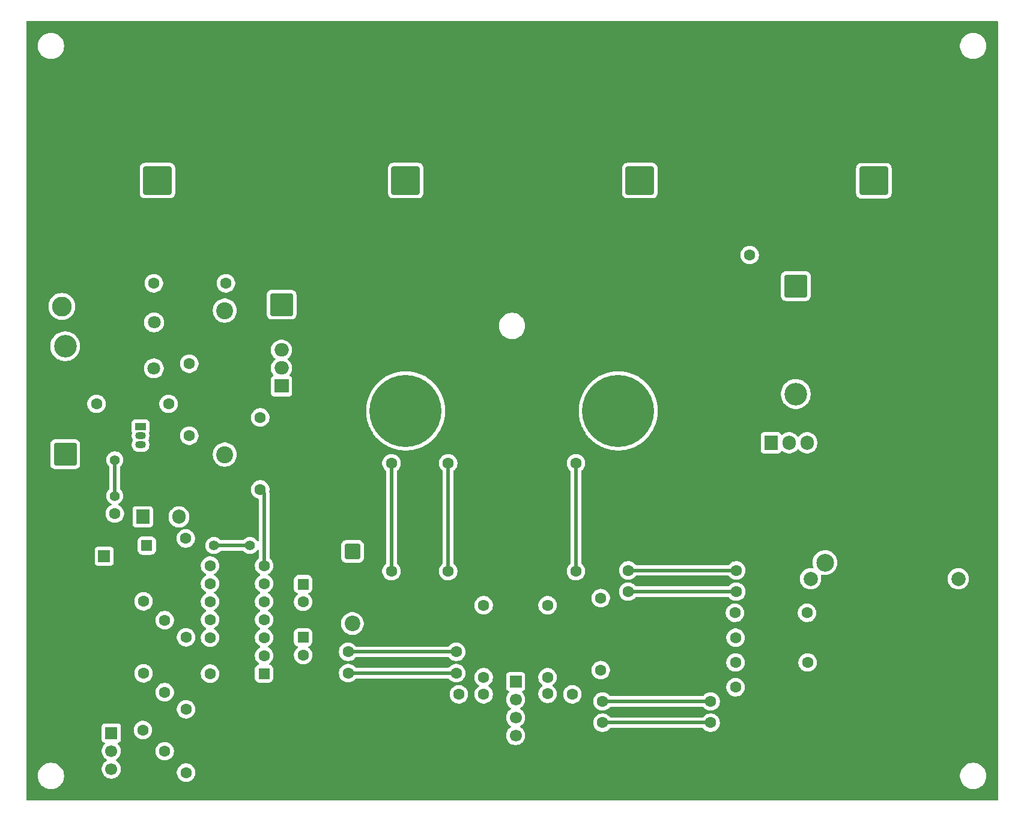
<source format=gbr>
%TF.GenerationSoftware,KiCad,Pcbnew,9.0.6*%
%TF.CreationDate,2025-12-11T16:12:32+01:00*%
%TF.ProjectId,saturation_meter,73617475-7261-4746-996f-6e5f6d657465,1.0.0*%
%TF.SameCoordinates,Original*%
%TF.FileFunction,Copper,L1,Top*%
%TF.FilePolarity,Positive*%
%FSLAX46Y46*%
G04 Gerber Fmt 4.6, Leading zero omitted, Abs format (unit mm)*
G04 Created by KiCad (PCBNEW 9.0.6) date 2025-12-11 16:12:32*
%MOMM*%
%LPD*%
G01*
G04 APERTURE LIST*
G04 Aperture macros list*
%AMRoundRect*
0 Rectangle with rounded corners*
0 $1 Rounding radius*
0 $2 $3 $4 $5 $6 $7 $8 $9 X,Y pos of 4 corners*
0 Add a 4 corners polygon primitive as box body*
4,1,4,$2,$3,$4,$5,$6,$7,$8,$9,$2,$3,0*
0 Add four circle primitives for the rounded corners*
1,1,$1+$1,$2,$3*
1,1,$1+$1,$4,$5*
1,1,$1+$1,$6,$7*
1,1,$1+$1,$8,$9*
0 Add four rect primitives between the rounded corners*
20,1,$1+$1,$2,$3,$4,$5,0*
20,1,$1+$1,$4,$5,$6,$7,0*
20,1,$1+$1,$6,$7,$8,$9,0*
20,1,$1+$1,$8,$9,$2,$3,0*%
G04 Aperture macros list end*
%TA.AperFunction,ComponentPad*%
%ADD10C,1.600000*%
%TD*%
%TA.AperFunction,ComponentPad*%
%ADD11C,3.000000*%
%TD*%
%TA.AperFunction,ComponentPad*%
%ADD12RoundRect,0.250000X-0.550000X0.550000X-0.550000X-0.550000X0.550000X-0.550000X0.550000X0.550000X0*%
%TD*%
%TA.AperFunction,ComponentPad*%
%ADD13C,2.400000*%
%TD*%
%TA.AperFunction,ComponentPad*%
%ADD14C,10.160000*%
%TD*%
%TA.AperFunction,ComponentPad*%
%ADD15R,1.800000X1.800000*%
%TD*%
%TA.AperFunction,ComponentPad*%
%ADD16C,1.800000*%
%TD*%
%TA.AperFunction,ComponentPad*%
%ADD17R,1.500000X1.050000*%
%TD*%
%TA.AperFunction,ComponentPad*%
%ADD18O,1.500000X1.050000*%
%TD*%
%TA.AperFunction,ComponentPad*%
%ADD19R,1.905000X2.000000*%
%TD*%
%TA.AperFunction,ComponentPad*%
%ADD20O,1.905000X2.000000*%
%TD*%
%TA.AperFunction,ComponentPad*%
%ADD21RoundRect,0.250000X1.750000X-1.750000X1.750000X1.750000X-1.750000X1.750000X-1.750000X-1.750000X0*%
%TD*%
%TA.AperFunction,ComponentPad*%
%ADD22C,4.000000*%
%TD*%
%TA.AperFunction,ComponentPad*%
%ADD23RoundRect,0.250000X0.550000X0.550000X-0.550000X0.550000X-0.550000X-0.550000X0.550000X-0.550000X0*%
%TD*%
%TA.AperFunction,ComponentPad*%
%ADD24R,1.700000X1.700000*%
%TD*%
%TA.AperFunction,ComponentPad*%
%ADD25C,1.700000*%
%TD*%
%TA.AperFunction,ComponentPad*%
%ADD26C,1.400000*%
%TD*%
%TA.AperFunction,ComponentPad*%
%ADD27RoundRect,0.250001X-1.149999X1.149999X-1.149999X-1.149999X1.149999X-1.149999X1.149999X1.149999X0*%
%TD*%
%TA.AperFunction,ComponentPad*%
%ADD28C,2.800000*%
%TD*%
%TA.AperFunction,ComponentPad*%
%ADD29RoundRect,0.250000X1.350000X-1.350000X1.350000X1.350000X-1.350000X1.350000X-1.350000X-1.350000X0*%
%TD*%
%TA.AperFunction,ComponentPad*%
%ADD30C,3.200000*%
%TD*%
%TA.AperFunction,ComponentPad*%
%ADD31C,2.500000*%
%TD*%
%TA.AperFunction,ComponentPad*%
%ADD32C,2.000000*%
%TD*%
%TA.AperFunction,ComponentPad*%
%ADD33RoundRect,0.250000X-1.350000X1.350000X-1.350000X-1.350000X1.350000X-1.350000X1.350000X1.350000X0*%
%TD*%
%TA.AperFunction,ComponentPad*%
%ADD34RoundRect,0.249999X-0.850001X0.850001X-0.850001X-0.850001X0.850001X-0.850001X0.850001X0.850001X0*%
%TD*%
%TA.AperFunction,ComponentPad*%
%ADD35C,2.200000*%
%TD*%
%TA.AperFunction,ComponentPad*%
%ADD36R,2.000000X1.905000*%
%TD*%
%TA.AperFunction,ComponentPad*%
%ADD37O,2.000000X1.905000*%
%TD*%
%TA.AperFunction,Conductor*%
%ADD38C,0.500000*%
%TD*%
G04 APERTURE END LIST*
D10*
%TO.P,R20,1*%
%TO.N,GND*%
X181000000Y-81660000D03*
%TO.P,R20,2*%
%TO.N,/vbus*%
X181000000Y-71500000D03*
%TD*%
D11*
%TO.P,,1*%
%TO.N,GND*%
X105500000Y-134500000D03*
%TD*%
%TO.P,,1*%
%TO.N,GND*%
X148000000Y-123500000D03*
%TD*%
%TO.P,,1*%
%TO.N,GND*%
X213000000Y-113000000D03*
%TD*%
%TO.P,,1*%
%TO.N,GND*%
X208500000Y-110500000D03*
%TD*%
%TO.P,,1*%
%TO.N,GND*%
X204000000Y-113000000D03*
%TD*%
%TO.P,,1*%
%TO.N,GND*%
X171000000Y-79000000D03*
%TD*%
%TO.P,,1*%
%TO.N,GND*%
X167000000Y-79000000D03*
%TD*%
%TO.P,,1*%
%TO.N,GND*%
X163000000Y-79000000D03*
%TD*%
%TO.P,,1*%
%TO.N,GND*%
X159000000Y-79000000D03*
%TD*%
%TO.P,,1*%
%TO.N,GND*%
X155000000Y-79000000D03*
%TD*%
D10*
%TO.P,C8,1*%
%TO.N,/vin_prot*%
X91500000Y-108000000D03*
%TO.P,C8,2*%
%TO.N,GND*%
X86500000Y-108000000D03*
%TD*%
D12*
%TO.P,C12,1*%
%TO.N,/vb*%
X118040000Y-117950000D03*
D10*
%TO.P,C12,2*%
%TO.N,/high_nmos_s*%
X118040000Y-120450000D03*
%TD*%
%TO.P,C10,1*%
%TO.N,/i_sense_low*%
X179000000Y-132500000D03*
%TO.P,C10,2*%
%TO.N,GND*%
X184000000Y-132500000D03*
%TD*%
%TO.P,R4,1*%
%TO.N,/dut_low*%
X152500000Y-131080000D03*
%TO.P,R4,2*%
%TO.N,/low_nmos_d*%
X152500000Y-120920000D03*
%TD*%
%TO.P,C11,1*%
%TO.N,+3.3V*%
X101500000Y-111500000D03*
%TO.P,C11,2*%
%TO.N,GND*%
X101500000Y-116500000D03*
%TD*%
D13*
%TO.P,R1,1*%
%TO.N,/vin_prot*%
X107000000Y-99660000D03*
%TO.P,R1,2*%
%TO.N,/vbus*%
X107000000Y-79340000D03*
%TD*%
D14*
%TO.P,J2,1,Pin_1*%
%TO.N,/high_nmos_s*%
X132500000Y-93500000D03*
%TO.P,J2,2,Pin_2*%
%TO.N,/low_nmos_d*%
X162470000Y-93500000D03*
%TD*%
D10*
%TO.P,C6,1*%
%TO.N,/dut_low*%
X156000000Y-133500000D03*
%TO.P,C6,2*%
%TO.N,GND*%
X156000000Y-138500000D03*
%TD*%
%TO.P,C7,1*%
%TO.N,/i_sense_high*%
X179000000Y-125500000D03*
%TO.P,C7,2*%
%TO.N,GND*%
X184000000Y-125500000D03*
%TD*%
%TO.P,R19,1*%
%TO.N,GND*%
X108700000Y-141530000D03*
%TO.P,R19,2*%
%TO.N,/sd_uc*%
X98540000Y-141530000D03*
%TD*%
%TO.P,REF\u002A\u002A,1*%
%TO.N,/low_nmos_g*%
X179120000Y-116000000D03*
%TO.P,REF\u002A\u002A,2*%
X163880000Y-116000000D03*
%TD*%
%TO.P,R5,1*%
%TO.N,GND*%
X143500000Y-143660000D03*
%TO.P,R5,2*%
%TO.N,/dut_high*%
X143500000Y-133500000D03*
%TD*%
%TO.P,R2,1*%
%TO.N,/driver_ho*%
X112000000Y-104580000D03*
%TO.P,R2,2*%
%TO.N,/high_nmos_g*%
X112000000Y-94420000D03*
%TD*%
%TO.P,R3,1*%
%TO.N,/dut_high*%
X143500000Y-131080000D03*
%TO.P,R3,2*%
%TO.N,/high_nmos_s*%
X143500000Y-120920000D03*
%TD*%
D15*
%TO.P,D6,1,K*%
%TO.N,GND*%
X94460000Y-87500000D03*
D16*
%TO.P,D6,2,A*%
%TO.N,Net-(D6-A)*%
X97000000Y-87500000D03*
%TD*%
D10*
%TO.P,R11,1*%
%TO.N,Net-(D5-A)*%
X97000000Y-75500000D03*
%TO.P,R11,2*%
%TO.N,/vbus*%
X107160000Y-75500000D03*
%TD*%
%TO.P,R10,1*%
%TO.N,/i_sense_low*%
X179000000Y-129000000D03*
%TO.P,R10,2*%
%TO.N,Net-(R10-Pad2)*%
X189160000Y-129000000D03*
%TD*%
%TO.P,R6,1*%
%TO.N,GND*%
X152500000Y-143580000D03*
%TO.P,R6,2*%
%TO.N,/dut_low*%
X152500000Y-133420000D03*
%TD*%
D17*
%TO.P,Q3,1,C*%
%TO.N,Net-(Q3-C)*%
X95140000Y-95730000D03*
D18*
%TO.P,Q3,2,B*%
%TO.N,Net-(Q3-B)*%
X95140000Y-97000000D03*
%TO.P,Q3,3,E*%
%TO.N,/vin_prot*%
X95140000Y-98270000D03*
%TD*%
D19*
%TO.P,U1,1,VI*%
%TO.N,/vin_prot*%
X95460000Y-108450000D03*
D20*
%TO.P,U1,2,GND*%
%TO.N,GND*%
X98000000Y-108450000D03*
%TO.P,U1,3,VO*%
%TO.N,+3.3V*%
X100540000Y-108450000D03*
%TD*%
D10*
%TO.P,REF\u002A\u002A,1*%
%TO.N,/low_nmos_s*%
X179120000Y-119000000D03*
%TO.P,REF\u002A\u002A,2*%
X163880000Y-119000000D03*
%TD*%
D21*
%TO.P,C4,1*%
%TO.N,/vbus*%
X198500000Y-61017935D03*
D22*
%TO.P,C4,2*%
%TO.N,GND*%
X198500000Y-51017935D03*
%TD*%
D21*
%TO.P,C1,1*%
%TO.N,/vbus*%
X97500000Y-61000000D03*
D22*
%TO.P,C1,2*%
%TO.N,GND*%
X97500000Y-51000000D03*
%TD*%
D15*
%TO.P,D5,1,K*%
%TO.N,GND*%
X94500000Y-81000000D03*
D16*
%TO.P,D5,2,A*%
%TO.N,Net-(D5-A)*%
X97040000Y-81000000D03*
%TD*%
D10*
%TO.P,R12,1*%
%TO.N,Net-(Q3-B)*%
X102000000Y-97000000D03*
%TO.P,R12,2*%
%TO.N,/vbus*%
X102000000Y-86840000D03*
%TD*%
%TO.P,R13,1*%
%TO.N,/hin_uc*%
X95540000Y-130530000D03*
%TO.P,R13,2*%
%TO.N,/hin*%
X95540000Y-120370000D03*
%TD*%
%TO.P,REF\u002A\u002A,1*%
%TO.N,/high_nmos_s*%
X130500000Y-116120000D03*
%TO.P,REF\u002A\u002A,2*%
X130500000Y-100880000D03*
%TD*%
D23*
%TO.P,U2,1,LO*%
%TO.N,/driver_lo*%
X112540000Y-130570000D03*
D10*
%TO.P,U2,2,COM*%
%TO.N,/low_nmos_s*%
X112540000Y-128030000D03*
%TO.P,U2,3,VCC*%
%TO.N,/vin_prot*%
X112540000Y-125490000D03*
%TO.P,U2,4,NC*%
%TO.N,unconnected-(U2-NC-Pad4)*%
X112540000Y-122950000D03*
%TO.P,U2,5,VS*%
%TO.N,/high_nmos_s*%
X112540000Y-120410000D03*
%TO.P,U2,6,VB*%
%TO.N,/vb*%
X112540000Y-117870000D03*
%TO.P,U2,7,HO*%
%TO.N,/driver_ho*%
X112540000Y-115330000D03*
%TO.P,U2,8,NC*%
%TO.N,unconnected-(U2-NC-Pad8)*%
X104920000Y-115330000D03*
%TO.P,U2,9,VDD*%
%TO.N,+3.3V*%
X104920000Y-117870000D03*
%TO.P,U2,10,HIN*%
%TO.N,/hin*%
X104920000Y-120410000D03*
%TO.P,U2,11,SD*%
%TO.N,/sd*%
X104920000Y-122950000D03*
%TO.P,U2,12,LIN*%
%TO.N,/lin*%
X104920000Y-125490000D03*
%TO.P,U2,13,VSS*%
%TO.N,GND*%
X104920000Y-128030000D03*
%TO.P,U2,14,NC*%
%TO.N,unconnected-(U2-NC-Pad14)*%
X104920000Y-130570000D03*
%TD*%
D24*
%TO.P,J3,1,Pin_1*%
%TO.N,/hin_uc*%
X91000000Y-138960000D03*
D25*
%TO.P,J3,2,Pin_2*%
%TO.N,/sd_uc*%
X91000000Y-141500000D03*
%TO.P,J3,3,Pin_3*%
%TO.N,/lin_uc*%
X91000000Y-144040000D03*
%TD*%
D24*
%TO.P,J5,1,Pin_1*%
%TO.N,+3.3V*%
X90000000Y-114000000D03*
D25*
%TO.P,J5,2,Pin_2*%
%TO.N,GND*%
X90000000Y-111460000D03*
%TD*%
D10*
%TO.P,REF\u002A\u002A,1*%
%TO.N,/low_nmos_d*%
X156500000Y-116120000D03*
%TO.P,REF\u002A\u002A,2*%
X156500000Y-100880000D03*
%TD*%
D21*
%TO.P,C3,1*%
%TO.N,/vbus*%
X165500000Y-61000000D03*
D22*
%TO.P,C3,2*%
%TO.N,GND*%
X165500000Y-51000000D03*
%TD*%
D10*
%TO.P,R17,1*%
%TO.N,GND*%
X105620000Y-138530000D03*
%TO.P,R17,2*%
%TO.N,/hin_uc*%
X95460000Y-138530000D03*
%TD*%
D26*
%TO.P,REF\u002A\u002A,1*%
%TO.N,/vin_prot*%
X91500000Y-105500000D03*
%TO.P,REF\u002A\u002A,2*%
X91500000Y-100420000D03*
%TD*%
D27*
%TO.P,J1,1,Pin_1*%
%TO.N,GND*%
X84032500Y-73750000D03*
D28*
%TO.P,J1,2,Pin_2*%
%TO.N,/vin*%
X84032500Y-78750000D03*
%TD*%
D19*
%TO.P,Q2,1,G*%
%TO.N,/low_nmos_g*%
X184000000Y-98000000D03*
D20*
%TO.P,Q2,2,D*%
%TO.N,/low_nmos_d*%
X186540000Y-98000000D03*
%TO.P,Q2,3,S*%
%TO.N,/low_nmos_s*%
X189080000Y-98000000D03*
%TD*%
D29*
%TO.P,D1,1,K*%
%TO.N,/vin_prot*%
X84500000Y-99620000D03*
D30*
%TO.P,D1,2,A*%
%TO.N,/vin*%
X84500000Y-84380000D03*
%TD*%
D31*
%TO.P,R9,1*%
%TO.N,/low_nmos_s*%
X191618000Y-114906000D03*
D32*
%TO.P,R9,2*%
%TO.N,Net-(R8-Pad2)*%
X189586000Y-117192000D03*
%TO.P,R9,3*%
%TO.N,Net-(R10-Pad2)*%
X210414000Y-117192000D03*
D31*
%TO.P,R9,4*%
%TO.N,GND*%
X208382000Y-114906000D03*
%TD*%
D12*
%TO.P,C13,1*%
%TO.N,/vin_prot*%
X118040000Y-125450000D03*
D10*
%TO.P,C13,2*%
%TO.N,/low_nmos_s*%
X118040000Y-127950000D03*
%TD*%
%TO.P,REF\u002A\u002A,1*%
%TO.N,/i_sense_high*%
X175500000Y-134500000D03*
%TO.P,REF\u002A\u002A,2*%
X160260000Y-134500000D03*
%TD*%
D26*
%TO.P,REF\u002A\u002A,1*%
%TO.N,/vin_prot*%
X110540000Y-112500000D03*
%TO.P,REF\u002A\u002A,2*%
X105460000Y-112500000D03*
%TD*%
D10*
%TO.P,R14,1*%
%TO.N,Net-(D6-A)*%
X88920000Y-92500000D03*
%TO.P,R14,2*%
%TO.N,Net-(Q3-C)*%
X99080000Y-92500000D03*
%TD*%
%TO.P,REF\u002A\u002A,1*%
%TO.N,/high_nmos_s*%
X138500000Y-116120000D03*
%TO.P,REF\u002A\u002A,2*%
X138500000Y-100880000D03*
%TD*%
%TO.P,R18,1*%
%TO.N,GND*%
X111700000Y-144530000D03*
%TO.P,R18,2*%
%TO.N,/lin_uc*%
X101540000Y-144530000D03*
%TD*%
D33*
%TO.P,D2,1,K*%
%TO.N,/vbus*%
X187500000Y-75880000D03*
D30*
%TO.P,D2,2,A*%
%TO.N,/low_nmos_d*%
X187500000Y-91120000D03*
%TD*%
D34*
%TO.P,D4,1,K*%
%TO.N,/vb*%
X125000000Y-113340000D03*
D35*
%TO.P,D4,2,A*%
%TO.N,/vin_prot*%
X125000000Y-123500000D03*
%TD*%
D10*
%TO.P,R15,1*%
%TO.N,/lin_uc*%
X101540000Y-135610000D03*
%TO.P,R15,2*%
%TO.N,/lin*%
X101540000Y-125450000D03*
%TD*%
%TO.P,C5,1*%
%TO.N,/dut_high*%
X140000000Y-133500000D03*
%TO.P,C5,2*%
%TO.N,GND*%
X140000000Y-138500000D03*
%TD*%
D36*
%TO.P,Q1,1,G*%
%TO.N,/high_nmos_g*%
X115000000Y-90000000D03*
D37*
%TO.P,Q1,2,D*%
%TO.N,/vbus*%
X115000000Y-87460000D03*
%TO.P,Q1,3,S*%
%TO.N,/high_nmos_s*%
X115000000Y-84920000D03*
%TD*%
D10*
%TO.P,R16,1*%
%TO.N,/sd_uc*%
X98540000Y-133190000D03*
%TO.P,R16,2*%
%TO.N,/sd*%
X98540000Y-123030000D03*
%TD*%
%TO.P,REF\u002A\u002A,1*%
%TO.N,/driver_lo*%
X139620000Y-130500000D03*
%TO.P,REF\u002A\u002A,2*%
X124380000Y-130500000D03*
%TD*%
D12*
%TO.P,C9,1*%
%TO.N,+3.3V*%
X96000000Y-112500000D03*
D10*
%TO.P,C9,2*%
%TO.N,GND*%
X96000000Y-115000000D03*
%TD*%
D24*
%TO.P,J4,1,Pin_1*%
%TO.N,/dut_high*%
X148000000Y-131690000D03*
D25*
%TO.P,J4,2,Pin_2*%
%TO.N,/dut_low*%
X148000000Y-134230000D03*
%TO.P,J4,3,Pin_3*%
%TO.N,/i_sense_high*%
X148000000Y-136770000D03*
%TO.P,J4,4,Pin_4*%
%TO.N,/i_sense_low*%
X148000000Y-139310000D03*
%TD*%
D29*
%TO.P,D3,1,K*%
%TO.N,/high_nmos_s*%
X115000000Y-78500000D03*
D30*
%TO.P,D3,2,A*%
%TO.N,GND*%
X115000000Y-63260000D03*
%TD*%
D10*
%TO.P,REF\u002A\u002A,1*%
%TO.N,/low_nmos_s*%
X139620000Y-127500000D03*
%TO.P,REF\u002A\u002A,2*%
X124380000Y-127500000D03*
%TD*%
%TO.P,R8,1*%
%TO.N,/i_sense_high*%
X178920000Y-122000000D03*
%TO.P,R8,2*%
%TO.N,Net-(R8-Pad2)*%
X189080000Y-122000000D03*
%TD*%
%TO.P,REF\u002A\u002A,1*%
%TO.N,/i_sense_low*%
X175500000Y-137500000D03*
%TO.P,REF\u002A\u002A,2*%
X160260000Y-137500000D03*
%TD*%
%TO.P,R7,1*%
%TO.N,/driver_lo*%
X160000000Y-130080000D03*
%TO.P,R7,2*%
%TO.N,/low_nmos_g*%
X160000000Y-119920000D03*
%TD*%
D21*
%TO.P,C2,1*%
%TO.N,/vbus*%
X132500000Y-61000000D03*
D22*
%TO.P,C2,2*%
%TO.N,GND*%
X132500000Y-51000000D03*
%TD*%
D38*
%TO.N,/i_sense_high*%
X160260000Y-134500000D02*
X175500000Y-134500000D01*
%TO.N,/i_sense_low*%
X175500000Y-137500000D02*
X160260000Y-137500000D01*
%TO.N,/high_nmos_s*%
X138500000Y-100880000D02*
X138500000Y-116120000D01*
X130500000Y-100880000D02*
X130500000Y-116120000D01*
%TO.N,/low_nmos_s*%
X179120000Y-119000000D02*
X163880000Y-119000000D01*
X124380000Y-127500000D02*
X139620000Y-127500000D01*
%TO.N,/low_nmos_d*%
X156500000Y-100880000D02*
X156500000Y-116120000D01*
%TO.N,/low_nmos_g*%
X163880000Y-116000000D02*
X179120000Y-116000000D01*
%TO.N,/driver_ho*%
X112540000Y-105120000D02*
X112000000Y-104580000D01*
X112540000Y-115330000D02*
X112540000Y-105120000D01*
%TO.N,/driver_lo*%
X139620000Y-130500000D02*
X124380000Y-130500000D01*
%TO.N,/vin_prot*%
X91500000Y-100420000D02*
X91500000Y-105500000D01*
X105460000Y-112500000D02*
X110540000Y-112500000D01*
%TD*%
%TA.AperFunction,Conductor*%
%TO.N,GND*%
G36*
X215942539Y-38520185D02*
G01*
X215988294Y-38572989D01*
X215999500Y-38624500D01*
X215999500Y-148375500D01*
X215979815Y-148442539D01*
X215927011Y-148488294D01*
X215875500Y-148499500D01*
X79124500Y-148499500D01*
X79057461Y-148479815D01*
X79011706Y-148427011D01*
X79000500Y-148375500D01*
X79000500Y-144878711D01*
X80649500Y-144878711D01*
X80649500Y-145121288D01*
X80680563Y-145357246D01*
X80681162Y-145361789D01*
X80688855Y-145390500D01*
X80743947Y-145596104D01*
X80763077Y-145642287D01*
X80836776Y-145820212D01*
X80958064Y-146030289D01*
X80958066Y-146030292D01*
X80958067Y-146030293D01*
X81105733Y-146222736D01*
X81105739Y-146222743D01*
X81277256Y-146394260D01*
X81277262Y-146394265D01*
X81469711Y-146541936D01*
X81679788Y-146663224D01*
X81903900Y-146756054D01*
X82138211Y-146818838D01*
X82318586Y-146842584D01*
X82378711Y-146850500D01*
X82378712Y-146850500D01*
X82621289Y-146850500D01*
X82669388Y-146844167D01*
X82861789Y-146818838D01*
X83096100Y-146756054D01*
X83320212Y-146663224D01*
X83530289Y-146541936D01*
X83722738Y-146394265D01*
X83894265Y-146222738D01*
X84041936Y-146030289D01*
X84163224Y-145820212D01*
X84256054Y-145596100D01*
X84318838Y-145361789D01*
X84350500Y-145121288D01*
X84350500Y-144878712D01*
X84318838Y-144638211D01*
X84256054Y-144403900D01*
X84163224Y-144179788D01*
X84041936Y-143969711D01*
X83894265Y-143777262D01*
X83894260Y-143777256D01*
X83722743Y-143605739D01*
X83722736Y-143605733D01*
X83530293Y-143458067D01*
X83530292Y-143458066D01*
X83530289Y-143458064D01*
X83320212Y-143336776D01*
X83309114Y-143332179D01*
X83096104Y-143243947D01*
X82861785Y-143181161D01*
X82621289Y-143149500D01*
X82621288Y-143149500D01*
X82378712Y-143149500D01*
X82378711Y-143149500D01*
X82138214Y-143181161D01*
X81903895Y-143243947D01*
X81679794Y-143336773D01*
X81679785Y-143336777D01*
X81469706Y-143458067D01*
X81277263Y-143605733D01*
X81277256Y-143605739D01*
X81105739Y-143777256D01*
X81105733Y-143777263D01*
X80958067Y-143969706D01*
X80836777Y-144179785D01*
X80836773Y-144179794D01*
X80743947Y-144403895D01*
X80681161Y-144638214D01*
X80649500Y-144878711D01*
X79000500Y-144878711D01*
X79000500Y-138062135D01*
X89649500Y-138062135D01*
X89649500Y-139857870D01*
X89649501Y-139857876D01*
X89655908Y-139917483D01*
X89706202Y-140052328D01*
X89706206Y-140052335D01*
X89792452Y-140167544D01*
X89792455Y-140167547D01*
X89907664Y-140253793D01*
X89907671Y-140253797D01*
X90039082Y-140302810D01*
X90095016Y-140344681D01*
X90119433Y-140410145D01*
X90104582Y-140478418D01*
X90083431Y-140506673D01*
X89969889Y-140620215D01*
X89844951Y-140792179D01*
X89748444Y-140981585D01*
X89682753Y-141183760D01*
X89649500Y-141393713D01*
X89649500Y-141606286D01*
X89682753Y-141816239D01*
X89748444Y-142018414D01*
X89844951Y-142207820D01*
X89969890Y-142379786D01*
X90120213Y-142530109D01*
X90292182Y-142655050D01*
X90300946Y-142659516D01*
X90351742Y-142707491D01*
X90368536Y-142775312D01*
X90345998Y-142841447D01*
X90300946Y-142880484D01*
X90292182Y-142884949D01*
X90120213Y-143009890D01*
X89969890Y-143160213D01*
X89844951Y-143332179D01*
X89748444Y-143521585D01*
X89682753Y-143723760D01*
X89649500Y-143933713D01*
X89649500Y-144146286D01*
X89682753Y-144356239D01*
X89748444Y-144558414D01*
X89844951Y-144747820D01*
X89969890Y-144919786D01*
X90120213Y-145070109D01*
X90292179Y-145195048D01*
X90292181Y-145195049D01*
X90292184Y-145195051D01*
X90481588Y-145291557D01*
X90683757Y-145357246D01*
X90893713Y-145390500D01*
X90893714Y-145390500D01*
X91106286Y-145390500D01*
X91106287Y-145390500D01*
X91316243Y-145357246D01*
X91518412Y-145291557D01*
X91707816Y-145195051D01*
X91809343Y-145121288D01*
X91879786Y-145070109D01*
X91879788Y-145070106D01*
X91879792Y-145070104D01*
X92030104Y-144919792D01*
X92030106Y-144919788D01*
X92030109Y-144919786D01*
X92155048Y-144747820D01*
X92155047Y-144747820D01*
X92155051Y-144747816D01*
X92251557Y-144558412D01*
X92294045Y-144427648D01*
X100239500Y-144427648D01*
X100239500Y-144632352D01*
X100243878Y-144659995D01*
X100271522Y-144834534D01*
X100334781Y-145029223D01*
X100398691Y-145154653D01*
X100419274Y-145195048D01*
X100427715Y-145211613D01*
X100548028Y-145377213D01*
X100692786Y-145521971D01*
X100847749Y-145634556D01*
X100858390Y-145642287D01*
X100974607Y-145701503D01*
X101040776Y-145735218D01*
X101040778Y-145735218D01*
X101040781Y-145735220D01*
X101145137Y-145769127D01*
X101235465Y-145798477D01*
X101336557Y-145814488D01*
X101437648Y-145830500D01*
X101437649Y-145830500D01*
X101642351Y-145830500D01*
X101642352Y-145830500D01*
X101844534Y-145798477D01*
X102039219Y-145735220D01*
X102221610Y-145642287D01*
X102314590Y-145574732D01*
X102387213Y-145521971D01*
X102387215Y-145521968D01*
X102387219Y-145521966D01*
X102531966Y-145377219D01*
X102531968Y-145377215D01*
X102531971Y-145377213D01*
X102584732Y-145304590D01*
X102652287Y-145211610D01*
X102745220Y-145029219D01*
X102794123Y-144878711D01*
X210649500Y-144878711D01*
X210649500Y-145121288D01*
X210680563Y-145357246D01*
X210681162Y-145361789D01*
X210688855Y-145390500D01*
X210743947Y-145596104D01*
X210763077Y-145642287D01*
X210836776Y-145820212D01*
X210958064Y-146030289D01*
X210958066Y-146030292D01*
X210958067Y-146030293D01*
X211105733Y-146222736D01*
X211105739Y-146222743D01*
X211277256Y-146394260D01*
X211277262Y-146394265D01*
X211469711Y-146541936D01*
X211679788Y-146663224D01*
X211903900Y-146756054D01*
X212138211Y-146818838D01*
X212318586Y-146842584D01*
X212378711Y-146850500D01*
X212378712Y-146850500D01*
X212621289Y-146850500D01*
X212669388Y-146844167D01*
X212861789Y-146818838D01*
X213096100Y-146756054D01*
X213320212Y-146663224D01*
X213530289Y-146541936D01*
X213722738Y-146394265D01*
X213894265Y-146222738D01*
X214041936Y-146030289D01*
X214163224Y-145820212D01*
X214256054Y-145596100D01*
X214318838Y-145361789D01*
X214350500Y-145121288D01*
X214350500Y-144878712D01*
X214318838Y-144638211D01*
X214256054Y-144403900D01*
X214163224Y-144179788D01*
X214041936Y-143969711D01*
X213894265Y-143777262D01*
X213894260Y-143777256D01*
X213722743Y-143605739D01*
X213722736Y-143605733D01*
X213530293Y-143458067D01*
X213530292Y-143458066D01*
X213530289Y-143458064D01*
X213320212Y-143336776D01*
X213309114Y-143332179D01*
X213096104Y-143243947D01*
X212861785Y-143181161D01*
X212621289Y-143149500D01*
X212621288Y-143149500D01*
X212378712Y-143149500D01*
X212378711Y-143149500D01*
X212138214Y-143181161D01*
X211903895Y-143243947D01*
X211679794Y-143336773D01*
X211679785Y-143336777D01*
X211469706Y-143458067D01*
X211277263Y-143605733D01*
X211277256Y-143605739D01*
X211105739Y-143777256D01*
X211105733Y-143777263D01*
X210958067Y-143969706D01*
X210836777Y-144179785D01*
X210836773Y-144179794D01*
X210743947Y-144403895D01*
X210681161Y-144638214D01*
X210649500Y-144878711D01*
X102794123Y-144878711D01*
X102807893Y-144836332D01*
X102807895Y-144836327D01*
X102808476Y-144834539D01*
X102808476Y-144834537D01*
X102808477Y-144834534D01*
X102840500Y-144632352D01*
X102840500Y-144427648D01*
X102808477Y-144225466D01*
X102793634Y-144179785D01*
X102745218Y-144030776D01*
X102695761Y-143933713D01*
X102652287Y-143848390D01*
X102600606Y-143777256D01*
X102531971Y-143682786D01*
X102387213Y-143538028D01*
X102221613Y-143417715D01*
X102221612Y-143417714D01*
X102221610Y-143417713D01*
X102164653Y-143388691D01*
X102039223Y-143324781D01*
X101844534Y-143261522D01*
X101669995Y-143233878D01*
X101642352Y-143229500D01*
X101437648Y-143229500D01*
X101413329Y-143233351D01*
X101235465Y-143261522D01*
X101040776Y-143324781D01*
X100858386Y-143417715D01*
X100692786Y-143538028D01*
X100548028Y-143682786D01*
X100427715Y-143848386D01*
X100334781Y-144030776D01*
X100271522Y-144225465D01*
X100243262Y-144403895D01*
X100239500Y-144427648D01*
X92294045Y-144427648D01*
X92317246Y-144356243D01*
X92350500Y-144146287D01*
X92350500Y-143933713D01*
X92317246Y-143723757D01*
X92251557Y-143521588D01*
X92155051Y-143332184D01*
X92155049Y-143332181D01*
X92155048Y-143332179D01*
X92030109Y-143160213D01*
X91879786Y-143009890D01*
X91707820Y-142884951D01*
X91707115Y-142884591D01*
X91699054Y-142880485D01*
X91648259Y-142832512D01*
X91631463Y-142764692D01*
X91653999Y-142698556D01*
X91699054Y-142659515D01*
X91707816Y-142655051D01*
X91729789Y-142639086D01*
X91879786Y-142530109D01*
X91879788Y-142530106D01*
X91879792Y-142530104D01*
X92030104Y-142379792D01*
X92030106Y-142379788D01*
X92030109Y-142379786D01*
X92152292Y-142211613D01*
X92155051Y-142207816D01*
X92251557Y-142018412D01*
X92317246Y-141816243D01*
X92350500Y-141606287D01*
X92350500Y-141427648D01*
X97239500Y-141427648D01*
X97239500Y-141632351D01*
X97271522Y-141834534D01*
X97334781Y-142029223D01*
X97427715Y-142211613D01*
X97548028Y-142377213D01*
X97692786Y-142521971D01*
X97847749Y-142634556D01*
X97858390Y-142642287D01*
X97968824Y-142698556D01*
X98040776Y-142735218D01*
X98040778Y-142735218D01*
X98040781Y-142735220D01*
X98145137Y-142769127D01*
X98235465Y-142798477D01*
X98336557Y-142814488D01*
X98437648Y-142830500D01*
X98437649Y-142830500D01*
X98642351Y-142830500D01*
X98642352Y-142830500D01*
X98844534Y-142798477D01*
X99039219Y-142735220D01*
X99221610Y-142642287D01*
X99314590Y-142574732D01*
X99387213Y-142521971D01*
X99387215Y-142521968D01*
X99387219Y-142521966D01*
X99531966Y-142377219D01*
X99531968Y-142377215D01*
X99531971Y-142377213D01*
X99584732Y-142304590D01*
X99652287Y-142211610D01*
X99745220Y-142029219D01*
X99808477Y-141834534D01*
X99840500Y-141632352D01*
X99840500Y-141427648D01*
X99808477Y-141225466D01*
X99745220Y-141030781D01*
X99745218Y-141030778D01*
X99745218Y-141030776D01*
X99711503Y-140964607D01*
X99652287Y-140848390D01*
X99644556Y-140837749D01*
X99531971Y-140682786D01*
X99387213Y-140538028D01*
X99221613Y-140417715D01*
X99221612Y-140417714D01*
X99221610Y-140417713D01*
X99139073Y-140375658D01*
X99039223Y-140324781D01*
X98844534Y-140261522D01*
X98669995Y-140233878D01*
X98642352Y-140229500D01*
X98437648Y-140229500D01*
X98413329Y-140233351D01*
X98235465Y-140261522D01*
X98040776Y-140324781D01*
X97858386Y-140417715D01*
X97692786Y-140538028D01*
X97548028Y-140682786D01*
X97427715Y-140848386D01*
X97334781Y-141030776D01*
X97271522Y-141225465D01*
X97239500Y-141427648D01*
X92350500Y-141427648D01*
X92350500Y-141393713D01*
X92317246Y-141183757D01*
X92251557Y-140981588D01*
X92155051Y-140792184D01*
X92155049Y-140792181D01*
X92155048Y-140792179D01*
X92030109Y-140620213D01*
X91916569Y-140506673D01*
X91883084Y-140445350D01*
X91888068Y-140375658D01*
X91929940Y-140319725D01*
X91960915Y-140302810D01*
X92092331Y-140253796D01*
X92207546Y-140167546D01*
X92293796Y-140052331D01*
X92344091Y-139917483D01*
X92350500Y-139857873D01*
X92350499Y-138427648D01*
X94159500Y-138427648D01*
X94159500Y-138632351D01*
X94191522Y-138834534D01*
X94254781Y-139029223D01*
X94318691Y-139154653D01*
X94343689Y-139203713D01*
X94347715Y-139211613D01*
X94468028Y-139377213D01*
X94612786Y-139521971D01*
X94756302Y-139626239D01*
X94778390Y-139642287D01*
X94894607Y-139701503D01*
X94960776Y-139735218D01*
X94960778Y-139735218D01*
X94960781Y-139735220D01*
X95065137Y-139769127D01*
X95155465Y-139798477D01*
X95256557Y-139814488D01*
X95357648Y-139830500D01*
X95357649Y-139830500D01*
X95562351Y-139830500D01*
X95562352Y-139830500D01*
X95764534Y-139798477D01*
X95959219Y-139735220D01*
X96141610Y-139642287D01*
X96234590Y-139574732D01*
X96307213Y-139521971D01*
X96307215Y-139521968D01*
X96307219Y-139521966D01*
X96451966Y-139377219D01*
X96451968Y-139377215D01*
X96451971Y-139377213D01*
X96504732Y-139304590D01*
X96572287Y-139211610D01*
X96665220Y-139029219D01*
X96728477Y-138834534D01*
X96760500Y-138632352D01*
X96760500Y-138427648D01*
X96728477Y-138225466D01*
X96665220Y-138030781D01*
X96665218Y-138030778D01*
X96665218Y-138030776D01*
X96613622Y-137929514D01*
X96572287Y-137848390D01*
X96537209Y-137800109D01*
X96451971Y-137682786D01*
X96307213Y-137538028D01*
X96141613Y-137417715D01*
X96141612Y-137417714D01*
X96141610Y-137417713D01*
X96084653Y-137388691D01*
X95959223Y-137324781D01*
X95764534Y-137261522D01*
X95589995Y-137233878D01*
X95562352Y-137229500D01*
X95357648Y-137229500D01*
X95333329Y-137233351D01*
X95155465Y-137261522D01*
X94960776Y-137324781D01*
X94778386Y-137417715D01*
X94612786Y-137538028D01*
X94468028Y-137682786D01*
X94347715Y-137848386D01*
X94254781Y-138030776D01*
X94191522Y-138225465D01*
X94159500Y-138427648D01*
X92350499Y-138427648D01*
X92350499Y-138062128D01*
X92344091Y-138002517D01*
X92342862Y-137999223D01*
X92293797Y-137867671D01*
X92293793Y-137867664D01*
X92207547Y-137752455D01*
X92207544Y-137752452D01*
X92092335Y-137666206D01*
X92092328Y-137666202D01*
X91957482Y-137615908D01*
X91957483Y-137615908D01*
X91897883Y-137609501D01*
X91897881Y-137609500D01*
X91897873Y-137609500D01*
X91897864Y-137609500D01*
X90102129Y-137609500D01*
X90102123Y-137609501D01*
X90042516Y-137615908D01*
X89907671Y-137666202D01*
X89907664Y-137666206D01*
X89792455Y-137752452D01*
X89792452Y-137752455D01*
X89706206Y-137867664D01*
X89706202Y-137867671D01*
X89655908Y-138002517D01*
X89649896Y-138058443D01*
X89649501Y-138062123D01*
X89649500Y-138062135D01*
X79000500Y-138062135D01*
X79000500Y-135507648D01*
X100239500Y-135507648D01*
X100239500Y-135712351D01*
X100271522Y-135914534D01*
X100334781Y-136109223D01*
X100427715Y-136291613D01*
X100548028Y-136457213D01*
X100692786Y-136601971D01*
X100825491Y-136698385D01*
X100858390Y-136722287D01*
X100974607Y-136781503D01*
X101040776Y-136815218D01*
X101040778Y-136815218D01*
X101040781Y-136815220D01*
X101145137Y-136849127D01*
X101235465Y-136878477D01*
X101336557Y-136894488D01*
X101437648Y-136910500D01*
X101437649Y-136910500D01*
X101642351Y-136910500D01*
X101642352Y-136910500D01*
X101844534Y-136878477D01*
X102039219Y-136815220D01*
X102221610Y-136722287D01*
X102317278Y-136652781D01*
X102387213Y-136601971D01*
X102387215Y-136601968D01*
X102387219Y-136601966D01*
X102531966Y-136457219D01*
X102531968Y-136457215D01*
X102531971Y-136457213D01*
X102584732Y-136384590D01*
X102652287Y-136291610D01*
X102745220Y-136109219D01*
X102808477Y-135914534D01*
X102840500Y-135712352D01*
X102840500Y-135507648D01*
X102827973Y-135428556D01*
X102808477Y-135305465D01*
X102745218Y-135110776D01*
X102688376Y-134999219D01*
X102652287Y-134928390D01*
X102644556Y-134917749D01*
X102531971Y-134762786D01*
X102387213Y-134618028D01*
X102221613Y-134497715D01*
X102221612Y-134497714D01*
X102221610Y-134497713D01*
X102144605Y-134458477D01*
X102039223Y-134404781D01*
X101844534Y-134341522D01*
X101669995Y-134313878D01*
X101642352Y-134309500D01*
X101437648Y-134309500D01*
X101413329Y-134313351D01*
X101235465Y-134341522D01*
X101040776Y-134404781D01*
X100858386Y-134497715D01*
X100692786Y-134618028D01*
X100548028Y-134762786D01*
X100427715Y-134928386D01*
X100334781Y-135110776D01*
X100271522Y-135305465D01*
X100239500Y-135507648D01*
X79000500Y-135507648D01*
X79000500Y-133087648D01*
X97239500Y-133087648D01*
X97239500Y-133292351D01*
X97271522Y-133494534D01*
X97334781Y-133689223D01*
X97427715Y-133871613D01*
X97548028Y-134037213D01*
X97692786Y-134181971D01*
X97847749Y-134294556D01*
X97858390Y-134302287D01*
X97946570Y-134347217D01*
X98040776Y-134395218D01*
X98040778Y-134395218D01*
X98040781Y-134395220D01*
X98145137Y-134429127D01*
X98235465Y-134458477D01*
X98336557Y-134474488D01*
X98437648Y-134490500D01*
X98437649Y-134490500D01*
X98642351Y-134490500D01*
X98642352Y-134490500D01*
X98844534Y-134458477D01*
X99039219Y-134395220D01*
X99221610Y-134302287D01*
X99368638Y-134195466D01*
X99387213Y-134181971D01*
X99387215Y-134181968D01*
X99387219Y-134181966D01*
X99531966Y-134037219D01*
X99531968Y-134037215D01*
X99531971Y-134037213D01*
X99621663Y-133913760D01*
X99652287Y-133871610D01*
X99745220Y-133689219D01*
X99808477Y-133494534D01*
X99808884Y-133491966D01*
X99823823Y-133397648D01*
X138699500Y-133397648D01*
X138699500Y-133602351D01*
X138731522Y-133804534D01*
X138794781Y-133999223D01*
X138846951Y-134101610D01*
X138887712Y-134181609D01*
X138887715Y-134181613D01*
X139008028Y-134347213D01*
X139152786Y-134491971D01*
X139307749Y-134604556D01*
X139318390Y-134612287D01*
X139434607Y-134671503D01*
X139500776Y-134705218D01*
X139500778Y-134705218D01*
X139500781Y-134705220D01*
X139605137Y-134739127D01*
X139695465Y-134768477D01*
X139796557Y-134784488D01*
X139897648Y-134800500D01*
X139897649Y-134800500D01*
X140102351Y-134800500D01*
X140102352Y-134800500D01*
X140304534Y-134768477D01*
X140499219Y-134705220D01*
X140681610Y-134612287D01*
X140774590Y-134544732D01*
X140847213Y-134491971D01*
X140847215Y-134491968D01*
X140847219Y-134491966D01*
X140991966Y-134347219D01*
X140991968Y-134347215D01*
X140991971Y-134347213D01*
X141050093Y-134267213D01*
X141112287Y-134181610D01*
X141205220Y-133999219D01*
X141268477Y-133804534D01*
X141300500Y-133602352D01*
X141300500Y-133397648D01*
X141284207Y-133294780D01*
X141268477Y-133195465D01*
X141229319Y-133074949D01*
X141205220Y-133000781D01*
X141205218Y-133000778D01*
X141205218Y-133000776D01*
X141164455Y-132920776D01*
X141112287Y-132818390D01*
X141086087Y-132782328D01*
X140991971Y-132652786D01*
X140847213Y-132508028D01*
X140681613Y-132387715D01*
X140681612Y-132387714D01*
X140681610Y-132387713D01*
X140624653Y-132358691D01*
X140499223Y-132294781D01*
X140304534Y-132231522D01*
X140128112Y-132203580D01*
X140102352Y-132199500D01*
X139897648Y-132199500D01*
X139873329Y-132203351D01*
X139695465Y-132231522D01*
X139500776Y-132294781D01*
X139318386Y-132387715D01*
X139152786Y-132508028D01*
X139008028Y-132652786D01*
X138887715Y-132818386D01*
X138794781Y-133000776D01*
X138731522Y-133195465D01*
X138699500Y-133397648D01*
X99823823Y-133397648D01*
X99827667Y-133373378D01*
X99827667Y-133373377D01*
X99840500Y-133292352D01*
X99840500Y-133087648D01*
X99808477Y-132885465D01*
X99745218Y-132690776D01*
X99700163Y-132602352D01*
X99652287Y-132508390D01*
X99641174Y-132493094D01*
X99531971Y-132342786D01*
X99387213Y-132198028D01*
X99221613Y-132077715D01*
X99221612Y-132077714D01*
X99221610Y-132077713D01*
X99164653Y-132048691D01*
X99039223Y-131984781D01*
X98844534Y-131921522D01*
X98669995Y-131893878D01*
X98642352Y-131889500D01*
X98437648Y-131889500D01*
X98413329Y-131893351D01*
X98235465Y-131921522D01*
X98040776Y-131984781D01*
X97858386Y-132077715D01*
X97692786Y-132198028D01*
X97548028Y-132342786D01*
X97427715Y-132508386D01*
X97334781Y-132690776D01*
X97271522Y-132885465D01*
X97239500Y-133087648D01*
X79000500Y-133087648D01*
X79000500Y-130427648D01*
X94239500Y-130427648D01*
X94239500Y-130632351D01*
X94271522Y-130834534D01*
X94334781Y-131029223D01*
X94356563Y-131071971D01*
X94417867Y-131192287D01*
X94427715Y-131211613D01*
X94548028Y-131377213D01*
X94692786Y-131521971D01*
X94817094Y-131612284D01*
X94858390Y-131642287D01*
X94974607Y-131701503D01*
X95040776Y-131735218D01*
X95040778Y-131735218D01*
X95040781Y-131735220D01*
X95143136Y-131768477D01*
X95235465Y-131798477D01*
X95336557Y-131814488D01*
X95437648Y-131830500D01*
X95437649Y-131830500D01*
X95642351Y-131830500D01*
X95642352Y-131830500D01*
X95844534Y-131798477D01*
X96039219Y-131735220D01*
X96221610Y-131642287D01*
X96314590Y-131574732D01*
X96387213Y-131521971D01*
X96387215Y-131521968D01*
X96387219Y-131521966D01*
X96531966Y-131377219D01*
X96531968Y-131377215D01*
X96531971Y-131377213D01*
X96591861Y-131294780D01*
X96652287Y-131211610D01*
X96745220Y-131029219D01*
X96808477Y-130834534D01*
X96840500Y-130632352D01*
X96840500Y-130467648D01*
X103619500Y-130467648D01*
X103619500Y-130672351D01*
X103651522Y-130874534D01*
X103714781Y-131069223D01*
X103766135Y-131170009D01*
X103807147Y-131250500D01*
X103807715Y-131251613D01*
X103928028Y-131417213D01*
X104072786Y-131561971D01*
X104183330Y-131642284D01*
X104238390Y-131682287D01*
X104342273Y-131735218D01*
X104420776Y-131775218D01*
X104420778Y-131775218D01*
X104420781Y-131775220D01*
X104492359Y-131798477D01*
X104615465Y-131838477D01*
X104716557Y-131854488D01*
X104817648Y-131870500D01*
X104817649Y-131870500D01*
X105022351Y-131870500D01*
X105022352Y-131870500D01*
X105224534Y-131838477D01*
X105419219Y-131775220D01*
X105601610Y-131682287D01*
X105730482Y-131588657D01*
X105767213Y-131561971D01*
X105767215Y-131561968D01*
X105767219Y-131561966D01*
X105911966Y-131417219D01*
X105911968Y-131417215D01*
X105911971Y-131417213D01*
X105964732Y-131344590D01*
X106032287Y-131251610D01*
X106125220Y-131069219D01*
X106188477Y-130874534D01*
X106220500Y-130672352D01*
X106220500Y-130467648D01*
X106188477Y-130265466D01*
X106125220Y-130070781D01*
X106125218Y-130070778D01*
X106125218Y-130070776D01*
X106073865Y-129969991D01*
X106032287Y-129888390D01*
X106002375Y-129847219D01*
X105911971Y-129722786D01*
X105767213Y-129578028D01*
X105601613Y-129457715D01*
X105601612Y-129457714D01*
X105601610Y-129457713D01*
X105523106Y-129417713D01*
X105419223Y-129364781D01*
X105224534Y-129301522D01*
X105049995Y-129273878D01*
X105022352Y-129269500D01*
X104817648Y-129269500D01*
X104793329Y-129273351D01*
X104615465Y-129301522D01*
X104420776Y-129364781D01*
X104238386Y-129457715D01*
X104072786Y-129578028D01*
X103928028Y-129722786D01*
X103807715Y-129888386D01*
X103714781Y-130070776D01*
X103651522Y-130265465D01*
X103619500Y-130467648D01*
X96840500Y-130467648D01*
X96840500Y-130427648D01*
X96827554Y-130345909D01*
X96808477Y-130225465D01*
X96771702Y-130112284D01*
X96745220Y-130030781D01*
X96745218Y-130030778D01*
X96745218Y-130030776D01*
X96711503Y-129964607D01*
X96652287Y-129848390D01*
X96602236Y-129779500D01*
X96531971Y-129682786D01*
X96387213Y-129538028D01*
X96221613Y-129417715D01*
X96221612Y-129417714D01*
X96221610Y-129417713D01*
X96162732Y-129387713D01*
X96039223Y-129324781D01*
X95844534Y-129261522D01*
X95669995Y-129233878D01*
X95642352Y-129229500D01*
X95437648Y-129229500D01*
X95416933Y-129232781D01*
X95235465Y-129261522D01*
X95040776Y-129324781D01*
X94858386Y-129417715D01*
X94692786Y-129538028D01*
X94548028Y-129682786D01*
X94427715Y-129848386D01*
X94334781Y-130030776D01*
X94271522Y-130225465D01*
X94239500Y-130427648D01*
X79000500Y-130427648D01*
X79000500Y-125347648D01*
X100239500Y-125347648D01*
X100239500Y-125552351D01*
X100271522Y-125754534D01*
X100334781Y-125949223D01*
X100427715Y-126131613D01*
X100548028Y-126297213D01*
X100692786Y-126441971D01*
X100847749Y-126554556D01*
X100858390Y-126562287D01*
X100974607Y-126621503D01*
X101040776Y-126655218D01*
X101040778Y-126655218D01*
X101040781Y-126655220D01*
X101131856Y-126684812D01*
X101235465Y-126718477D01*
X101336557Y-126734488D01*
X101437648Y-126750500D01*
X101437649Y-126750500D01*
X101642351Y-126750500D01*
X101642352Y-126750500D01*
X101844534Y-126718477D01*
X102039219Y-126655220D01*
X102221610Y-126562287D01*
X102314590Y-126494732D01*
X102387213Y-126441971D01*
X102387215Y-126441968D01*
X102387219Y-126441966D01*
X102531966Y-126297219D01*
X102531968Y-126297215D01*
X102531971Y-126297213D01*
X102623223Y-126171613D01*
X102652287Y-126131610D01*
X102745220Y-125949219D01*
X102808477Y-125754534D01*
X102840500Y-125552352D01*
X102840500Y-125347648D01*
X102816396Y-125195465D01*
X102808477Y-125145465D01*
X102745218Y-124950776D01*
X102693865Y-124849991D01*
X102652287Y-124768390D01*
X102617706Y-124720793D01*
X102531971Y-124602786D01*
X102387213Y-124458028D01*
X102221613Y-124337715D01*
X102221612Y-124337714D01*
X102221610Y-124337713D01*
X102144605Y-124298477D01*
X102039223Y-124244781D01*
X101844534Y-124181522D01*
X101669995Y-124153878D01*
X101642352Y-124149500D01*
X101437648Y-124149500D01*
X101413329Y-124153351D01*
X101235465Y-124181522D01*
X101040776Y-124244781D01*
X100858386Y-124337715D01*
X100692786Y-124458028D01*
X100548028Y-124602786D01*
X100427715Y-124768386D01*
X100334781Y-124950776D01*
X100271522Y-125145465D01*
X100239500Y-125347648D01*
X79000500Y-125347648D01*
X79000500Y-122927648D01*
X97239500Y-122927648D01*
X97239500Y-123132351D01*
X97271522Y-123334534D01*
X97334781Y-123529223D01*
X97427715Y-123711613D01*
X97548028Y-123877213D01*
X97692786Y-124021971D01*
X97819983Y-124114383D01*
X97858390Y-124142287D01*
X97970677Y-124199500D01*
X98040776Y-124235218D01*
X98040778Y-124235218D01*
X98040781Y-124235220D01*
X98145137Y-124269127D01*
X98235465Y-124298477D01*
X98336557Y-124314488D01*
X98437648Y-124330500D01*
X98437649Y-124330500D01*
X98642351Y-124330500D01*
X98642352Y-124330500D01*
X98844534Y-124298477D01*
X99039219Y-124235220D01*
X99221610Y-124142287D01*
X99314590Y-124074732D01*
X99387213Y-124021971D01*
X99387215Y-124021968D01*
X99387219Y-124021966D01*
X99531966Y-123877219D01*
X99531968Y-123877215D01*
X99531971Y-123877213D01*
X99590093Y-123797213D01*
X99652287Y-123711610D01*
X99745220Y-123529219D01*
X99808477Y-123334534D01*
X99840500Y-123132352D01*
X99840500Y-122927648D01*
X99808477Y-122725465D01*
X99745218Y-122530776D01*
X99704455Y-122450776D01*
X99652287Y-122348390D01*
X99620424Y-122304534D01*
X99531971Y-122182786D01*
X99387213Y-122038028D01*
X99221613Y-121917715D01*
X99221612Y-121917714D01*
X99221610Y-121917713D01*
X99164653Y-121888691D01*
X99039223Y-121824781D01*
X98844534Y-121761522D01*
X98669995Y-121733878D01*
X98642352Y-121729500D01*
X98437648Y-121729500D01*
X98413329Y-121733351D01*
X98235465Y-121761522D01*
X98040776Y-121824781D01*
X97858386Y-121917715D01*
X97692786Y-122038028D01*
X97548028Y-122182786D01*
X97427715Y-122348386D01*
X97334781Y-122530776D01*
X97271522Y-122725465D01*
X97239500Y-122927648D01*
X79000500Y-122927648D01*
X79000500Y-120267648D01*
X94239500Y-120267648D01*
X94239500Y-120472351D01*
X94271522Y-120674534D01*
X94334781Y-120869223D01*
X94356563Y-120911971D01*
X94417867Y-121032287D01*
X94427715Y-121051613D01*
X94548028Y-121217213D01*
X94692786Y-121361971D01*
X94802892Y-121441966D01*
X94858390Y-121482287D01*
X94974607Y-121541503D01*
X95040776Y-121575218D01*
X95040778Y-121575218D01*
X95040781Y-121575220D01*
X95143376Y-121608555D01*
X95235465Y-121638477D01*
X95336557Y-121654488D01*
X95437648Y-121670500D01*
X95437649Y-121670500D01*
X95642351Y-121670500D01*
X95642352Y-121670500D01*
X95844534Y-121638477D01*
X96039219Y-121575220D01*
X96221610Y-121482287D01*
X96314590Y-121414732D01*
X96387213Y-121361971D01*
X96387215Y-121361968D01*
X96387219Y-121361966D01*
X96531966Y-121217219D01*
X96531968Y-121217215D01*
X96531971Y-121217213D01*
X96594164Y-121131610D01*
X96652287Y-121051610D01*
X96745220Y-120869219D01*
X96808477Y-120674534D01*
X96840500Y-120472352D01*
X96840500Y-120267648D01*
X96815892Y-120112284D01*
X96808477Y-120065465D01*
X96779127Y-119975137D01*
X96745220Y-119870781D01*
X96745218Y-119870778D01*
X96745218Y-119870776D01*
X96709978Y-119801615D01*
X96652287Y-119688390D01*
X96602236Y-119619500D01*
X96531971Y-119522786D01*
X96387213Y-119378028D01*
X96221613Y-119257715D01*
X96221612Y-119257714D01*
X96221610Y-119257713D01*
X96164653Y-119228691D01*
X96039223Y-119164781D01*
X95844534Y-119101522D01*
X95669995Y-119073878D01*
X95642352Y-119069500D01*
X95437648Y-119069500D01*
X95416933Y-119072781D01*
X95235465Y-119101522D01*
X95040776Y-119164781D01*
X94858386Y-119257715D01*
X94692786Y-119378028D01*
X94548028Y-119522786D01*
X94427715Y-119688386D01*
X94334781Y-119870776D01*
X94271522Y-120065465D01*
X94239500Y-120267648D01*
X79000500Y-120267648D01*
X79000500Y-113102135D01*
X88649500Y-113102135D01*
X88649500Y-114897870D01*
X88649501Y-114897876D01*
X88655908Y-114957483D01*
X88706202Y-115092328D01*
X88706206Y-115092335D01*
X88792452Y-115207544D01*
X88792455Y-115207547D01*
X88907664Y-115293793D01*
X88907671Y-115293797D01*
X89042517Y-115344091D01*
X89042516Y-115344091D01*
X89049444Y-115344835D01*
X89102127Y-115350500D01*
X90897872Y-115350499D01*
X90957483Y-115344091D01*
X91092331Y-115293796D01*
X91180693Y-115227648D01*
X103619500Y-115227648D01*
X103619500Y-115432351D01*
X103651522Y-115634534D01*
X103714781Y-115829223D01*
X103807715Y-116011613D01*
X103928028Y-116177213D01*
X104072786Y-116321971D01*
X104213955Y-116424534D01*
X104238390Y-116442287D01*
X104329840Y-116488883D01*
X104331080Y-116489515D01*
X104381876Y-116537490D01*
X104398671Y-116605311D01*
X104376134Y-116671446D01*
X104331080Y-116710485D01*
X104238386Y-116757715D01*
X104072786Y-116878028D01*
X103928028Y-117022786D01*
X103807715Y-117188386D01*
X103714781Y-117370776D01*
X103651522Y-117565465D01*
X103619500Y-117767648D01*
X103619500Y-117972351D01*
X103651522Y-118174534D01*
X103714781Y-118369223D01*
X103768852Y-118475342D01*
X103806897Y-118550009D01*
X103807715Y-118551613D01*
X103928028Y-118717213D01*
X104072786Y-118861971D01*
X104219628Y-118968656D01*
X104238390Y-118982287D01*
X104329840Y-119028883D01*
X104331080Y-119029515D01*
X104381876Y-119077490D01*
X104398671Y-119145311D01*
X104376134Y-119211446D01*
X104331080Y-119250485D01*
X104238386Y-119297715D01*
X104072786Y-119418028D01*
X103928028Y-119562786D01*
X103807715Y-119728386D01*
X103714781Y-119910776D01*
X103651522Y-120105465D01*
X103619500Y-120307648D01*
X103619500Y-120512351D01*
X103651522Y-120714534D01*
X103714781Y-120909223D01*
X103765126Y-121008028D01*
X103787333Y-121051613D01*
X103807715Y-121091613D01*
X103928028Y-121257213D01*
X104072786Y-121401971D01*
X104183330Y-121482284D01*
X104238390Y-121522287D01*
X104329840Y-121568883D01*
X104331080Y-121569515D01*
X104381876Y-121617490D01*
X104398671Y-121685311D01*
X104376134Y-121751446D01*
X104331080Y-121790485D01*
X104238386Y-121837715D01*
X104072786Y-121958028D01*
X103928028Y-122102786D01*
X103807715Y-122268386D01*
X103714781Y-122450776D01*
X103651522Y-122645465D01*
X103619500Y-122847648D01*
X103619500Y-123052351D01*
X103651522Y-123254534D01*
X103714781Y-123449223D01*
X103755542Y-123529219D01*
X103804835Y-123625962D01*
X103807715Y-123631613D01*
X103928028Y-123797213D01*
X104072786Y-123941971D01*
X104182892Y-124021966D01*
X104238390Y-124062287D01*
X104329840Y-124108883D01*
X104331080Y-124109515D01*
X104381876Y-124157490D01*
X104398671Y-124225311D01*
X104376134Y-124291446D01*
X104331080Y-124330485D01*
X104238386Y-124377715D01*
X104072786Y-124498028D01*
X103928028Y-124642786D01*
X103807715Y-124808386D01*
X103714781Y-124990776D01*
X103651522Y-125185465D01*
X103619500Y-125387648D01*
X103619500Y-125592351D01*
X103651522Y-125794534D01*
X103714781Y-125989223D01*
X103778691Y-126114653D01*
X103798128Y-126152799D01*
X103807715Y-126171613D01*
X103928028Y-126337213D01*
X104072786Y-126481971D01*
X104183330Y-126562284D01*
X104238390Y-126602287D01*
X104331080Y-126649515D01*
X104420776Y-126695218D01*
X104420778Y-126695218D01*
X104420781Y-126695220D01*
X104492359Y-126718477D01*
X104615465Y-126758477D01*
X104634697Y-126761523D01*
X104817648Y-126790500D01*
X104817649Y-126790500D01*
X105022351Y-126790500D01*
X105022352Y-126790500D01*
X105224534Y-126758477D01*
X105419219Y-126695220D01*
X105601610Y-126602287D01*
X105694590Y-126534732D01*
X105767213Y-126481971D01*
X105767215Y-126481968D01*
X105767219Y-126481966D01*
X105911966Y-126337219D01*
X105911968Y-126337215D01*
X105911971Y-126337213D01*
X105988758Y-126231523D01*
X106032287Y-126171610D01*
X106125220Y-125989219D01*
X106188477Y-125794534D01*
X106220500Y-125592352D01*
X106220500Y-125387648D01*
X106188477Y-125185466D01*
X106125220Y-124990781D01*
X106125218Y-124990778D01*
X106125218Y-124990776D01*
X106063103Y-124868870D01*
X106032287Y-124808390D01*
X106003223Y-124768386D01*
X105911971Y-124642786D01*
X105767213Y-124498028D01*
X105601614Y-124377715D01*
X105595006Y-124374348D01*
X105508917Y-124330483D01*
X105458123Y-124282511D01*
X105441328Y-124214690D01*
X105463865Y-124148555D01*
X105508917Y-124109516D01*
X105601610Y-124062287D01*
X105657108Y-124021966D01*
X105767213Y-123941971D01*
X105767215Y-123941968D01*
X105767219Y-123941966D01*
X105911966Y-123797219D01*
X105911968Y-123797215D01*
X105911971Y-123797213D01*
X105974164Y-123711610D01*
X106032287Y-123631610D01*
X106125220Y-123449219D01*
X106188477Y-123254534D01*
X106220500Y-123052352D01*
X106220500Y-122847648D01*
X106188477Y-122645466D01*
X106125220Y-122450781D01*
X106125218Y-122450778D01*
X106125218Y-122450776D01*
X106050703Y-122304534D01*
X106032287Y-122268390D01*
X105997493Y-122220500D01*
X105911971Y-122102786D01*
X105767213Y-121958028D01*
X105601614Y-121837715D01*
X105595006Y-121834348D01*
X105508917Y-121790483D01*
X105458123Y-121742511D01*
X105441328Y-121674690D01*
X105463865Y-121608555D01*
X105508917Y-121569516D01*
X105601610Y-121522287D01*
X105656670Y-121482284D01*
X105767213Y-121401971D01*
X105767215Y-121401968D01*
X105767219Y-121401966D01*
X105911966Y-121257219D01*
X105911968Y-121257215D01*
X105911971Y-121257213D01*
X106003223Y-121131613D01*
X106032287Y-121091610D01*
X106125220Y-120909219D01*
X106188477Y-120714534D01*
X106220500Y-120512352D01*
X106220500Y-120307648D01*
X106204277Y-120205220D01*
X106188477Y-120105465D01*
X106130824Y-119928028D01*
X106125220Y-119910781D01*
X106125218Y-119910778D01*
X106125218Y-119910776D01*
X106069597Y-119801615D01*
X106032287Y-119728390D01*
X105998300Y-119681610D01*
X105911971Y-119562786D01*
X105767213Y-119418028D01*
X105601614Y-119297715D01*
X105591387Y-119292504D01*
X105508917Y-119250483D01*
X105458123Y-119202511D01*
X105441328Y-119134690D01*
X105463865Y-119068555D01*
X105508917Y-119029516D01*
X105601610Y-118982287D01*
X105622770Y-118966913D01*
X105767213Y-118861971D01*
X105767215Y-118861968D01*
X105767219Y-118861966D01*
X105911966Y-118717219D01*
X105911968Y-118717215D01*
X105911971Y-118717213D01*
X105982962Y-118619500D01*
X106032287Y-118551610D01*
X106125220Y-118369219D01*
X106188477Y-118174534D01*
X106220500Y-117972352D01*
X106220500Y-117767648D01*
X106188477Y-117565466D01*
X106125220Y-117370781D01*
X106125218Y-117370778D01*
X106125218Y-117370776D01*
X106062254Y-117247204D01*
X106032287Y-117188390D01*
X106024556Y-117177749D01*
X105911971Y-117022786D01*
X105767213Y-116878028D01*
X105601614Y-116757715D01*
X105587454Y-116750500D01*
X105508917Y-116710483D01*
X105458123Y-116662511D01*
X105441328Y-116594690D01*
X105463865Y-116528555D01*
X105508917Y-116489516D01*
X105601610Y-116442287D01*
X105708523Y-116364611D01*
X105767213Y-116321971D01*
X105767215Y-116321968D01*
X105767219Y-116321966D01*
X105911966Y-116177219D01*
X105911968Y-116177215D01*
X105911971Y-116177213D01*
X105995190Y-116062670D01*
X106032287Y-116011610D01*
X106125220Y-115829219D01*
X106188477Y-115634534D01*
X106220500Y-115432352D01*
X106220500Y-115227648D01*
X106207958Y-115148464D01*
X106188477Y-115025465D01*
X106147020Y-114897876D01*
X106125220Y-114830781D01*
X106125218Y-114830778D01*
X106125218Y-114830776D01*
X106074645Y-114731522D01*
X106032287Y-114648390D01*
X106024556Y-114637749D01*
X105911971Y-114482786D01*
X105767213Y-114338028D01*
X105601613Y-114217715D01*
X105601612Y-114217714D01*
X105601610Y-114217713D01*
X105544653Y-114188691D01*
X105419223Y-114124781D01*
X105224534Y-114061522D01*
X105049995Y-114033878D01*
X105022352Y-114029500D01*
X104817648Y-114029500D01*
X104793329Y-114033351D01*
X104615465Y-114061522D01*
X104420776Y-114124781D01*
X104238386Y-114217715D01*
X104072786Y-114338028D01*
X103928028Y-114482786D01*
X103807715Y-114648386D01*
X103714781Y-114830776D01*
X103651522Y-115025465D01*
X103619500Y-115227648D01*
X91180693Y-115227648D01*
X91207546Y-115207546D01*
X91293796Y-115092331D01*
X91344091Y-114957483D01*
X91350500Y-114897873D01*
X91350499Y-113102128D01*
X91344091Y-113042517D01*
X91313624Y-112960832D01*
X91293797Y-112907671D01*
X91293793Y-112907664D01*
X91207547Y-112792455D01*
X91207544Y-112792452D01*
X91092335Y-112706206D01*
X91092328Y-112706202D01*
X90957482Y-112655908D01*
X90957483Y-112655908D01*
X90897883Y-112649501D01*
X90897881Y-112649500D01*
X90897873Y-112649500D01*
X90897864Y-112649500D01*
X89102129Y-112649500D01*
X89102123Y-112649501D01*
X89042516Y-112655908D01*
X88907671Y-112706202D01*
X88907664Y-112706206D01*
X88792455Y-112792452D01*
X88792452Y-112792455D01*
X88706206Y-112907664D01*
X88706202Y-112907671D01*
X88655908Y-113042517D01*
X88649728Y-113100008D01*
X88649501Y-113102123D01*
X88649500Y-113102135D01*
X79000500Y-113102135D01*
X79000500Y-111899983D01*
X94699500Y-111899983D01*
X94699500Y-113100001D01*
X94699501Y-113100018D01*
X94710000Y-113202796D01*
X94710001Y-113202799D01*
X94736271Y-113282075D01*
X94765186Y-113369334D01*
X94857288Y-113518656D01*
X94981344Y-113642712D01*
X95130666Y-113734814D01*
X95297203Y-113789999D01*
X95399991Y-113800500D01*
X96600008Y-113800499D01*
X96702797Y-113789999D01*
X96869334Y-113734814D01*
X97018656Y-113642712D01*
X97142712Y-113518656D01*
X97234814Y-113369334D01*
X97289999Y-113202797D01*
X97300500Y-113100009D01*
X97300499Y-111899992D01*
X97289999Y-111797203D01*
X97234814Y-111630666D01*
X97142712Y-111481344D01*
X97059016Y-111397648D01*
X100199500Y-111397648D01*
X100199500Y-111602351D01*
X100231522Y-111804534D01*
X100294781Y-111999223D01*
X100358691Y-112124653D01*
X100382137Y-112170667D01*
X100387715Y-112181613D01*
X100508028Y-112347213D01*
X100652786Y-112491971D01*
X100793882Y-112594481D01*
X100818390Y-112612287D01*
X100904001Y-112655908D01*
X101000776Y-112705218D01*
X101000778Y-112705218D01*
X101000781Y-112705220D01*
X101105137Y-112739127D01*
X101195465Y-112768477D01*
X101275277Y-112781118D01*
X101397648Y-112800500D01*
X101397649Y-112800500D01*
X101602351Y-112800500D01*
X101602352Y-112800500D01*
X101804534Y-112768477D01*
X101999219Y-112705220D01*
X102181610Y-112612287D01*
X102274590Y-112544732D01*
X102347213Y-112491971D01*
X102347215Y-112491968D01*
X102347219Y-112491966D01*
X102433672Y-112405513D01*
X104259500Y-112405513D01*
X104259500Y-112594486D01*
X104289059Y-112781118D01*
X104347454Y-112960836D01*
X104419444Y-113102123D01*
X104433240Y-113129199D01*
X104544310Y-113282073D01*
X104677927Y-113415690D01*
X104830801Y-113526760D01*
X104910347Y-113567290D01*
X104999163Y-113612545D01*
X104999165Y-113612545D01*
X104999168Y-113612547D01*
X105092000Y-113642710D01*
X105178881Y-113670940D01*
X105365514Y-113700500D01*
X105365519Y-113700500D01*
X105554486Y-113700500D01*
X105741118Y-113670940D01*
X105920832Y-113612547D01*
X106089199Y-113526760D01*
X106242073Y-113415690D01*
X106370944Y-113286819D01*
X106432267Y-113253334D01*
X106458625Y-113250500D01*
X109541375Y-113250500D01*
X109608414Y-113270185D01*
X109629056Y-113286819D01*
X109757927Y-113415690D01*
X109910801Y-113526760D01*
X109990347Y-113567290D01*
X110079163Y-113612545D01*
X110079165Y-113612545D01*
X110079168Y-113612547D01*
X110172000Y-113642710D01*
X110258881Y-113670940D01*
X110445514Y-113700500D01*
X110445519Y-113700500D01*
X110634486Y-113700500D01*
X110821118Y-113670940D01*
X111000832Y-113612547D01*
X111169199Y-113526760D01*
X111322073Y-113415690D01*
X111455690Y-113282073D01*
X111565183Y-113131368D01*
X111620512Y-113088705D01*
X111690126Y-113082726D01*
X111751920Y-113115332D01*
X111786278Y-113176171D01*
X111789500Y-113204256D01*
X111789500Y-114204582D01*
X111769815Y-114271621D01*
X111738385Y-114304900D01*
X111692787Y-114338028D01*
X111692782Y-114338032D01*
X111548028Y-114482786D01*
X111427715Y-114648386D01*
X111334781Y-114830776D01*
X111271522Y-115025465D01*
X111239500Y-115227648D01*
X111239500Y-115432351D01*
X111271522Y-115634534D01*
X111334781Y-115829223D01*
X111427715Y-116011613D01*
X111548028Y-116177213D01*
X111692786Y-116321971D01*
X111833955Y-116424534D01*
X111858390Y-116442287D01*
X111949840Y-116488883D01*
X111951080Y-116489515D01*
X112001876Y-116537490D01*
X112018671Y-116605311D01*
X111996134Y-116671446D01*
X111951080Y-116710485D01*
X111858386Y-116757715D01*
X111692786Y-116878028D01*
X111548028Y-117022786D01*
X111427715Y-117188386D01*
X111334781Y-117370776D01*
X111271522Y-117565465D01*
X111239500Y-117767648D01*
X111239500Y-117972351D01*
X111271522Y-118174534D01*
X111334781Y-118369223D01*
X111388852Y-118475342D01*
X111426897Y-118550009D01*
X111427715Y-118551613D01*
X111548028Y-118717213D01*
X111692786Y-118861971D01*
X111839628Y-118968656D01*
X111858390Y-118982287D01*
X111949840Y-119028883D01*
X111951080Y-119029515D01*
X112001876Y-119077490D01*
X112018671Y-119145311D01*
X111996134Y-119211446D01*
X111951080Y-119250485D01*
X111858386Y-119297715D01*
X111692786Y-119418028D01*
X111548028Y-119562786D01*
X111427715Y-119728386D01*
X111334781Y-119910776D01*
X111271522Y-120105465D01*
X111239500Y-120307648D01*
X111239500Y-120512351D01*
X111271522Y-120714534D01*
X111334781Y-120909223D01*
X111385126Y-121008028D01*
X111407333Y-121051613D01*
X111427715Y-121091613D01*
X111548028Y-121257213D01*
X111692786Y-121401971D01*
X111803330Y-121482284D01*
X111858390Y-121522287D01*
X111949840Y-121568883D01*
X111951080Y-121569515D01*
X112001876Y-121617490D01*
X112018671Y-121685311D01*
X111996134Y-121751446D01*
X111951080Y-121790485D01*
X111858386Y-121837715D01*
X111692786Y-121958028D01*
X111548028Y-122102786D01*
X111427715Y-122268386D01*
X111334781Y-122450776D01*
X111271522Y-122645465D01*
X111239500Y-122847648D01*
X111239500Y-123052351D01*
X111271522Y-123254534D01*
X111334781Y-123449223D01*
X111375542Y-123529219D01*
X111424835Y-123625962D01*
X111427715Y-123631613D01*
X111548028Y-123797213D01*
X111692786Y-123941971D01*
X111802892Y-124021966D01*
X111858390Y-124062287D01*
X111949840Y-124108883D01*
X111951080Y-124109515D01*
X112001876Y-124157490D01*
X112018671Y-124225311D01*
X111996134Y-124291446D01*
X111951080Y-124330485D01*
X111858386Y-124377715D01*
X111692786Y-124498028D01*
X111548028Y-124642786D01*
X111427715Y-124808386D01*
X111334781Y-124990776D01*
X111271522Y-125185465D01*
X111239500Y-125387648D01*
X111239500Y-125592351D01*
X111271522Y-125794534D01*
X111334781Y-125989223D01*
X111398691Y-126114653D01*
X111418128Y-126152799D01*
X111427715Y-126171613D01*
X111548028Y-126337213D01*
X111692786Y-126481971D01*
X111803330Y-126562284D01*
X111858390Y-126602287D01*
X111949840Y-126648883D01*
X111951080Y-126649515D01*
X112001876Y-126697490D01*
X112018671Y-126765311D01*
X111996134Y-126831446D01*
X111951080Y-126870485D01*
X111858386Y-126917715D01*
X111692786Y-127038028D01*
X111548028Y-127182786D01*
X111427715Y-127348386D01*
X111334781Y-127530776D01*
X111271522Y-127725465D01*
X111252171Y-127847648D01*
X111239500Y-127927648D01*
X111239500Y-128132352D01*
X111243878Y-128159995D01*
X111271522Y-128334534D01*
X111334781Y-128529223D01*
X111377105Y-128612287D01*
X111424457Y-128705220D01*
X111427715Y-128711613D01*
X111548028Y-128877213D01*
X111548034Y-128877219D01*
X111692781Y-129021966D01*
X111786452Y-129090021D01*
X111829117Y-129145350D01*
X111835096Y-129214963D01*
X111802491Y-129276759D01*
X111752571Y-129308045D01*
X111670666Y-129335186D01*
X111670663Y-129335187D01*
X111521342Y-129427289D01*
X111397289Y-129551342D01*
X111305187Y-129700663D01*
X111305186Y-129700666D01*
X111250001Y-129867203D01*
X111250001Y-129867204D01*
X111250000Y-129867204D01*
X111239500Y-129969983D01*
X111239500Y-131170001D01*
X111239501Y-131170018D01*
X111250000Y-131272796D01*
X111250001Y-131272799D01*
X111274660Y-131347213D01*
X111305186Y-131439334D01*
X111397288Y-131588656D01*
X111521344Y-131712712D01*
X111670666Y-131804814D01*
X111837203Y-131859999D01*
X111939991Y-131870500D01*
X113140008Y-131870499D01*
X113242797Y-131859999D01*
X113409334Y-131804814D01*
X113558656Y-131712712D01*
X113682712Y-131588656D01*
X113774814Y-131439334D01*
X113829999Y-131272797D01*
X113840500Y-131170009D01*
X113840499Y-130397648D01*
X123079500Y-130397648D01*
X123079500Y-130602351D01*
X123111522Y-130804534D01*
X123174781Y-130999223D01*
X123211849Y-131071971D01*
X123261801Y-131170008D01*
X123267715Y-131181613D01*
X123388028Y-131347213D01*
X123532786Y-131491971D01*
X123629135Y-131561971D01*
X123698390Y-131612287D01*
X123777864Y-131652781D01*
X123880776Y-131705218D01*
X123880778Y-131705218D01*
X123880781Y-131705220D01*
X123985137Y-131739127D01*
X124075465Y-131768477D01*
X124176557Y-131784488D01*
X124277648Y-131800500D01*
X124277649Y-131800500D01*
X124482351Y-131800500D01*
X124482352Y-131800500D01*
X124684534Y-131768477D01*
X124879219Y-131705220D01*
X125061610Y-131612287D01*
X125154590Y-131544732D01*
X125227213Y-131491971D01*
X125227215Y-131491968D01*
X125227219Y-131491966D01*
X125371966Y-131347219D01*
X125374650Y-131343524D01*
X125405100Y-131301615D01*
X125460429Y-131258949D01*
X125505418Y-131250500D01*
X138494582Y-131250500D01*
X138561621Y-131270185D01*
X138594900Y-131301615D01*
X138628028Y-131347212D01*
X138628032Y-131347217D01*
X138772786Y-131491971D01*
X138869135Y-131561971D01*
X138938390Y-131612287D01*
X139017864Y-131652781D01*
X139120776Y-131705218D01*
X139120778Y-131705218D01*
X139120781Y-131705220D01*
X139225137Y-131739127D01*
X139315465Y-131768477D01*
X139416557Y-131784488D01*
X139517648Y-131800500D01*
X139517649Y-131800500D01*
X139722351Y-131800500D01*
X139722352Y-131800500D01*
X139924534Y-131768477D01*
X140119219Y-131705220D01*
X140301610Y-131612287D01*
X140394590Y-131544732D01*
X140467213Y-131491971D01*
X140467215Y-131491968D01*
X140467219Y-131491966D01*
X140611966Y-131347219D01*
X140611968Y-131347215D01*
X140611971Y-131347213D01*
X140696024Y-131231522D01*
X140732287Y-131181610D01*
X140825220Y-130999219D01*
X140832229Y-130977648D01*
X142199500Y-130977648D01*
X142199500Y-131182351D01*
X142231522Y-131384534D01*
X142294781Y-131579223D01*
X142387715Y-131761613D01*
X142508028Y-131927213D01*
X142652782Y-132071967D01*
X142652787Y-132071971D01*
X142814803Y-132189682D01*
X142857469Y-132245011D01*
X142863448Y-132314625D01*
X142830843Y-132376420D01*
X142814803Y-132390318D01*
X142652787Y-132508028D01*
X142652782Y-132508032D01*
X142508028Y-132652786D01*
X142387715Y-132818386D01*
X142294781Y-133000776D01*
X142231522Y-133195465D01*
X142199500Y-133397648D01*
X142199500Y-133602351D01*
X142231522Y-133804534D01*
X142294781Y-133999223D01*
X142346951Y-134101610D01*
X142387712Y-134181609D01*
X142387715Y-134181613D01*
X142508028Y-134347213D01*
X142652786Y-134491971D01*
X142807749Y-134604556D01*
X142818390Y-134612287D01*
X142934607Y-134671503D01*
X143000776Y-134705218D01*
X143000778Y-134705218D01*
X143000781Y-134705220D01*
X143105137Y-134739127D01*
X143195465Y-134768477D01*
X143296557Y-134784488D01*
X143397648Y-134800500D01*
X143397649Y-134800500D01*
X143602351Y-134800500D01*
X143602352Y-134800500D01*
X143804534Y-134768477D01*
X143999219Y-134705220D01*
X144181610Y-134612287D01*
X144274590Y-134544732D01*
X144347213Y-134491971D01*
X144347215Y-134491968D01*
X144347219Y-134491966D01*
X144491966Y-134347219D01*
X144491968Y-134347215D01*
X144491971Y-134347213D01*
X144550093Y-134267213D01*
X144612287Y-134181610D01*
X144705220Y-133999219D01*
X144768477Y-133804534D01*
X144800500Y-133602352D01*
X144800500Y-133397648D01*
X144784207Y-133294780D01*
X144768477Y-133195465D01*
X144729319Y-133074949D01*
X144705220Y-133000781D01*
X144705218Y-133000778D01*
X144705218Y-133000776D01*
X144664455Y-132920776D01*
X144612287Y-132818390D01*
X144586087Y-132782328D01*
X144491971Y-132652786D01*
X144347219Y-132508034D01*
X144326656Y-132493094D01*
X144185194Y-132390317D01*
X144142530Y-132334989D01*
X144136551Y-132265376D01*
X144169156Y-132203580D01*
X144185191Y-132189684D01*
X144347219Y-132071966D01*
X144491966Y-131927219D01*
X144491968Y-131927215D01*
X144491971Y-131927213D01*
X144571037Y-131818386D01*
X144612287Y-131761610D01*
X144705220Y-131579219D01*
X144768477Y-131384534D01*
X144800500Y-131182352D01*
X144800500Y-130977648D01*
X144771117Y-130792135D01*
X146649500Y-130792135D01*
X146649500Y-132587870D01*
X146649501Y-132587876D01*
X146655908Y-132647483D01*
X146706202Y-132782328D01*
X146706206Y-132782335D01*
X146792452Y-132897544D01*
X146792455Y-132897547D01*
X146907664Y-132983793D01*
X146907671Y-132983797D01*
X147039082Y-133032810D01*
X147095016Y-133074681D01*
X147119433Y-133140145D01*
X147104582Y-133208418D01*
X147083431Y-133236673D01*
X146969889Y-133350215D01*
X146844951Y-133522179D01*
X146748444Y-133711585D01*
X146682753Y-133913760D01*
X146663200Y-134037213D01*
X146649500Y-134123713D01*
X146649500Y-134336287D01*
X146658834Y-134395218D01*
X146680543Y-134532287D01*
X146682754Y-134546243D01*
X146734408Y-134705218D01*
X146748444Y-134748414D01*
X146844951Y-134937820D01*
X146969890Y-135109786D01*
X147120213Y-135260109D01*
X147292182Y-135385050D01*
X147300946Y-135389516D01*
X147351742Y-135437491D01*
X147368536Y-135505312D01*
X147345998Y-135571447D01*
X147300946Y-135610484D01*
X147292182Y-135614949D01*
X147120213Y-135739890D01*
X146969890Y-135890213D01*
X146844951Y-136062179D01*
X146748444Y-136251585D01*
X146682753Y-136453760D01*
X146649500Y-136663713D01*
X146649500Y-136876287D01*
X146682754Y-137086243D01*
X146739706Y-137261523D01*
X146748444Y-137288414D01*
X146844951Y-137477820D01*
X146969890Y-137649786D01*
X147120213Y-137800109D01*
X147292182Y-137925050D01*
X147300946Y-137929516D01*
X147351742Y-137977491D01*
X147368536Y-138045312D01*
X147345998Y-138111447D01*
X147300946Y-138150484D01*
X147292182Y-138154949D01*
X147120213Y-138279890D01*
X146969890Y-138430213D01*
X146844951Y-138602179D01*
X146748444Y-138791585D01*
X146682753Y-138993760D01*
X146649500Y-139203713D01*
X146649500Y-139416287D01*
X146682754Y-139626243D01*
X146738716Y-139798477D01*
X146748444Y-139828414D01*
X146844951Y-140017820D01*
X146969890Y-140189786D01*
X147120213Y-140340109D01*
X147292179Y-140465048D01*
X147292181Y-140465049D01*
X147292184Y-140465051D01*
X147481588Y-140561557D01*
X147683757Y-140627246D01*
X147893713Y-140660500D01*
X147893714Y-140660500D01*
X148106286Y-140660500D01*
X148106287Y-140660500D01*
X148316243Y-140627246D01*
X148518412Y-140561557D01*
X148707816Y-140465051D01*
X148830856Y-140375658D01*
X148879786Y-140340109D01*
X148879788Y-140340106D01*
X148879792Y-140340104D01*
X149030104Y-140189792D01*
X149030106Y-140189788D01*
X149030109Y-140189786D01*
X149155048Y-140017820D01*
X149155047Y-140017820D01*
X149155051Y-140017816D01*
X149251557Y-139828412D01*
X149317246Y-139626243D01*
X149350500Y-139416287D01*
X149350500Y-139203713D01*
X149317246Y-138993757D01*
X149251557Y-138791588D01*
X149155051Y-138602184D01*
X149155049Y-138602181D01*
X149155048Y-138602179D01*
X149030109Y-138430213D01*
X148879786Y-138279890D01*
X148707820Y-138154951D01*
X148707115Y-138154591D01*
X148699054Y-138150485D01*
X148648259Y-138102512D01*
X148631463Y-138034692D01*
X148653999Y-137968556D01*
X148699054Y-137929515D01*
X148707816Y-137925051D01*
X148729789Y-137909086D01*
X148879786Y-137800109D01*
X148879788Y-137800106D01*
X148879792Y-137800104D01*
X149030104Y-137649792D01*
X149030106Y-137649788D01*
X149030109Y-137649786D01*
X149111300Y-137538034D01*
X149155051Y-137477816D01*
X149195899Y-137397648D01*
X158959500Y-137397648D01*
X158959500Y-137602351D01*
X158991522Y-137804534D01*
X159054781Y-137999223D01*
X159086834Y-138062129D01*
X159131853Y-138150484D01*
X159147715Y-138181613D01*
X159268028Y-138347213D01*
X159412786Y-138491971D01*
X159564477Y-138602179D01*
X159578390Y-138612287D01*
X159694607Y-138671503D01*
X159760776Y-138705218D01*
X159760778Y-138705218D01*
X159760781Y-138705220D01*
X159865137Y-138739127D01*
X159955465Y-138768477D01*
X160056557Y-138784488D01*
X160157648Y-138800500D01*
X160157649Y-138800500D01*
X160362351Y-138800500D01*
X160362352Y-138800500D01*
X160564534Y-138768477D01*
X160759219Y-138705220D01*
X160941610Y-138612287D01*
X161034590Y-138544732D01*
X161107213Y-138491971D01*
X161107215Y-138491968D01*
X161107219Y-138491966D01*
X161251966Y-138347219D01*
X161254650Y-138343524D01*
X161285100Y-138301615D01*
X161340429Y-138258949D01*
X161385418Y-138250500D01*
X174374582Y-138250500D01*
X174441621Y-138270185D01*
X174474900Y-138301615D01*
X174508028Y-138347212D01*
X174508032Y-138347217D01*
X174652786Y-138491971D01*
X174804477Y-138602179D01*
X174818390Y-138612287D01*
X174934607Y-138671503D01*
X175000776Y-138705218D01*
X175000778Y-138705218D01*
X175000781Y-138705220D01*
X175105137Y-138739127D01*
X175195465Y-138768477D01*
X175296557Y-138784488D01*
X175397648Y-138800500D01*
X175397649Y-138800500D01*
X175602351Y-138800500D01*
X175602352Y-138800500D01*
X175804534Y-138768477D01*
X175999219Y-138705220D01*
X176181610Y-138612287D01*
X176274590Y-138544732D01*
X176347213Y-138491971D01*
X176347215Y-138491968D01*
X176347219Y-138491966D01*
X176491966Y-138347219D01*
X176491968Y-138347215D01*
X176491971Y-138347213D01*
X176580424Y-138225466D01*
X176612287Y-138181610D01*
X176705220Y-137999219D01*
X176768477Y-137804534D01*
X176800500Y-137602352D01*
X176800500Y-137397648D01*
X176783199Y-137288414D01*
X176768477Y-137195465D01*
X176705218Y-137000776D01*
X176659219Y-136910500D01*
X176612287Y-136818390D01*
X176562236Y-136749500D01*
X176491971Y-136652786D01*
X176347213Y-136508028D01*
X176181613Y-136387715D01*
X176181612Y-136387714D01*
X176181610Y-136387713D01*
X176124653Y-136358691D01*
X175999223Y-136294781D01*
X175804534Y-136231522D01*
X175629995Y-136203878D01*
X175602352Y-136199500D01*
X175397648Y-136199500D01*
X175373329Y-136203351D01*
X175195465Y-136231522D01*
X175000776Y-136294781D01*
X174818386Y-136387715D01*
X174652786Y-136508028D01*
X174508032Y-136652782D01*
X174508028Y-136652787D01*
X174474900Y-136698385D01*
X174419571Y-136741051D01*
X174374582Y-136749500D01*
X161385418Y-136749500D01*
X161318379Y-136729815D01*
X161285100Y-136698385D01*
X161251971Y-136652787D01*
X161251967Y-136652782D01*
X161107213Y-136508028D01*
X160941613Y-136387715D01*
X160941612Y-136387714D01*
X160941610Y-136387713D01*
X160884653Y-136358691D01*
X160759223Y-136294781D01*
X160564534Y-136231522D01*
X160389995Y-136203878D01*
X160362352Y-136199500D01*
X160157648Y-136199500D01*
X160133329Y-136203351D01*
X159955465Y-136231522D01*
X159760776Y-136294781D01*
X159578386Y-136387715D01*
X159412786Y-136508028D01*
X159268028Y-136652786D01*
X159147715Y-136818386D01*
X159054781Y-137000776D01*
X158991522Y-137195465D01*
X158959500Y-137397648D01*
X149195899Y-137397648D01*
X149251557Y-137288412D01*
X149317246Y-137086243D01*
X149350500Y-136876287D01*
X149350500Y-136663713D01*
X149317246Y-136453757D01*
X149251557Y-136251588D01*
X149155051Y-136062184D01*
X149155049Y-136062181D01*
X149155048Y-136062179D01*
X149030109Y-135890213D01*
X148879786Y-135739890D01*
X148707820Y-135614951D01*
X148707115Y-135614591D01*
X148699054Y-135610485D01*
X148648259Y-135562512D01*
X148631463Y-135494692D01*
X148653999Y-135428556D01*
X148699054Y-135389515D01*
X148707816Y-135385051D01*
X148759888Y-135347219D01*
X148879786Y-135260109D01*
X148879788Y-135260106D01*
X148879792Y-135260104D01*
X149030104Y-135109792D01*
X149030106Y-135109788D01*
X149030109Y-135109786D01*
X149155048Y-134937820D01*
X149155047Y-134937820D01*
X149155051Y-134937816D01*
X149251557Y-134748412D01*
X149317246Y-134546243D01*
X149350500Y-134336287D01*
X149350500Y-134123713D01*
X149317246Y-133913757D01*
X149251557Y-133711588D01*
X149155051Y-133522184D01*
X149155049Y-133522181D01*
X149155048Y-133522179D01*
X149030109Y-133350213D01*
X148916569Y-133236673D01*
X148883084Y-133175350D01*
X148888068Y-133105658D01*
X148929940Y-133049725D01*
X148960915Y-133032810D01*
X149092331Y-132983796D01*
X149207546Y-132897546D01*
X149293796Y-132782331D01*
X149344091Y-132647483D01*
X149350500Y-132587873D01*
X149350499Y-130977648D01*
X151199500Y-130977648D01*
X151199500Y-131182351D01*
X151231522Y-131384534D01*
X151294781Y-131579223D01*
X151387715Y-131761613D01*
X151508028Y-131927213D01*
X151652782Y-132071967D01*
X151652787Y-132071971D01*
X151759747Y-132149682D01*
X151802413Y-132205012D01*
X151808392Y-132274625D01*
X151775787Y-132336420D01*
X151759747Y-132350318D01*
X151652787Y-132428028D01*
X151652782Y-132428032D01*
X151508028Y-132572786D01*
X151387715Y-132738386D01*
X151294781Y-132920776D01*
X151231522Y-133115465D01*
X151199500Y-133317648D01*
X151199500Y-133522351D01*
X151231522Y-133724534D01*
X151294781Y-133919223D01*
X151387715Y-134101613D01*
X151508028Y-134267213D01*
X151652786Y-134411971D01*
X151770805Y-134497715D01*
X151818390Y-134532287D01*
X151934607Y-134591503D01*
X152000776Y-134625218D01*
X152000778Y-134625218D01*
X152000781Y-134625220D01*
X152105137Y-134659127D01*
X152195465Y-134688477D01*
X152296557Y-134704488D01*
X152397648Y-134720500D01*
X152397649Y-134720500D01*
X152602351Y-134720500D01*
X152602352Y-134720500D01*
X152804534Y-134688477D01*
X152999219Y-134625220D01*
X153181610Y-134532287D01*
X153283202Y-134458477D01*
X153347213Y-134411971D01*
X153347215Y-134411968D01*
X153347219Y-134411966D01*
X153491966Y-134267219D01*
X153491968Y-134267215D01*
X153491971Y-134267213D01*
X153596228Y-134123713D01*
X153612287Y-134101610D01*
X153705220Y-133919219D01*
X153768477Y-133724534D01*
X153800500Y-133522352D01*
X153800500Y-133397648D01*
X154699500Y-133397648D01*
X154699500Y-133602351D01*
X154731522Y-133804534D01*
X154794781Y-133999223D01*
X154846951Y-134101610D01*
X154887712Y-134181609D01*
X154887715Y-134181613D01*
X155008028Y-134347213D01*
X155152786Y-134491971D01*
X155307749Y-134604556D01*
X155318390Y-134612287D01*
X155434607Y-134671503D01*
X155500776Y-134705218D01*
X155500778Y-134705218D01*
X155500781Y-134705220D01*
X155605137Y-134739127D01*
X155695465Y-134768477D01*
X155796557Y-134784488D01*
X155897648Y-134800500D01*
X155897649Y-134800500D01*
X156102351Y-134800500D01*
X156102352Y-134800500D01*
X156304534Y-134768477D01*
X156499219Y-134705220D01*
X156681610Y-134612287D01*
X156774590Y-134544732D01*
X156847213Y-134491971D01*
X156847215Y-134491968D01*
X156847219Y-134491966D01*
X156941537Y-134397648D01*
X158959500Y-134397648D01*
X158959500Y-134602351D01*
X158991522Y-134804534D01*
X159054781Y-134999223D01*
X159147715Y-135181613D01*
X159268028Y-135347213D01*
X159412786Y-135491971D01*
X159522178Y-135571447D01*
X159578390Y-135612287D01*
X159694607Y-135671503D01*
X159760776Y-135705218D01*
X159760778Y-135705218D01*
X159760781Y-135705220D01*
X159865137Y-135739127D01*
X159955465Y-135768477D01*
X160056557Y-135784488D01*
X160157648Y-135800500D01*
X160157649Y-135800500D01*
X160362351Y-135800500D01*
X160362352Y-135800500D01*
X160564534Y-135768477D01*
X160759219Y-135705220D01*
X160941610Y-135612287D01*
X161034590Y-135544732D01*
X161107213Y-135491971D01*
X161107215Y-135491968D01*
X161107219Y-135491966D01*
X161251966Y-135347219D01*
X161254650Y-135343524D01*
X161285100Y-135301615D01*
X161340429Y-135258949D01*
X161385418Y-135250500D01*
X174374582Y-135250500D01*
X174441621Y-135270185D01*
X174474900Y-135301615D01*
X174508028Y-135347212D01*
X174508032Y-135347217D01*
X174652786Y-135491971D01*
X174762178Y-135571447D01*
X174818390Y-135612287D01*
X174934607Y-135671503D01*
X175000776Y-135705218D01*
X175000778Y-135705218D01*
X175000781Y-135705220D01*
X175105137Y-135739127D01*
X175195465Y-135768477D01*
X175296557Y-135784488D01*
X175397648Y-135800500D01*
X175397649Y-135800500D01*
X175602351Y-135800500D01*
X175602352Y-135800500D01*
X175804534Y-135768477D01*
X175999219Y-135705220D01*
X176181610Y-135612287D01*
X176274590Y-135544732D01*
X176347213Y-135491971D01*
X176347215Y-135491968D01*
X176347219Y-135491966D01*
X176491966Y-135347219D01*
X176491968Y-135347215D01*
X176491971Y-135347213D01*
X176547934Y-135270185D01*
X176612287Y-135181610D01*
X176705220Y-134999219D01*
X176768477Y-134804534D01*
X176800500Y-134602352D01*
X176800500Y-134397648D01*
X176768477Y-134195466D01*
X176705220Y-134000781D01*
X176705218Y-134000778D01*
X176705218Y-134000776D01*
X176663662Y-133919219D01*
X176612287Y-133818390D01*
X176599289Y-133800500D01*
X176491971Y-133652786D01*
X176347213Y-133508028D01*
X176181613Y-133387715D01*
X176181612Y-133387714D01*
X176181610Y-133387713D01*
X176108012Y-133350213D01*
X175999223Y-133294781D01*
X175804534Y-133231522D01*
X175629995Y-133203878D01*
X175602352Y-133199500D01*
X175397648Y-133199500D01*
X175373329Y-133203351D01*
X175195465Y-133231522D01*
X175000776Y-133294781D01*
X174818386Y-133387715D01*
X174652786Y-133508028D01*
X174508032Y-133652782D01*
X174508028Y-133652787D01*
X174474900Y-133698385D01*
X174419571Y-133741051D01*
X174374582Y-133749500D01*
X161385418Y-133749500D01*
X161318379Y-133729815D01*
X161285100Y-133698385D01*
X161251971Y-133652787D01*
X161251967Y-133652782D01*
X161107213Y-133508028D01*
X160941613Y-133387715D01*
X160941612Y-133387714D01*
X160941610Y-133387713D01*
X160868012Y-133350213D01*
X160759223Y-133294781D01*
X160564534Y-133231522D01*
X160389995Y-133203878D01*
X160362352Y-133199500D01*
X160157648Y-133199500D01*
X160133329Y-133203351D01*
X159955465Y-133231522D01*
X159760776Y-133294781D01*
X159578386Y-133387715D01*
X159412786Y-133508028D01*
X159268028Y-133652786D01*
X159147715Y-133818386D01*
X159054781Y-134000776D01*
X158991522Y-134195465D01*
X158959500Y-134397648D01*
X156941537Y-134397648D01*
X156991966Y-134347219D01*
X156996105Y-134341522D01*
X157011819Y-134319894D01*
X157011821Y-134319891D01*
X157050093Y-134267213D01*
X157112287Y-134181610D01*
X157205220Y-133999219D01*
X157268477Y-133804534D01*
X157300500Y-133602352D01*
X157300500Y-133397648D01*
X157284207Y-133294780D01*
X157268477Y-133195465D01*
X157229319Y-133074949D01*
X157205220Y-133000781D01*
X157205218Y-133000778D01*
X157205218Y-133000776D01*
X157164455Y-132920776D01*
X157112287Y-132818390D01*
X157086087Y-132782328D01*
X156991971Y-132652786D01*
X156847213Y-132508028D01*
X156826657Y-132493094D01*
X156695285Y-132397648D01*
X177699500Y-132397648D01*
X177699500Y-132602351D01*
X177731522Y-132804534D01*
X177794781Y-132999223D01*
X177833366Y-133074949D01*
X177884523Y-133175350D01*
X177887715Y-133181613D01*
X178008028Y-133347213D01*
X178152786Y-133491971D01*
X178307749Y-133604556D01*
X178318390Y-133612287D01*
X178397864Y-133652781D01*
X178500776Y-133705218D01*
X178500778Y-133705218D01*
X178500781Y-133705220D01*
X178576477Y-133729815D01*
X178695465Y-133768477D01*
X178796557Y-133784488D01*
X178897648Y-133800500D01*
X178897649Y-133800500D01*
X179102351Y-133800500D01*
X179102352Y-133800500D01*
X179304534Y-133768477D01*
X179499219Y-133705220D01*
X179681610Y-133612287D01*
X179805396Y-133522352D01*
X179847213Y-133491971D01*
X179847215Y-133491968D01*
X179847219Y-133491966D01*
X179991966Y-133347219D01*
X179991968Y-133347215D01*
X179991971Y-133347213D01*
X180044732Y-133274590D01*
X180112287Y-133181610D01*
X180205220Y-132999219D01*
X180268477Y-132804534D01*
X180300500Y-132602352D01*
X180300500Y-132397648D01*
X180287350Y-132314625D01*
X180268477Y-132195465D01*
X180205218Y-132000776D01*
X180138838Y-131870500D01*
X180112287Y-131818390D01*
X180099289Y-131800500D01*
X179991971Y-131652786D01*
X179847213Y-131508028D01*
X179681613Y-131387715D01*
X179681612Y-131387714D01*
X179681610Y-131387713D01*
X179604605Y-131348477D01*
X179499223Y-131294781D01*
X179304534Y-131231522D01*
X179129995Y-131203878D01*
X179102352Y-131199500D01*
X178897648Y-131199500D01*
X178873329Y-131203351D01*
X178695465Y-131231522D01*
X178500776Y-131294781D01*
X178318386Y-131387715D01*
X178152786Y-131508028D01*
X178008028Y-131652786D01*
X177887715Y-131818386D01*
X177794781Y-132000776D01*
X177731522Y-132195465D01*
X177699500Y-132397648D01*
X156695285Y-132397648D01*
X156681613Y-132387715D01*
X156681612Y-132387714D01*
X156681610Y-132387713D01*
X156624653Y-132358691D01*
X156499223Y-132294781D01*
X156304534Y-132231522D01*
X156128112Y-132203580D01*
X156102352Y-132199500D01*
X155897648Y-132199500D01*
X155873329Y-132203351D01*
X155695465Y-132231522D01*
X155500776Y-132294781D01*
X155318386Y-132387715D01*
X155152786Y-132508028D01*
X155008028Y-132652786D01*
X154887715Y-132818386D01*
X154794781Y-133000776D01*
X154731522Y-133195465D01*
X154699500Y-133397648D01*
X153800500Y-133397648D01*
X153800500Y-133317648D01*
X153768477Y-133115466D01*
X153759438Y-133087648D01*
X153739127Y-133025137D01*
X153705220Y-132920781D01*
X153705218Y-132920778D01*
X153705218Y-132920776D01*
X153634678Y-132782335D01*
X153612287Y-132738390D01*
X153604556Y-132727749D01*
X153491971Y-132572786D01*
X153347219Y-132428034D01*
X153291721Y-132387713D01*
X153240251Y-132350317D01*
X153197586Y-132294989D01*
X153191607Y-132225376D01*
X153224212Y-132163580D01*
X153240251Y-132149682D01*
X153347219Y-132071966D01*
X153491966Y-131927219D01*
X153491968Y-131927215D01*
X153491971Y-131927213D01*
X153571037Y-131818386D01*
X153612287Y-131761610D01*
X153705220Y-131579219D01*
X153768477Y-131384534D01*
X153800500Y-131182352D01*
X153800500Y-130977648D01*
X153768477Y-130775466D01*
X153705220Y-130580781D01*
X153705218Y-130580778D01*
X153705218Y-130580776D01*
X153655119Y-130482452D01*
X153612287Y-130398390D01*
X153569502Y-130339501D01*
X153491971Y-130232786D01*
X153347213Y-130088028D01*
X153326657Y-130073094D01*
X153195285Y-129977648D01*
X158699500Y-129977648D01*
X158699500Y-130182351D01*
X158731522Y-130384534D01*
X158794781Y-130579223D01*
X158858691Y-130704653D01*
X158872889Y-130732517D01*
X158887715Y-130761613D01*
X159008028Y-130927213D01*
X159152786Y-131071971D01*
X159307749Y-131184556D01*
X159318390Y-131192287D01*
X159432639Y-131250500D01*
X159500776Y-131285218D01*
X159500778Y-131285218D01*
X159500781Y-131285220D01*
X159551240Y-131301615D01*
X159695465Y-131348477D01*
X159796557Y-131364488D01*
X159897648Y-131380500D01*
X159897649Y-131380500D01*
X160102351Y-131380500D01*
X160102352Y-131380500D01*
X160304534Y-131348477D01*
X160499219Y-131285220D01*
X160681610Y-131192287D01*
X160774590Y-131124732D01*
X160847213Y-131071971D01*
X160847215Y-131071968D01*
X160847219Y-131071966D01*
X160991966Y-130927219D01*
X160991968Y-130927215D01*
X160991971Y-130927213D01*
X161059305Y-130834534D01*
X161112287Y-130761610D01*
X161205220Y-130579219D01*
X161268477Y-130384534D01*
X161300500Y-130182352D01*
X161300500Y-129977648D01*
X161283007Y-129867203D01*
X161268477Y-129775465D01*
X161228616Y-129652786D01*
X161205220Y-129580781D01*
X161205218Y-129580778D01*
X161205218Y-129580776D01*
X161163662Y-129499219D01*
X161112287Y-129398390D01*
X161066367Y-129335186D01*
X160991971Y-129232786D01*
X160847219Y-129088034D01*
X160811777Y-129062284D01*
X160716544Y-128993094D01*
X160716543Y-128993092D01*
X160681613Y-128967715D01*
X160681612Y-128967714D01*
X160681610Y-128967713D01*
X160624653Y-128938691D01*
X160544102Y-128897648D01*
X177699500Y-128897648D01*
X177699500Y-129102351D01*
X177731522Y-129304534D01*
X177794781Y-129499223D01*
X177834935Y-129578028D01*
X177873026Y-129652786D01*
X177887715Y-129681613D01*
X178008028Y-129847213D01*
X178152786Y-129991971D01*
X178285000Y-130088028D01*
X178318390Y-130112287D01*
X178434607Y-130171503D01*
X178500776Y-130205218D01*
X178500778Y-130205218D01*
X178500781Y-130205220D01*
X178605137Y-130239127D01*
X178695465Y-130268477D01*
X178796557Y-130284488D01*
X178897648Y-130300500D01*
X178897649Y-130300500D01*
X179102351Y-130300500D01*
X179102352Y-130300500D01*
X179304534Y-130268477D01*
X179499219Y-130205220D01*
X179681610Y-130112287D01*
X179774590Y-130044732D01*
X179847213Y-129991971D01*
X179847215Y-129991968D01*
X179847219Y-129991966D01*
X179991966Y-129847219D01*
X179991968Y-129847215D01*
X179991971Y-129847213D01*
X180082371Y-129722786D01*
X180112287Y-129681610D01*
X180205220Y-129499219D01*
X180268477Y-129304534D01*
X180300500Y-129102352D01*
X180300500Y-128897648D01*
X187859500Y-128897648D01*
X187859500Y-129102351D01*
X187891522Y-129304534D01*
X187954781Y-129499223D01*
X187994935Y-129578028D01*
X188033026Y-129652786D01*
X188047715Y-129681613D01*
X188168028Y-129847213D01*
X188312786Y-129991971D01*
X188445000Y-130088028D01*
X188478390Y-130112287D01*
X188594607Y-130171503D01*
X188660776Y-130205218D01*
X188660778Y-130205218D01*
X188660781Y-130205220D01*
X188765137Y-130239127D01*
X188855465Y-130268477D01*
X188956557Y-130284488D01*
X189057648Y-130300500D01*
X189057649Y-130300500D01*
X189262351Y-130300500D01*
X189262352Y-130300500D01*
X189464534Y-130268477D01*
X189659219Y-130205220D01*
X189841610Y-130112287D01*
X189934590Y-130044732D01*
X190007213Y-129991971D01*
X190007215Y-129991968D01*
X190007219Y-129991966D01*
X190151966Y-129847219D01*
X190151968Y-129847215D01*
X190151971Y-129847213D01*
X190242371Y-129722786D01*
X190272287Y-129681610D01*
X190365220Y-129499219D01*
X190428477Y-129304534D01*
X190460500Y-129102352D01*
X190460500Y-128897648D01*
X190440041Y-128768477D01*
X190428477Y-128695465D01*
X190365218Y-128500776D01*
X190331503Y-128434607D01*
X190272287Y-128318390D01*
X190260099Y-128301615D01*
X190151971Y-128152786D01*
X190007213Y-128008028D01*
X189841613Y-127887715D01*
X189841612Y-127887714D01*
X189841610Y-127887713D01*
X189762978Y-127847648D01*
X189659223Y-127794781D01*
X189464534Y-127731522D01*
X189289995Y-127703878D01*
X189262352Y-127699500D01*
X189057648Y-127699500D01*
X189033329Y-127703351D01*
X188855465Y-127731522D01*
X188660776Y-127794781D01*
X188478386Y-127887715D01*
X188312786Y-128008028D01*
X188168028Y-128152786D01*
X188047715Y-128318386D01*
X187954781Y-128500776D01*
X187891522Y-128695465D01*
X187859500Y-128897648D01*
X180300500Y-128897648D01*
X180280041Y-128768477D01*
X180268477Y-128695465D01*
X180205218Y-128500776D01*
X180171503Y-128434607D01*
X180112287Y-128318390D01*
X180100099Y-128301615D01*
X179991971Y-128152786D01*
X179847213Y-128008028D01*
X179681613Y-127887715D01*
X179681612Y-127887714D01*
X179681610Y-127887713D01*
X179602978Y-127847648D01*
X179499223Y-127794781D01*
X179304534Y-127731522D01*
X179129995Y-127703878D01*
X179102352Y-127699500D01*
X178897648Y-127699500D01*
X178873329Y-127703351D01*
X178695465Y-127731522D01*
X178500776Y-127794781D01*
X178318386Y-127887715D01*
X178152786Y-128008028D01*
X178008028Y-128152786D01*
X177887715Y-128318386D01*
X177794781Y-128500776D01*
X177731522Y-128695465D01*
X177699500Y-128897648D01*
X160544102Y-128897648D01*
X160499223Y-128874781D01*
X160304534Y-128811522D01*
X160129995Y-128783878D01*
X160102352Y-128779500D01*
X159897648Y-128779500D01*
X159873329Y-128783351D01*
X159695465Y-128811522D01*
X159500776Y-128874781D01*
X159318386Y-128967715D01*
X159152786Y-129088028D01*
X159008028Y-129232786D01*
X158887715Y-129398386D01*
X158794781Y-129580776D01*
X158731522Y-129775465D01*
X158699500Y-129977648D01*
X153195285Y-129977648D01*
X153181613Y-129967715D01*
X153181612Y-129967714D01*
X153181610Y-129967713D01*
X153124653Y-129938691D01*
X152999223Y-129874781D01*
X152804534Y-129811522D01*
X152629995Y-129783878D01*
X152602352Y-129779500D01*
X152397648Y-129779500D01*
X152373329Y-129783351D01*
X152195465Y-129811522D01*
X152000776Y-129874781D01*
X151818386Y-129967715D01*
X151652786Y-130088028D01*
X151508028Y-130232786D01*
X151387715Y-130398386D01*
X151294781Y-130580776D01*
X151231522Y-130775465D01*
X151199500Y-130977648D01*
X149350499Y-130977648D01*
X149350499Y-130792128D01*
X149344091Y-130732517D01*
X149295542Y-130602351D01*
X149293797Y-130597671D01*
X149293793Y-130597664D01*
X149207547Y-130482455D01*
X149207544Y-130482452D01*
X149092335Y-130396206D01*
X149092328Y-130396202D01*
X148957482Y-130345908D01*
X148957483Y-130345908D01*
X148897883Y-130339501D01*
X148897881Y-130339500D01*
X148897873Y-130339500D01*
X148897864Y-130339500D01*
X147102129Y-130339500D01*
X147102123Y-130339501D01*
X147042516Y-130345908D01*
X146907671Y-130396202D01*
X146907664Y-130396206D01*
X146792455Y-130482452D01*
X146792452Y-130482455D01*
X146706206Y-130597664D01*
X146706202Y-130597671D01*
X146655908Y-130732517D01*
X146651292Y-130775459D01*
X146649501Y-130792123D01*
X146649500Y-130792135D01*
X144771117Y-130792135D01*
X144768477Y-130775466D01*
X144705220Y-130580781D01*
X144705218Y-130580778D01*
X144705218Y-130580776D01*
X144655119Y-130482452D01*
X144612287Y-130398390D01*
X144569502Y-130339501D01*
X144491971Y-130232786D01*
X144347213Y-130088028D01*
X144181613Y-129967715D01*
X144181612Y-129967714D01*
X144181610Y-129967713D01*
X144124653Y-129938691D01*
X143999223Y-129874781D01*
X143804534Y-129811522D01*
X143629995Y-129783878D01*
X143602352Y-129779500D01*
X143397648Y-129779500D01*
X143373329Y-129783351D01*
X143195465Y-129811522D01*
X143000776Y-129874781D01*
X142818386Y-129967715D01*
X142652786Y-130088028D01*
X142508028Y-130232786D01*
X142387715Y-130398386D01*
X142294781Y-130580776D01*
X142231522Y-130775465D01*
X142199500Y-130977648D01*
X140832229Y-130977648D01*
X140888477Y-130804534D01*
X140920500Y-130602352D01*
X140920500Y-130397648D01*
X140893229Y-130225466D01*
X140888477Y-130195465D01*
X140847963Y-130070776D01*
X140825220Y-130000781D01*
X140825218Y-130000778D01*
X140825218Y-130000776D01*
X140791503Y-129934607D01*
X140732287Y-129818390D01*
X140701101Y-129775466D01*
X140611971Y-129652786D01*
X140467213Y-129508028D01*
X140301613Y-129387715D01*
X140301612Y-129387714D01*
X140301610Y-129387713D01*
X140244653Y-129358691D01*
X140119223Y-129294781D01*
X139924534Y-129231522D01*
X139749223Y-129203756D01*
X139722352Y-129199500D01*
X139517648Y-129199500D01*
X139493329Y-129203351D01*
X139315465Y-129231522D01*
X139120776Y-129294781D01*
X138938386Y-129387715D01*
X138772786Y-129508028D01*
X138628032Y-129652782D01*
X138628028Y-129652787D01*
X138594900Y-129698385D01*
X138539571Y-129741051D01*
X138494582Y-129749500D01*
X125505418Y-129749500D01*
X125438379Y-129729815D01*
X125405100Y-129698385D01*
X125371971Y-129652787D01*
X125371967Y-129652782D01*
X125227213Y-129508028D01*
X125061613Y-129387715D01*
X125061612Y-129387714D01*
X125061610Y-129387713D01*
X125004653Y-129358691D01*
X124879223Y-129294781D01*
X124684534Y-129231522D01*
X124509223Y-129203756D01*
X124482352Y-129199500D01*
X124277648Y-129199500D01*
X124253329Y-129203351D01*
X124075465Y-129231522D01*
X123880776Y-129294781D01*
X123698386Y-129387715D01*
X123532786Y-129508028D01*
X123388028Y-129652786D01*
X123267715Y-129818386D01*
X123174781Y-130000776D01*
X123111522Y-130195465D01*
X123079500Y-130397648D01*
X113840499Y-130397648D01*
X113840499Y-129969992D01*
X113840266Y-129967715D01*
X113829999Y-129867203D01*
X113829998Y-129867200D01*
X113813824Y-129818390D01*
X113774814Y-129700666D01*
X113682712Y-129551344D01*
X113558656Y-129427288D01*
X113409334Y-129335186D01*
X113327427Y-129308044D01*
X113269984Y-129268272D01*
X113243161Y-129203756D01*
X113255476Y-129134980D01*
X113293547Y-129090021D01*
X113387219Y-129021966D01*
X113531966Y-128877219D01*
X113531968Y-128877215D01*
X113531971Y-128877213D01*
X113610971Y-128768477D01*
X113652287Y-128711610D01*
X113745220Y-128529219D01*
X113808477Y-128334534D01*
X113840500Y-128132352D01*
X113840500Y-127927648D01*
X113819456Y-127794781D01*
X113808477Y-127725465D01*
X113768475Y-127602352D01*
X113745220Y-127530781D01*
X113745218Y-127530778D01*
X113745218Y-127530776D01*
X113704455Y-127450776D01*
X113652287Y-127348390D01*
X113644556Y-127337749D01*
X113531971Y-127182786D01*
X113387213Y-127038028D01*
X113221614Y-126917715D01*
X113215006Y-126914348D01*
X113128917Y-126870483D01*
X113078123Y-126822511D01*
X113061328Y-126754690D01*
X113083865Y-126688555D01*
X113128917Y-126649516D01*
X113221610Y-126602287D01*
X113276670Y-126562284D01*
X113387213Y-126481971D01*
X113387215Y-126481968D01*
X113387219Y-126481966D01*
X113531966Y-126337219D01*
X113531968Y-126337215D01*
X113531971Y-126337213D01*
X113608758Y-126231523D01*
X113652287Y-126171610D01*
X113745220Y-125989219D01*
X113808477Y-125794534D01*
X113840500Y-125592352D01*
X113840500Y-125387648D01*
X113808477Y-125185466D01*
X113745220Y-124990781D01*
X113745218Y-124990778D01*
X113745218Y-124990776D01*
X113700559Y-124903129D01*
X113683103Y-124868870D01*
X113673480Y-124849983D01*
X116739500Y-124849983D01*
X116739500Y-126050001D01*
X116739501Y-126050018D01*
X116750000Y-126152796D01*
X116750001Y-126152799D01*
X116805185Y-126319331D01*
X116805187Y-126319336D01*
X116840069Y-126375888D01*
X116897288Y-126468656D01*
X117021344Y-126592712D01*
X117170666Y-126684814D01*
X117214759Y-126699425D01*
X117272203Y-126739196D01*
X117299027Y-126803711D01*
X117286713Y-126872487D01*
X117248642Y-126917447D01*
X117192784Y-126958031D01*
X117192782Y-126958032D01*
X117048028Y-127102786D01*
X116927715Y-127268386D01*
X116834781Y-127450776D01*
X116771522Y-127645465D01*
X116739500Y-127847648D01*
X116739500Y-128052351D01*
X116771522Y-128254534D01*
X116834781Y-128449223D01*
X116861052Y-128500781D01*
X116917867Y-128612287D01*
X116927715Y-128631613D01*
X117048028Y-128797213D01*
X117192786Y-128941971D01*
X117347749Y-129054556D01*
X117358390Y-129062287D01*
X117437022Y-129102352D01*
X117540776Y-129155218D01*
X117540778Y-129155218D01*
X117540781Y-129155220D01*
X117645137Y-129189127D01*
X117735465Y-129218477D01*
X117817834Y-129231523D01*
X117937648Y-129250500D01*
X117937649Y-129250500D01*
X118142351Y-129250500D01*
X118142352Y-129250500D01*
X118344534Y-129218477D01*
X118539219Y-129155220D01*
X118721610Y-129062287D01*
X118816850Y-128993092D01*
X118887213Y-128941971D01*
X118887215Y-128941968D01*
X118887219Y-128941966D01*
X119031966Y-128797219D01*
X119031968Y-128797215D01*
X119031971Y-128797213D01*
X119094164Y-128711610D01*
X119152287Y-128631610D01*
X119245220Y-128449219D01*
X119308477Y-128254534D01*
X119340500Y-128052352D01*
X119340500Y-127847648D01*
X119308477Y-127645466D01*
X119245220Y-127450781D01*
X119218147Y-127397648D01*
X123079500Y-127397648D01*
X123079500Y-127602351D01*
X123111522Y-127804534D01*
X123174781Y-127999223D01*
X123238691Y-128124653D01*
X123253026Y-128152786D01*
X123267715Y-128181613D01*
X123388028Y-128347213D01*
X123532786Y-128491971D01*
X123687749Y-128604556D01*
X123698390Y-128612287D01*
X123814607Y-128671503D01*
X123880776Y-128705218D01*
X123880778Y-128705218D01*
X123880781Y-128705220D01*
X123985137Y-128739127D01*
X124075465Y-128768477D01*
X124145061Y-128779500D01*
X124277648Y-128800500D01*
X124277649Y-128800500D01*
X124482351Y-128800500D01*
X124482352Y-128800500D01*
X124684534Y-128768477D01*
X124879219Y-128705220D01*
X125061610Y-128612287D01*
X125175944Y-128529219D01*
X125227213Y-128491971D01*
X125227215Y-128491968D01*
X125227219Y-128491966D01*
X125371966Y-128347219D01*
X125381182Y-128334534D01*
X125405100Y-128301615D01*
X125460429Y-128258949D01*
X125505418Y-128250500D01*
X138494582Y-128250500D01*
X138561621Y-128270185D01*
X138594900Y-128301615D01*
X138628028Y-128347212D01*
X138628032Y-128347217D01*
X138772786Y-128491971D01*
X138927749Y-128604556D01*
X138938390Y-128612287D01*
X139054607Y-128671503D01*
X139120776Y-128705218D01*
X139120778Y-128705218D01*
X139120781Y-128705220D01*
X139225137Y-128739127D01*
X139315465Y-128768477D01*
X139385061Y-128779500D01*
X139517648Y-128800500D01*
X139517649Y-128800500D01*
X139722351Y-128800500D01*
X139722352Y-128800500D01*
X139924534Y-128768477D01*
X140119219Y-128705220D01*
X140301610Y-128612287D01*
X140415944Y-128529219D01*
X140467213Y-128491971D01*
X140467215Y-128491968D01*
X140467219Y-128491966D01*
X140611966Y-128347219D01*
X140611968Y-128347215D01*
X140611971Y-128347213D01*
X140682236Y-128250500D01*
X140732287Y-128181610D01*
X140825220Y-127999219D01*
X140888477Y-127804534D01*
X140920500Y-127602352D01*
X140920500Y-127397648D01*
X140888477Y-127195466D01*
X140884355Y-127182781D01*
X140825218Y-127000776D01*
X140782759Y-126917447D01*
X140732287Y-126818390D01*
X140712024Y-126790500D01*
X140611971Y-126652786D01*
X140467213Y-126508028D01*
X140301613Y-126387715D01*
X140301612Y-126387714D01*
X140301610Y-126387713D01*
X140244653Y-126358691D01*
X140119223Y-126294781D01*
X139924534Y-126231522D01*
X139749995Y-126203878D01*
X139722352Y-126199500D01*
X139517648Y-126199500D01*
X139493329Y-126203351D01*
X139315465Y-126231522D01*
X139120776Y-126294781D01*
X138938386Y-126387715D01*
X138772786Y-126508028D01*
X138628032Y-126652782D01*
X138628028Y-126652787D01*
X138594900Y-126698385D01*
X138539571Y-126741051D01*
X138494582Y-126749500D01*
X125505418Y-126749500D01*
X125438379Y-126729815D01*
X125405100Y-126698385D01*
X125371971Y-126652787D01*
X125371967Y-126652782D01*
X125227213Y-126508028D01*
X125061613Y-126387715D01*
X125061612Y-126387714D01*
X125061610Y-126387713D01*
X125004653Y-126358691D01*
X124879223Y-126294781D01*
X124684534Y-126231522D01*
X124509995Y-126203878D01*
X124482352Y-126199500D01*
X124277648Y-126199500D01*
X124253329Y-126203351D01*
X124075465Y-126231522D01*
X123880776Y-126294781D01*
X123698386Y-126387715D01*
X123532786Y-126508028D01*
X123388028Y-126652786D01*
X123267715Y-126818386D01*
X123174781Y-127000776D01*
X123111522Y-127195465D01*
X123079500Y-127397648D01*
X119218147Y-127397648D01*
X119152287Y-127268390D01*
X119144556Y-127257749D01*
X119031971Y-127102786D01*
X118887217Y-126958032D01*
X118831358Y-126917448D01*
X118788693Y-126862118D01*
X118782714Y-126792504D01*
X118815320Y-126730709D01*
X118865236Y-126699426D01*
X118909334Y-126684814D01*
X119058656Y-126592712D01*
X119182712Y-126468656D01*
X119274814Y-126319334D01*
X119329999Y-126152797D01*
X119340500Y-126050009D01*
X119340499Y-125397648D01*
X177699500Y-125397648D01*
X177699500Y-125602351D01*
X177731522Y-125804534D01*
X177794781Y-125999223D01*
X177820662Y-126050016D01*
X177882619Y-126171613D01*
X177887715Y-126181613D01*
X178008028Y-126347213D01*
X178152786Y-126491971D01*
X178249566Y-126562284D01*
X178318390Y-126612287D01*
X178397864Y-126652781D01*
X178500776Y-126705218D01*
X178500778Y-126705218D01*
X178500781Y-126705220D01*
X178576477Y-126729815D01*
X178695465Y-126768477D01*
X178796557Y-126784488D01*
X178897648Y-126800500D01*
X178897649Y-126800500D01*
X179102351Y-126800500D01*
X179102352Y-126800500D01*
X179304534Y-126768477D01*
X179499219Y-126705220D01*
X179681610Y-126612287D01*
X179774590Y-126544732D01*
X179847213Y-126491971D01*
X179847215Y-126491968D01*
X179847219Y-126491966D01*
X179991966Y-126347219D01*
X179991968Y-126347215D01*
X179991971Y-126347213D01*
X180099289Y-126199500D01*
X180112287Y-126181610D01*
X180205220Y-125999219D01*
X180268477Y-125804534D01*
X180300500Y-125602352D01*
X180300500Y-125397648D01*
X180268477Y-125195466D01*
X180265227Y-125185465D01*
X180237621Y-125100500D01*
X180205220Y-125000781D01*
X180205218Y-125000778D01*
X180205218Y-125000776D01*
X180171503Y-124934607D01*
X180112287Y-124818390D01*
X180104556Y-124807749D01*
X179991971Y-124652786D01*
X179847213Y-124508028D01*
X179681613Y-124387715D01*
X179681612Y-124387714D01*
X179681610Y-124387713D01*
X179624653Y-124358691D01*
X179499223Y-124294781D01*
X179304534Y-124231522D01*
X179129995Y-124203878D01*
X179102352Y-124199500D01*
X178897648Y-124199500D01*
X178873329Y-124203351D01*
X178695465Y-124231522D01*
X178500776Y-124294781D01*
X178318386Y-124387715D01*
X178152786Y-124508028D01*
X178008028Y-124652786D01*
X177887715Y-124818386D01*
X177794781Y-125000776D01*
X177731522Y-125195465D01*
X177699500Y-125397648D01*
X119340499Y-125397648D01*
X119340499Y-124849992D01*
X119337270Y-124818386D01*
X119329999Y-124747203D01*
X119329998Y-124747200D01*
X119321248Y-124720794D01*
X119274814Y-124580666D01*
X119182712Y-124431344D01*
X119058656Y-124307288D01*
X118957314Y-124244780D01*
X118909336Y-124215187D01*
X118909331Y-124215185D01*
X118907837Y-124214690D01*
X118742797Y-124160001D01*
X118742795Y-124160000D01*
X118640010Y-124149500D01*
X117439998Y-124149500D01*
X117439981Y-124149501D01*
X117337203Y-124160000D01*
X117337200Y-124160001D01*
X117170668Y-124215185D01*
X117170663Y-124215187D01*
X117021342Y-124307289D01*
X116897289Y-124431342D01*
X116805187Y-124580663D01*
X116805186Y-124580666D01*
X116750001Y-124747203D01*
X116750001Y-124747204D01*
X116750000Y-124747204D01*
X116739500Y-124849983D01*
X113673480Y-124849983D01*
X113652287Y-124808390D01*
X113623223Y-124768386D01*
X113531971Y-124642786D01*
X113387213Y-124498028D01*
X113221614Y-124377715D01*
X113215006Y-124374348D01*
X113128917Y-124330483D01*
X113078123Y-124282511D01*
X113061328Y-124214690D01*
X113083865Y-124148555D01*
X113128917Y-124109516D01*
X113221610Y-124062287D01*
X113277108Y-124021966D01*
X113387213Y-123941971D01*
X113387215Y-123941968D01*
X113387219Y-123941966D01*
X113531966Y-123797219D01*
X113531968Y-123797215D01*
X113531971Y-123797213D01*
X113594164Y-123711610D01*
X113652287Y-123631610D01*
X113745220Y-123449219D01*
X113769648Y-123374038D01*
X123399500Y-123374038D01*
X123399500Y-123625962D01*
X123413066Y-123711613D01*
X123438910Y-123874785D01*
X123516760Y-124114383D01*
X123583202Y-124244781D01*
X123630554Y-124337715D01*
X123631132Y-124338848D01*
X123779201Y-124542649D01*
X123779205Y-124542654D01*
X123957345Y-124720794D01*
X123957350Y-124720798D01*
X124091675Y-124818390D01*
X124161155Y-124868870D01*
X124304184Y-124941747D01*
X124385616Y-124983239D01*
X124385618Y-124983239D01*
X124385621Y-124983241D01*
X124625215Y-125061090D01*
X124874038Y-125100500D01*
X124874039Y-125100500D01*
X125125961Y-125100500D01*
X125125962Y-125100500D01*
X125374785Y-125061090D01*
X125614379Y-124983241D01*
X125838845Y-124868870D01*
X126042656Y-124720793D01*
X126220793Y-124542656D01*
X126368870Y-124338845D01*
X126483241Y-124114379D01*
X126561090Y-123874785D01*
X126600500Y-123625962D01*
X126600500Y-123374038D01*
X126561090Y-123125215D01*
X126483241Y-122885621D01*
X126483239Y-122885618D01*
X126483239Y-122885616D01*
X126401638Y-122725466D01*
X126368870Y-122661155D01*
X126274148Y-122530781D01*
X126220798Y-122457350D01*
X126220794Y-122457345D01*
X126042654Y-122279205D01*
X126042649Y-122279201D01*
X125838848Y-122131132D01*
X125838847Y-122131131D01*
X125838845Y-122131130D01*
X125768747Y-122095413D01*
X125614383Y-122016760D01*
X125374785Y-121938910D01*
X125240953Y-121917713D01*
X125125962Y-121899500D01*
X124874038Y-121899500D01*
X124795325Y-121911967D01*
X124625214Y-121938910D01*
X124385616Y-122016760D01*
X124161151Y-122131132D01*
X123957350Y-122279201D01*
X123957345Y-122279205D01*
X123779205Y-122457345D01*
X123779201Y-122457350D01*
X123631132Y-122661151D01*
X123516760Y-122885616D01*
X123438910Y-123125214D01*
X123426239Y-123205218D01*
X123399500Y-123374038D01*
X113769648Y-123374038D01*
X113808477Y-123254534D01*
X113840500Y-123052352D01*
X113840500Y-122847648D01*
X113808477Y-122645466D01*
X113745220Y-122450781D01*
X113745218Y-122450778D01*
X113745218Y-122450776D01*
X113670703Y-122304534D01*
X113652287Y-122268390D01*
X113617493Y-122220500D01*
X113531971Y-122102786D01*
X113387213Y-121958028D01*
X113221614Y-121837715D01*
X113215006Y-121834348D01*
X113128917Y-121790483D01*
X113078123Y-121742511D01*
X113061328Y-121674690D01*
X113083865Y-121608555D01*
X113128917Y-121569516D01*
X113221610Y-121522287D01*
X113276670Y-121482284D01*
X113387213Y-121401971D01*
X113387215Y-121401968D01*
X113387219Y-121401966D01*
X113531966Y-121257219D01*
X113531968Y-121257215D01*
X113531971Y-121257213D01*
X113623223Y-121131613D01*
X113652287Y-121091610D01*
X113745220Y-120909219D01*
X113808477Y-120714534D01*
X113840500Y-120512352D01*
X113840500Y-120307648D01*
X113824277Y-120205220D01*
X113808477Y-120105465D01*
X113750824Y-119928028D01*
X113745220Y-119910781D01*
X113745218Y-119910778D01*
X113745218Y-119910776D01*
X113689597Y-119801615D01*
X113652287Y-119728390D01*
X113618300Y-119681610D01*
X113531971Y-119562786D01*
X113387213Y-119418028D01*
X113221614Y-119297715D01*
X113211387Y-119292504D01*
X113128917Y-119250483D01*
X113078123Y-119202511D01*
X113061328Y-119134690D01*
X113083865Y-119068555D01*
X113128917Y-119029516D01*
X113221610Y-118982287D01*
X113242770Y-118966913D01*
X113387213Y-118861971D01*
X113387215Y-118861968D01*
X113387219Y-118861966D01*
X113531966Y-118717219D01*
X113531968Y-118717215D01*
X113531971Y-118717213D01*
X113602962Y-118619500D01*
X113652287Y-118551610D01*
X113745220Y-118369219D01*
X113808477Y-118174534D01*
X113840500Y-117972352D01*
X113840500Y-117767648D01*
X113808477Y-117565466D01*
X113745220Y-117370781D01*
X113734623Y-117349983D01*
X116739500Y-117349983D01*
X116739500Y-118550001D01*
X116739501Y-118550018D01*
X116750000Y-118652796D01*
X116750001Y-118652799D01*
X116805185Y-118819331D01*
X116805187Y-118819336D01*
X116840069Y-118875888D01*
X116897288Y-118968656D01*
X117021344Y-119092712D01*
X117170666Y-119184814D01*
X117214759Y-119199425D01*
X117272203Y-119239196D01*
X117299027Y-119303711D01*
X117286713Y-119372487D01*
X117248642Y-119417447D01*
X117192784Y-119458031D01*
X117192782Y-119458032D01*
X117048028Y-119602786D01*
X116927715Y-119768386D01*
X116834781Y-119950776D01*
X116771522Y-120145465D01*
X116739500Y-120347648D01*
X116739500Y-120552351D01*
X116771522Y-120754534D01*
X116834781Y-120949223D01*
X116877105Y-121032287D01*
X116924457Y-121125220D01*
X116927715Y-121131613D01*
X117048028Y-121297213D01*
X117192786Y-121441971D01*
X117303330Y-121522284D01*
X117358390Y-121562287D01*
X117435566Y-121601610D01*
X117540776Y-121655218D01*
X117540778Y-121655218D01*
X117540781Y-121655220D01*
X117633392Y-121685311D01*
X117735465Y-121718477D01*
X117805061Y-121729500D01*
X117937648Y-121750500D01*
X117937649Y-121750500D01*
X118142351Y-121750500D01*
X118142352Y-121750500D01*
X118344534Y-121718477D01*
X118539219Y-121655220D01*
X118721610Y-121562287D01*
X118814590Y-121494732D01*
X118887213Y-121441971D01*
X118887215Y-121441968D01*
X118887219Y-121441966D01*
X119031966Y-121297219D01*
X119031968Y-121297215D01*
X119031971Y-121297213D01*
X119110971Y-121188477D01*
X119152287Y-121131610D01*
X119245220Y-120949219D01*
X119287970Y-120817648D01*
X142199500Y-120817648D01*
X142199500Y-121022351D01*
X142231522Y-121224534D01*
X142294781Y-121419223D01*
X142336335Y-121500776D01*
X142367675Y-121562284D01*
X142387715Y-121601613D01*
X142508028Y-121767213D01*
X142652786Y-121911971D01*
X142797017Y-122016759D01*
X142818390Y-122032287D01*
X142934607Y-122091503D01*
X143000776Y-122125218D01*
X143000778Y-122125218D01*
X143000781Y-122125220D01*
X143105137Y-122159127D01*
X143195465Y-122188477D01*
X143296557Y-122204488D01*
X143397648Y-122220500D01*
X143397649Y-122220500D01*
X143602351Y-122220500D01*
X143602352Y-122220500D01*
X143804534Y-122188477D01*
X143999219Y-122125220D01*
X144181610Y-122032287D01*
X144283820Y-121958028D01*
X144347213Y-121911971D01*
X144347215Y-121911968D01*
X144347219Y-121911966D01*
X144491966Y-121767219D01*
X144491968Y-121767215D01*
X144491971Y-121767213D01*
X144573337Y-121655220D01*
X144612287Y-121601610D01*
X144705220Y-121419219D01*
X144768477Y-121224534D01*
X144800500Y-121022352D01*
X144800500Y-120817648D01*
X151199500Y-120817648D01*
X151199500Y-121022351D01*
X151231522Y-121224534D01*
X151294781Y-121419223D01*
X151336335Y-121500776D01*
X151367675Y-121562284D01*
X151387715Y-121601613D01*
X151508028Y-121767213D01*
X151652786Y-121911971D01*
X151797017Y-122016759D01*
X151818390Y-122032287D01*
X151934607Y-122091503D01*
X152000776Y-122125218D01*
X152000778Y-122125218D01*
X152000781Y-122125220D01*
X152105137Y-122159127D01*
X152195465Y-122188477D01*
X152296557Y-122204488D01*
X152397648Y-122220500D01*
X152397649Y-122220500D01*
X152602351Y-122220500D01*
X152602352Y-122220500D01*
X152804534Y-122188477D01*
X152999219Y-122125220D01*
X153181610Y-122032287D01*
X153283820Y-121958028D01*
X153347213Y-121911971D01*
X153347215Y-121911968D01*
X153347219Y-121911966D01*
X153361537Y-121897648D01*
X177619500Y-121897648D01*
X177619500Y-122102351D01*
X177651522Y-122304534D01*
X177714781Y-122499223D01*
X177807715Y-122681613D01*
X177928028Y-122847213D01*
X178072786Y-122991971D01*
X178227749Y-123104556D01*
X178238390Y-123112287D01*
X178354607Y-123171503D01*
X178420776Y-123205218D01*
X178420778Y-123205218D01*
X178420781Y-123205220D01*
X178525137Y-123239127D01*
X178615465Y-123268477D01*
X178716557Y-123284488D01*
X178817648Y-123300500D01*
X178817649Y-123300500D01*
X179022351Y-123300500D01*
X179022352Y-123300500D01*
X179224534Y-123268477D01*
X179419219Y-123205220D01*
X179601610Y-123112287D01*
X179694590Y-123044732D01*
X179767213Y-122991971D01*
X179767215Y-122991968D01*
X179767219Y-122991966D01*
X179911966Y-122847219D01*
X179911968Y-122847215D01*
X179911971Y-122847213D01*
X180000424Y-122725466D01*
X180032287Y-122681610D01*
X180125220Y-122499219D01*
X180188477Y-122304534D01*
X180220500Y-122102352D01*
X180220500Y-121897648D01*
X187779500Y-121897648D01*
X187779500Y-122102351D01*
X187811522Y-122304534D01*
X187874781Y-122499223D01*
X187967715Y-122681613D01*
X188088028Y-122847213D01*
X188232786Y-122991971D01*
X188387749Y-123104556D01*
X188398390Y-123112287D01*
X188514607Y-123171503D01*
X188580776Y-123205218D01*
X188580778Y-123205218D01*
X188580781Y-123205220D01*
X188685137Y-123239127D01*
X188775465Y-123268477D01*
X188876557Y-123284488D01*
X188977648Y-123300500D01*
X188977649Y-123300500D01*
X189182351Y-123300500D01*
X189182352Y-123300500D01*
X189384534Y-123268477D01*
X189579219Y-123205220D01*
X189761610Y-123112287D01*
X189854590Y-123044732D01*
X189927213Y-122991971D01*
X189927215Y-122991968D01*
X189927219Y-122991966D01*
X190071966Y-122847219D01*
X190071968Y-122847215D01*
X190071971Y-122847213D01*
X190160424Y-122725466D01*
X190192287Y-122681610D01*
X190285220Y-122499219D01*
X190348477Y-122304534D01*
X190380500Y-122102352D01*
X190380500Y-121897648D01*
X190359842Y-121767219D01*
X190348477Y-121695465D01*
X190307553Y-121569515D01*
X190285220Y-121500781D01*
X190285218Y-121500778D01*
X190285218Y-121500776D01*
X190243662Y-121419219D01*
X190192287Y-121318390D01*
X190184556Y-121307749D01*
X190071971Y-121152786D01*
X189927213Y-121008028D01*
X189761613Y-120887715D01*
X189761612Y-120887714D01*
X189761610Y-120887713D01*
X189704653Y-120858691D01*
X189579223Y-120794781D01*
X189384534Y-120731522D01*
X189209995Y-120703878D01*
X189182352Y-120699500D01*
X188977648Y-120699500D01*
X188953329Y-120703351D01*
X188775465Y-120731522D01*
X188580776Y-120794781D01*
X188398386Y-120887715D01*
X188232786Y-121008028D01*
X188088028Y-121152786D01*
X187967715Y-121318386D01*
X187874781Y-121500776D01*
X187811522Y-121695465D01*
X187779500Y-121897648D01*
X180220500Y-121897648D01*
X180199842Y-121767219D01*
X180188477Y-121695465D01*
X180147553Y-121569515D01*
X180125220Y-121500781D01*
X180125218Y-121500778D01*
X180125218Y-121500776D01*
X180083662Y-121419219D01*
X180032287Y-121318390D01*
X180024556Y-121307749D01*
X179911971Y-121152786D01*
X179767213Y-121008028D01*
X179601613Y-120887715D01*
X179601612Y-120887714D01*
X179601610Y-120887713D01*
X179544653Y-120858691D01*
X179419223Y-120794781D01*
X179224534Y-120731522D01*
X179049995Y-120703878D01*
X179022352Y-120699500D01*
X178817648Y-120699500D01*
X178793329Y-120703351D01*
X178615465Y-120731522D01*
X178420776Y-120794781D01*
X178238386Y-120887715D01*
X178072786Y-121008028D01*
X177928028Y-121152786D01*
X177807715Y-121318386D01*
X177714781Y-121500776D01*
X177651522Y-121695465D01*
X177619500Y-121897648D01*
X153361537Y-121897648D01*
X153491966Y-121767219D01*
X153491968Y-121767215D01*
X153491971Y-121767213D01*
X153573337Y-121655220D01*
X153612287Y-121601610D01*
X153705220Y-121419219D01*
X153768477Y-121224534D01*
X153800500Y-121022352D01*
X153800500Y-120817648D01*
X153768477Y-120615466D01*
X153705220Y-120420781D01*
X153705218Y-120420778D01*
X153705218Y-120420776D01*
X153667957Y-120347648D01*
X153612287Y-120238390D01*
X153588188Y-120205220D01*
X153491971Y-120072786D01*
X153347213Y-119928028D01*
X153326657Y-119913094D01*
X153195285Y-119817648D01*
X158699500Y-119817648D01*
X158699500Y-120022351D01*
X158731522Y-120224534D01*
X158794781Y-120419223D01*
X158887715Y-120601613D01*
X159008028Y-120767213D01*
X159152786Y-120911971D01*
X159307749Y-121024556D01*
X159318390Y-121032287D01*
X159434607Y-121091503D01*
X159500776Y-121125218D01*
X159500778Y-121125218D01*
X159500781Y-121125220D01*
X159605137Y-121159127D01*
X159695465Y-121188477D01*
X159796557Y-121204488D01*
X159897648Y-121220500D01*
X159897649Y-121220500D01*
X160102351Y-121220500D01*
X160102352Y-121220500D01*
X160304534Y-121188477D01*
X160499219Y-121125220D01*
X160681610Y-121032287D01*
X160795944Y-120949219D01*
X160847213Y-120911971D01*
X160847215Y-120911968D01*
X160847219Y-120911966D01*
X160991966Y-120767219D01*
X160991968Y-120767215D01*
X160991971Y-120767213D01*
X161059305Y-120674534D01*
X161112287Y-120601610D01*
X161205220Y-120419219D01*
X161268477Y-120224534D01*
X161300500Y-120022352D01*
X161300500Y-119817648D01*
X161297961Y-119801615D01*
X161268477Y-119615465D01*
X161217324Y-119458034D01*
X161205220Y-119420781D01*
X161205218Y-119420778D01*
X161205218Y-119420776D01*
X161145989Y-119304534D01*
X161112287Y-119238390D01*
X161073361Y-119184812D01*
X160991971Y-119072786D01*
X160847213Y-118928028D01*
X160805398Y-118897648D01*
X162579500Y-118897648D01*
X162579500Y-119102351D01*
X162611522Y-119304534D01*
X162674781Y-119499223D01*
X162727550Y-119602786D01*
X162752382Y-119651522D01*
X162767715Y-119681613D01*
X162888028Y-119847213D01*
X163032786Y-119991971D01*
X163144014Y-120072781D01*
X163198390Y-120112287D01*
X163314607Y-120171503D01*
X163380776Y-120205218D01*
X163380778Y-120205218D01*
X163380781Y-120205220D01*
X163482855Y-120238386D01*
X163575465Y-120268477D01*
X163676557Y-120284488D01*
X163777648Y-120300500D01*
X163777649Y-120300500D01*
X163982351Y-120300500D01*
X163982352Y-120300500D01*
X164184534Y-120268477D01*
X164379219Y-120205220D01*
X164561610Y-120112287D01*
X164685396Y-120022352D01*
X164727213Y-119991971D01*
X164727215Y-119991968D01*
X164727219Y-119991966D01*
X164871966Y-119847219D01*
X164874650Y-119843524D01*
X164905100Y-119801615D01*
X164960429Y-119758949D01*
X165005418Y-119750500D01*
X177994582Y-119750500D01*
X178061621Y-119770185D01*
X178094900Y-119801615D01*
X178128028Y-119847212D01*
X178128032Y-119847217D01*
X178272786Y-119991971D01*
X178384014Y-120072781D01*
X178438390Y-120112287D01*
X178554607Y-120171503D01*
X178620776Y-120205218D01*
X178620778Y-120205218D01*
X178620781Y-120205220D01*
X178722855Y-120238386D01*
X178815465Y-120268477D01*
X178916557Y-120284488D01*
X179017648Y-120300500D01*
X179017649Y-120300500D01*
X179222351Y-120300500D01*
X179222352Y-120300500D01*
X179424534Y-120268477D01*
X179619219Y-120205220D01*
X179801610Y-120112287D01*
X179925396Y-120022352D01*
X179967213Y-119991971D01*
X179967215Y-119991968D01*
X179967219Y-119991966D01*
X180111966Y-119847219D01*
X180111968Y-119847215D01*
X180111971Y-119847213D01*
X180182236Y-119750500D01*
X180232287Y-119681610D01*
X180325220Y-119499219D01*
X180388477Y-119304534D01*
X180420500Y-119102352D01*
X180420500Y-118897648D01*
X180406256Y-118807715D01*
X180388477Y-118695465D01*
X180351794Y-118582568D01*
X180325220Y-118500781D01*
X180325218Y-118500778D01*
X180325218Y-118500776D01*
X180291503Y-118434607D01*
X180232287Y-118318390D01*
X180182236Y-118249500D01*
X180111971Y-118152786D01*
X179967213Y-118008028D01*
X179801613Y-117887715D01*
X179801612Y-117887714D01*
X179801610Y-117887713D01*
X179744653Y-117858691D01*
X179619223Y-117794781D01*
X179424534Y-117731522D01*
X179249995Y-117703878D01*
X179222352Y-117699500D01*
X179017648Y-117699500D01*
X178993329Y-117703351D01*
X178815465Y-117731522D01*
X178620776Y-117794781D01*
X178438386Y-117887715D01*
X178272786Y-118008028D01*
X178128032Y-118152782D01*
X178128028Y-118152787D01*
X178094900Y-118198385D01*
X178039571Y-118241051D01*
X177994582Y-118249500D01*
X165005418Y-118249500D01*
X164938379Y-118229815D01*
X164905100Y-118198385D01*
X164871971Y-118152787D01*
X164871967Y-118152782D01*
X164727213Y-118008028D01*
X164561613Y-117887715D01*
X164561612Y-117887714D01*
X164561610Y-117887713D01*
X164504653Y-117858691D01*
X164379223Y-117794781D01*
X164184534Y-117731522D01*
X164009995Y-117703878D01*
X163982352Y-117699500D01*
X163777648Y-117699500D01*
X163753329Y-117703351D01*
X163575465Y-117731522D01*
X163380776Y-117794781D01*
X163198386Y-117887715D01*
X163032786Y-118008028D01*
X162888028Y-118152786D01*
X162767715Y-118318386D01*
X162674781Y-118500776D01*
X162611522Y-118695465D01*
X162579500Y-118897648D01*
X160805398Y-118897648D01*
X160681613Y-118807715D01*
X160681612Y-118807714D01*
X160681610Y-118807713D01*
X160624653Y-118778691D01*
X160499223Y-118714781D01*
X160304534Y-118651522D01*
X160129995Y-118623878D01*
X160102352Y-118619500D01*
X159897648Y-118619500D01*
X159873329Y-118623351D01*
X159695465Y-118651522D01*
X159500776Y-118714781D01*
X159318386Y-118807715D01*
X159152786Y-118928028D01*
X159008028Y-119072786D01*
X158887715Y-119238386D01*
X158794781Y-119420776D01*
X158731522Y-119615465D01*
X158699500Y-119817648D01*
X153195285Y-119817648D01*
X153181613Y-119807715D01*
X153181612Y-119807714D01*
X153181610Y-119807713D01*
X153124653Y-119778691D01*
X152999223Y-119714781D01*
X152804534Y-119651522D01*
X152629995Y-119623878D01*
X152602352Y-119619500D01*
X152397648Y-119619500D01*
X152373329Y-119623351D01*
X152195465Y-119651522D01*
X152000776Y-119714781D01*
X151818386Y-119807715D01*
X151652786Y-119928028D01*
X151508028Y-120072786D01*
X151387715Y-120238386D01*
X151294781Y-120420776D01*
X151231522Y-120615465D01*
X151199500Y-120817648D01*
X144800500Y-120817648D01*
X144768477Y-120615466D01*
X144705220Y-120420781D01*
X144705218Y-120420778D01*
X144705218Y-120420776D01*
X144667957Y-120347648D01*
X144612287Y-120238390D01*
X144588188Y-120205220D01*
X144491971Y-120072786D01*
X144347213Y-119928028D01*
X144181613Y-119807715D01*
X144181612Y-119807714D01*
X144181610Y-119807713D01*
X144124653Y-119778691D01*
X143999223Y-119714781D01*
X143804534Y-119651522D01*
X143629995Y-119623878D01*
X143602352Y-119619500D01*
X143397648Y-119619500D01*
X143373329Y-119623351D01*
X143195465Y-119651522D01*
X143000776Y-119714781D01*
X142818386Y-119807715D01*
X142652786Y-119928028D01*
X142508028Y-120072786D01*
X142387715Y-120238386D01*
X142294781Y-120420776D01*
X142231522Y-120615465D01*
X142199500Y-120817648D01*
X119287970Y-120817648D01*
X119295400Y-120794781D01*
X119302004Y-120774457D01*
X119302004Y-120774456D01*
X119308476Y-120754538D01*
X119308476Y-120754537D01*
X119308477Y-120754534D01*
X119340500Y-120552352D01*
X119340500Y-120347648D01*
X119308477Y-120145466D01*
X119297696Y-120112287D01*
X119268475Y-120022352D01*
X119245220Y-119950781D01*
X119245218Y-119950778D01*
X119245218Y-119950776D01*
X119177385Y-119817648D01*
X119152287Y-119768390D01*
X119113338Y-119714781D01*
X119031971Y-119602786D01*
X118887217Y-119458032D01*
X118831358Y-119417448D01*
X118788693Y-119362118D01*
X118782714Y-119292504D01*
X118815320Y-119230709D01*
X118865236Y-119199426D01*
X118909334Y-119184814D01*
X119058656Y-119092712D01*
X119182712Y-118968656D01*
X119274814Y-118819334D01*
X119329999Y-118652797D01*
X119340500Y-118550009D01*
X119340499Y-117349992D01*
X119329999Y-117247203D01*
X119274814Y-117080666D01*
X119182712Y-116931344D01*
X119058656Y-116807288D01*
X118909334Y-116715186D01*
X118742797Y-116660001D01*
X118742795Y-116660000D01*
X118640010Y-116649500D01*
X117439998Y-116649500D01*
X117439981Y-116649501D01*
X117337203Y-116660000D01*
X117337200Y-116660001D01*
X117170668Y-116715185D01*
X117170663Y-116715187D01*
X117021342Y-116807289D01*
X116897289Y-116931342D01*
X116805187Y-117080663D01*
X116805185Y-117080668D01*
X116794709Y-117112284D01*
X116750001Y-117247203D01*
X116750001Y-117247204D01*
X116750000Y-117247204D01*
X116739500Y-117349983D01*
X113734623Y-117349983D01*
X113652287Y-117188390D01*
X113644556Y-117177749D01*
X113531971Y-117022786D01*
X113387213Y-116878028D01*
X113221614Y-116757715D01*
X113207454Y-116750500D01*
X113128917Y-116710483D01*
X113078123Y-116662511D01*
X113061328Y-116594690D01*
X113083865Y-116528555D01*
X113128917Y-116489516D01*
X113221610Y-116442287D01*
X113328523Y-116364611D01*
X113387213Y-116321971D01*
X113387215Y-116321968D01*
X113387219Y-116321966D01*
X113531966Y-116177219D01*
X113531968Y-116177215D01*
X113531971Y-116177213D01*
X113615190Y-116062670D01*
X113652287Y-116011610D01*
X113745220Y-115829219D01*
X113808477Y-115634534D01*
X113840500Y-115432352D01*
X113840500Y-115227648D01*
X113827958Y-115148464D01*
X113808477Y-115025465D01*
X113767020Y-114897876D01*
X113745220Y-114830781D01*
X113745218Y-114830778D01*
X113745218Y-114830776D01*
X113694645Y-114731522D01*
X113652287Y-114648390D01*
X113644556Y-114637749D01*
X113531971Y-114482786D01*
X113387217Y-114338032D01*
X113387212Y-114338028D01*
X113341615Y-114304900D01*
X113298949Y-114249571D01*
X113290500Y-114204582D01*
X113290500Y-112439982D01*
X123399500Y-112439982D01*
X123399500Y-114240017D01*
X123410000Y-114342796D01*
X123465185Y-114509332D01*
X123465186Y-114509335D01*
X123557288Y-114658656D01*
X123681344Y-114782712D01*
X123830665Y-114874814D01*
X123997202Y-114929999D01*
X124099990Y-114940500D01*
X124099995Y-114940500D01*
X125900005Y-114940500D01*
X125900010Y-114940500D01*
X126002798Y-114929999D01*
X126169335Y-114874814D01*
X126318656Y-114782712D01*
X126442712Y-114658656D01*
X126534814Y-114509335D01*
X126589999Y-114342798D01*
X126600500Y-114240010D01*
X126600500Y-112439990D01*
X126589999Y-112337202D01*
X126534814Y-112170665D01*
X126442712Y-112021344D01*
X126318656Y-111897288D01*
X126169335Y-111805186D01*
X126002798Y-111750001D01*
X126002796Y-111750000D01*
X125900017Y-111739500D01*
X125900010Y-111739500D01*
X124099990Y-111739500D01*
X124099982Y-111739500D01*
X123997203Y-111750000D01*
X123997202Y-111750001D01*
X123914669Y-111777349D01*
X123830667Y-111805185D01*
X123830662Y-111805187D01*
X123681342Y-111897289D01*
X123557289Y-112021342D01*
X123465187Y-112170662D01*
X123465186Y-112170665D01*
X123410001Y-112337202D01*
X123410001Y-112337203D01*
X123410000Y-112337203D01*
X123399500Y-112439982D01*
X113290500Y-112439982D01*
X113290500Y-105046079D01*
X113268255Y-104934251D01*
X113269136Y-104889571D01*
X113267715Y-104889346D01*
X113300500Y-104682351D01*
X113300500Y-104477648D01*
X113268477Y-104275465D01*
X113205218Y-104080776D01*
X113171503Y-104014607D01*
X113112287Y-103898390D01*
X113104556Y-103887749D01*
X112991971Y-103732786D01*
X112847213Y-103588028D01*
X112681613Y-103467715D01*
X112681612Y-103467714D01*
X112681610Y-103467713D01*
X112624653Y-103438691D01*
X112499223Y-103374781D01*
X112304534Y-103311522D01*
X112129995Y-103283878D01*
X112102352Y-103279500D01*
X111897648Y-103279500D01*
X111873329Y-103283351D01*
X111695465Y-103311522D01*
X111500776Y-103374781D01*
X111318386Y-103467715D01*
X111152786Y-103588028D01*
X111008028Y-103732786D01*
X110887715Y-103898386D01*
X110794781Y-104080776D01*
X110731522Y-104275465D01*
X110699500Y-104477648D01*
X110699500Y-104682351D01*
X110731522Y-104884534D01*
X110794781Y-105079223D01*
X110858691Y-105204653D01*
X110865941Y-105218881D01*
X110887715Y-105261613D01*
X111008028Y-105427213D01*
X111152786Y-105571971D01*
X111307749Y-105684556D01*
X111318390Y-105692287D01*
X111500781Y-105785220D01*
X111652470Y-105834506D01*
X111700100Y-105849983D01*
X111699689Y-105851247D01*
X111755026Y-105883009D01*
X111787199Y-105945030D01*
X111789500Y-105968806D01*
X111789500Y-111795743D01*
X111769815Y-111862782D01*
X111717011Y-111908537D01*
X111647853Y-111918481D01*
X111584297Y-111889456D01*
X111565182Y-111868629D01*
X111519088Y-111805187D01*
X111455690Y-111717927D01*
X111322073Y-111584310D01*
X111169199Y-111473240D01*
X111000836Y-111387454D01*
X110821118Y-111329059D01*
X110634486Y-111299500D01*
X110634481Y-111299500D01*
X110445519Y-111299500D01*
X110445514Y-111299500D01*
X110258881Y-111329059D01*
X110079163Y-111387454D01*
X109910800Y-111473240D01*
X109823579Y-111536610D01*
X109757927Y-111584310D01*
X109757925Y-111584312D01*
X109757924Y-111584312D01*
X109629056Y-111713181D01*
X109567733Y-111746666D01*
X109541375Y-111749500D01*
X106458625Y-111749500D01*
X106391586Y-111729815D01*
X106370944Y-111713181D01*
X106242075Y-111584312D01*
X106242073Y-111584310D01*
X106089199Y-111473240D01*
X105920836Y-111387454D01*
X105741118Y-111329059D01*
X105554486Y-111299500D01*
X105554481Y-111299500D01*
X105365519Y-111299500D01*
X105365514Y-111299500D01*
X105178881Y-111329059D01*
X104999163Y-111387454D01*
X104830800Y-111473240D01*
X104743579Y-111536610D01*
X104677927Y-111584310D01*
X104677925Y-111584312D01*
X104677924Y-111584312D01*
X104544312Y-111717924D01*
X104544312Y-111717925D01*
X104544310Y-111717927D01*
X104521007Y-111750001D01*
X104433240Y-111870800D01*
X104347454Y-112039163D01*
X104289059Y-112218881D01*
X104259500Y-112405513D01*
X102433672Y-112405513D01*
X102491966Y-112347219D01*
X102499244Y-112337202D01*
X102506102Y-112327763D01*
X102506102Y-112327762D01*
X102612287Y-112181610D01*
X102705220Y-111999219D01*
X102768477Y-111804534D01*
X102800500Y-111602352D01*
X102800500Y-111397648D01*
X102768477Y-111195466D01*
X102705220Y-111000781D01*
X102705218Y-111000778D01*
X102705218Y-111000776D01*
X102671503Y-110934607D01*
X102612287Y-110818390D01*
X102604556Y-110807749D01*
X102491971Y-110652786D01*
X102347213Y-110508028D01*
X102181613Y-110387715D01*
X102181612Y-110387714D01*
X102181610Y-110387713D01*
X102124653Y-110358691D01*
X101999223Y-110294781D01*
X101804534Y-110231522D01*
X101629995Y-110203878D01*
X101602352Y-110199500D01*
X101397648Y-110199500D01*
X101373329Y-110203351D01*
X101195465Y-110231522D01*
X101000776Y-110294781D01*
X100818386Y-110387715D01*
X100652786Y-110508028D01*
X100508028Y-110652786D01*
X100387715Y-110818386D01*
X100294781Y-111000776D01*
X100231522Y-111195465D01*
X100199500Y-111397648D01*
X97059016Y-111397648D01*
X97018656Y-111357288D01*
X96869334Y-111265186D01*
X96702797Y-111210001D01*
X96702795Y-111210000D01*
X96600010Y-111199500D01*
X95399998Y-111199500D01*
X95399981Y-111199501D01*
X95297203Y-111210000D01*
X95297200Y-111210001D01*
X95130668Y-111265185D01*
X95130663Y-111265187D01*
X94981342Y-111357289D01*
X94857289Y-111481342D01*
X94765187Y-111630663D01*
X94765186Y-111630666D01*
X94710001Y-111797203D01*
X94710001Y-111797204D01*
X94710000Y-111797204D01*
X94699500Y-111899983D01*
X79000500Y-111899983D01*
X79000500Y-107897648D01*
X90199500Y-107897648D01*
X90199500Y-108102351D01*
X90231522Y-108304534D01*
X90294781Y-108499223D01*
X90387715Y-108681613D01*
X90508028Y-108847213D01*
X90652786Y-108991971D01*
X90807749Y-109104556D01*
X90818390Y-109112287D01*
X90934607Y-109171503D01*
X91000776Y-109205218D01*
X91000778Y-109205218D01*
X91000781Y-109205220D01*
X91105137Y-109239127D01*
X91195465Y-109268477D01*
X91296557Y-109284488D01*
X91397648Y-109300500D01*
X91397649Y-109300500D01*
X91602351Y-109300500D01*
X91602352Y-109300500D01*
X91804534Y-109268477D01*
X91999219Y-109205220D01*
X92181610Y-109112287D01*
X92274590Y-109044732D01*
X92347213Y-108991971D01*
X92347215Y-108991968D01*
X92347219Y-108991966D01*
X92491966Y-108847219D01*
X92491968Y-108847215D01*
X92491971Y-108847213D01*
X92544732Y-108774590D01*
X92612287Y-108681610D01*
X92705220Y-108499219D01*
X92768477Y-108304534D01*
X92800500Y-108102352D01*
X92800500Y-107897648D01*
X92768477Y-107695466D01*
X92705220Y-107500781D01*
X92705218Y-107500778D01*
X92705218Y-107500776D01*
X92681945Y-107455101D01*
X92654957Y-107402135D01*
X94007000Y-107402135D01*
X94007000Y-109497870D01*
X94007001Y-109497876D01*
X94013408Y-109557483D01*
X94063702Y-109692328D01*
X94063706Y-109692335D01*
X94149952Y-109807544D01*
X94149955Y-109807547D01*
X94265164Y-109893793D01*
X94265171Y-109893797D01*
X94400017Y-109944091D01*
X94400016Y-109944091D01*
X94406944Y-109944835D01*
X94459627Y-109950500D01*
X96460372Y-109950499D01*
X96519983Y-109944091D01*
X96654831Y-109893796D01*
X96770046Y-109807546D01*
X96856296Y-109692331D01*
X96906591Y-109557483D01*
X96913000Y-109497873D01*
X96912999Y-108288146D01*
X99087000Y-108288146D01*
X99087000Y-108611853D01*
X99122778Y-108837746D01*
X99122778Y-108837749D01*
X99193450Y-109055255D01*
X99269860Y-109205218D01*
X99297283Y-109259038D01*
X99431714Y-109444066D01*
X99593434Y-109605786D01*
X99778462Y-109740217D01*
X99910599Y-109807544D01*
X99982244Y-109844049D01*
X100199751Y-109914721D01*
X100199752Y-109914721D01*
X100199755Y-109914722D01*
X100425646Y-109950500D01*
X100425647Y-109950500D01*
X100654353Y-109950500D01*
X100654354Y-109950500D01*
X100880245Y-109914722D01*
X100880248Y-109914721D01*
X100880249Y-109914721D01*
X101097755Y-109844049D01*
X101097755Y-109844048D01*
X101097758Y-109844048D01*
X101301538Y-109740217D01*
X101486566Y-109605786D01*
X101648286Y-109444066D01*
X101782717Y-109259038D01*
X101886548Y-109055258D01*
X101957222Y-108837745D01*
X101993000Y-108611854D01*
X101993000Y-108288146D01*
X101957222Y-108062255D01*
X101957221Y-108062251D01*
X101957221Y-108062250D01*
X101886549Y-107844744D01*
X101810488Y-107695466D01*
X101782717Y-107640962D01*
X101648286Y-107455934D01*
X101486566Y-107294214D01*
X101301538Y-107159783D01*
X101287796Y-107152781D01*
X101097755Y-107055950D01*
X100880248Y-106985278D01*
X100694812Y-106955908D01*
X100654354Y-106949500D01*
X100425646Y-106949500D01*
X100385188Y-106955908D01*
X100199753Y-106985278D01*
X100199750Y-106985278D01*
X99982244Y-107055950D01*
X99778461Y-107159783D01*
X99712550Y-107207671D01*
X99593434Y-107294214D01*
X99593432Y-107294216D01*
X99593431Y-107294216D01*
X99431716Y-107455931D01*
X99431716Y-107455932D01*
X99431714Y-107455934D01*
X99399131Y-107500781D01*
X99297283Y-107640961D01*
X99193450Y-107844744D01*
X99122778Y-108062250D01*
X99122778Y-108062253D01*
X99087000Y-108288146D01*
X96912999Y-108288146D01*
X96912999Y-107402128D01*
X96906591Y-107342517D01*
X96897592Y-107318390D01*
X96856297Y-107207671D01*
X96856293Y-107207664D01*
X96770047Y-107092455D01*
X96770044Y-107092452D01*
X96654835Y-107006206D01*
X96654828Y-107006202D01*
X96519982Y-106955908D01*
X96519983Y-106955908D01*
X96460383Y-106949501D01*
X96460381Y-106949500D01*
X96460373Y-106949500D01*
X96460364Y-106949500D01*
X94459629Y-106949500D01*
X94459623Y-106949501D01*
X94400016Y-106955908D01*
X94265171Y-107006202D01*
X94265164Y-107006206D01*
X94149955Y-107092452D01*
X94149952Y-107092455D01*
X94063706Y-107207664D01*
X94063702Y-107207671D01*
X94013408Y-107342517D01*
X94007001Y-107402116D01*
X94007001Y-107402123D01*
X94007000Y-107402135D01*
X92654957Y-107402135D01*
X92654954Y-107402129D01*
X92612287Y-107318390D01*
X92531846Y-107207671D01*
X92491971Y-107152786D01*
X92347213Y-107008028D01*
X92181613Y-106887715D01*
X92181612Y-106887714D01*
X92181610Y-106887713D01*
X92119709Y-106856172D01*
X92018038Y-106804368D01*
X91967242Y-106756393D01*
X91950447Y-106688572D01*
X91972985Y-106622437D01*
X92018037Y-106583399D01*
X92129199Y-106526760D01*
X92282073Y-106415690D01*
X92415690Y-106282073D01*
X92526760Y-106129199D01*
X92612547Y-105960832D01*
X92670940Y-105781118D01*
X92700500Y-105594486D01*
X92700500Y-105405513D01*
X92670940Y-105218881D01*
X92625560Y-105079219D01*
X92612547Y-105039168D01*
X92612545Y-105039165D01*
X92612545Y-105039163D01*
X92559089Y-104934251D01*
X92526760Y-104870801D01*
X92415690Y-104717927D01*
X92286818Y-104589055D01*
X92253334Y-104527732D01*
X92250500Y-104501374D01*
X92250500Y-101418625D01*
X92270185Y-101351586D01*
X92286819Y-101330944D01*
X92344057Y-101273706D01*
X92415690Y-101202073D01*
X92526760Y-101049199D01*
X92612547Y-100880832D01*
X92670940Y-100701118D01*
X92671546Y-100697290D01*
X92700500Y-100514486D01*
X92700500Y-100325513D01*
X92670940Y-100138881D01*
X92623365Y-99992463D01*
X92612547Y-99959168D01*
X92612545Y-99959165D01*
X92612545Y-99959163D01*
X92526759Y-99790800D01*
X92512712Y-99771466D01*
X92415690Y-99637927D01*
X92326312Y-99548549D01*
X105299500Y-99548549D01*
X105299500Y-99771450D01*
X105299501Y-99771466D01*
X105328594Y-99992452D01*
X105328595Y-99992457D01*
X105328596Y-99992463D01*
X105367829Y-100138882D01*
X105386290Y-100207780D01*
X105386293Y-100207790D01*
X105471593Y-100413722D01*
X105471595Y-100413726D01*
X105583052Y-100606774D01*
X105583057Y-100606780D01*
X105583058Y-100606782D01*
X105718751Y-100783622D01*
X105718757Y-100783629D01*
X105876370Y-100941242D01*
X105876376Y-100941247D01*
X106053226Y-101076948D01*
X106246274Y-101188405D01*
X106452219Y-101273710D01*
X106667537Y-101331404D01*
X106888543Y-101360500D01*
X106888550Y-101360500D01*
X107111450Y-101360500D01*
X107111457Y-101360500D01*
X107332463Y-101331404D01*
X107547781Y-101273710D01*
X107753726Y-101188405D01*
X107946774Y-101076948D01*
X108123624Y-100941247D01*
X108281247Y-100783624D01*
X108285833Y-100777648D01*
X129199500Y-100777648D01*
X129199500Y-100982351D01*
X129231522Y-101184534D01*
X129294781Y-101379223D01*
X129387715Y-101561613D01*
X129508028Y-101727213D01*
X129508034Y-101727219D01*
X129652781Y-101871966D01*
X129698384Y-101905098D01*
X129741050Y-101960425D01*
X129749500Y-102005416D01*
X129749500Y-114994582D01*
X129729815Y-115061621D01*
X129698385Y-115094900D01*
X129652787Y-115128028D01*
X129652782Y-115128032D01*
X129508028Y-115272786D01*
X129387715Y-115438386D01*
X129294781Y-115620776D01*
X129231522Y-115815465D01*
X129200456Y-116011610D01*
X129199500Y-116017648D01*
X129199500Y-116222352D01*
X129199907Y-116224919D01*
X129231522Y-116424534D01*
X129294781Y-116619223D01*
X129387715Y-116801613D01*
X129508028Y-116967213D01*
X129652786Y-117111971D01*
X129757970Y-117188390D01*
X129818390Y-117232287D01*
X129889417Y-117268477D01*
X130000776Y-117325218D01*
X130000778Y-117325218D01*
X130000781Y-117325220D01*
X130077040Y-117349998D01*
X130195465Y-117388477D01*
X130296557Y-117404488D01*
X130397648Y-117420500D01*
X130397649Y-117420500D01*
X130602351Y-117420500D01*
X130602352Y-117420500D01*
X130804534Y-117388477D01*
X130999219Y-117325220D01*
X131181610Y-117232287D01*
X131274590Y-117164732D01*
X131347213Y-117111971D01*
X131347215Y-117111968D01*
X131347219Y-117111966D01*
X131491966Y-116967219D01*
X131491968Y-116967215D01*
X131491971Y-116967213D01*
X131556762Y-116878034D01*
X131612287Y-116801610D01*
X131705220Y-116619219D01*
X131768477Y-116424534D01*
X131800500Y-116222352D01*
X131800500Y-116017648D01*
X131768477Y-115815466D01*
X131763917Y-115801433D01*
X131728198Y-115691500D01*
X131705220Y-115620781D01*
X131705218Y-115620778D01*
X131705218Y-115620776D01*
X131666780Y-115545339D01*
X131612287Y-115438390D01*
X131548432Y-115350500D01*
X131491971Y-115272786D01*
X131347217Y-115128032D01*
X131347212Y-115128028D01*
X131301615Y-115094900D01*
X131258949Y-115039571D01*
X131250500Y-114994582D01*
X131250500Y-102005416D01*
X131270185Y-101938377D01*
X131301613Y-101905099D01*
X131347219Y-101871966D01*
X131491966Y-101727219D01*
X131491968Y-101727215D01*
X131491971Y-101727213D01*
X131611486Y-101562712D01*
X131612287Y-101561610D01*
X131705220Y-101379219D01*
X131768477Y-101184534D01*
X131800500Y-100982352D01*
X131800500Y-100777648D01*
X137199500Y-100777648D01*
X137199500Y-100982351D01*
X137231522Y-101184534D01*
X137294781Y-101379223D01*
X137387715Y-101561613D01*
X137508028Y-101727213D01*
X137508034Y-101727219D01*
X137652781Y-101871966D01*
X137698384Y-101905098D01*
X137741050Y-101960425D01*
X137749500Y-102005416D01*
X137749500Y-114994582D01*
X137729815Y-115061621D01*
X137698385Y-115094900D01*
X137652787Y-115128028D01*
X137652782Y-115128032D01*
X137508028Y-115272786D01*
X137387715Y-115438386D01*
X137294781Y-115620776D01*
X137231522Y-115815465D01*
X137200456Y-116011610D01*
X137199500Y-116017648D01*
X137199500Y-116222352D01*
X137199907Y-116224919D01*
X137231522Y-116424534D01*
X137294781Y-116619223D01*
X137387715Y-116801613D01*
X137508028Y-116967213D01*
X137652786Y-117111971D01*
X137757970Y-117188390D01*
X137818390Y-117232287D01*
X137889417Y-117268477D01*
X138000776Y-117325218D01*
X138000778Y-117325218D01*
X138000781Y-117325220D01*
X138077040Y-117349998D01*
X138195465Y-117388477D01*
X138296557Y-117404488D01*
X138397648Y-117420500D01*
X138397649Y-117420500D01*
X138602351Y-117420500D01*
X138602352Y-117420500D01*
X138804534Y-117388477D01*
X138999219Y-117325220D01*
X139181610Y-117232287D01*
X139274590Y-117164732D01*
X139347213Y-117111971D01*
X139347215Y-117111968D01*
X139347219Y-117111966D01*
X139491966Y-116967219D01*
X139491968Y-116967215D01*
X139491971Y-116967213D01*
X139556762Y-116878034D01*
X139612287Y-116801610D01*
X139705220Y-116619219D01*
X139768477Y-116424534D01*
X139800500Y-116222352D01*
X139800500Y-116017648D01*
X139768477Y-115815466D01*
X139763917Y-115801433D01*
X139728198Y-115691500D01*
X139705220Y-115620781D01*
X139705218Y-115620778D01*
X139705218Y-115620776D01*
X139666780Y-115545339D01*
X139612287Y-115438390D01*
X139548432Y-115350500D01*
X139491971Y-115272786D01*
X139347217Y-115128032D01*
X139347212Y-115128028D01*
X139301615Y-115094900D01*
X139258949Y-115039571D01*
X139250500Y-114994582D01*
X139250500Y-102005416D01*
X139270185Y-101938377D01*
X139301613Y-101905099D01*
X139347219Y-101871966D01*
X139491966Y-101727219D01*
X139491968Y-101727215D01*
X139491971Y-101727213D01*
X139611486Y-101562712D01*
X139612287Y-101561610D01*
X139705220Y-101379219D01*
X139768477Y-101184534D01*
X139800500Y-100982352D01*
X139800500Y-100777648D01*
X155199500Y-100777648D01*
X155199500Y-100982351D01*
X155231522Y-101184534D01*
X155294781Y-101379223D01*
X155387715Y-101561613D01*
X155508028Y-101727213D01*
X155508034Y-101727219D01*
X155652781Y-101871966D01*
X155698384Y-101905098D01*
X155741050Y-101960425D01*
X155749500Y-102005416D01*
X155749500Y-114994582D01*
X155729815Y-115061621D01*
X155698385Y-115094900D01*
X155652787Y-115128028D01*
X155652782Y-115128032D01*
X155508028Y-115272786D01*
X155387715Y-115438386D01*
X155294781Y-115620776D01*
X155231522Y-115815465D01*
X155200456Y-116011610D01*
X155199500Y-116017648D01*
X155199500Y-116222352D01*
X155199907Y-116224919D01*
X155231522Y-116424534D01*
X155294781Y-116619223D01*
X155387715Y-116801613D01*
X155508028Y-116967213D01*
X155652786Y-117111971D01*
X155757970Y-117188390D01*
X155818390Y-117232287D01*
X155889417Y-117268477D01*
X156000776Y-117325218D01*
X156000778Y-117325218D01*
X156000781Y-117325220D01*
X156077040Y-117349998D01*
X156195465Y-117388477D01*
X156296557Y-117404488D01*
X156397648Y-117420500D01*
X156397649Y-117420500D01*
X156602351Y-117420500D01*
X156602352Y-117420500D01*
X156804534Y-117388477D01*
X156999219Y-117325220D01*
X157181610Y-117232287D01*
X157274590Y-117164732D01*
X157347213Y-117111971D01*
X157347215Y-117111968D01*
X157347219Y-117111966D01*
X157491966Y-116967219D01*
X157491968Y-116967215D01*
X157491971Y-116967213D01*
X157556762Y-116878034D01*
X157612287Y-116801610D01*
X157705220Y-116619219D01*
X157768477Y-116424534D01*
X157800500Y-116222352D01*
X157800500Y-116017648D01*
X157781494Y-115897648D01*
X162579500Y-115897648D01*
X162579500Y-116102351D01*
X162611522Y-116304534D01*
X162674781Y-116499223D01*
X162734287Y-116616008D01*
X162762534Y-116671446D01*
X162767715Y-116681613D01*
X162888028Y-116847213D01*
X163032786Y-116991971D01*
X163187749Y-117104556D01*
X163198390Y-117112287D01*
X163314607Y-117171503D01*
X163380776Y-117205218D01*
X163380778Y-117205218D01*
X163380781Y-117205220D01*
X163464085Y-117232287D01*
X163575465Y-117268477D01*
X163676557Y-117284488D01*
X163777648Y-117300500D01*
X163777649Y-117300500D01*
X163982351Y-117300500D01*
X163982352Y-117300500D01*
X164184534Y-117268477D01*
X164379219Y-117205220D01*
X164561610Y-117112287D01*
X164684799Y-117022786D01*
X164727213Y-116991971D01*
X164727215Y-116991968D01*
X164727219Y-116991966D01*
X164871966Y-116847219D01*
X164900977Y-116807289D01*
X164905100Y-116801615D01*
X164960429Y-116758949D01*
X165005418Y-116750500D01*
X177994582Y-116750500D01*
X178061621Y-116770185D01*
X178094900Y-116801615D01*
X178128028Y-116847212D01*
X178128032Y-116847217D01*
X178272786Y-116991971D01*
X178427749Y-117104556D01*
X178438390Y-117112287D01*
X178554607Y-117171503D01*
X178620776Y-117205218D01*
X178620778Y-117205218D01*
X178620781Y-117205220D01*
X178704085Y-117232287D01*
X178815465Y-117268477D01*
X178916557Y-117284488D01*
X179017648Y-117300500D01*
X179017649Y-117300500D01*
X179222351Y-117300500D01*
X179222352Y-117300500D01*
X179424534Y-117268477D01*
X179619219Y-117205220D01*
X179801610Y-117112287D01*
X179854443Y-117073902D01*
X188085500Y-117073902D01*
X188085500Y-117310097D01*
X188122446Y-117543368D01*
X188195433Y-117767996D01*
X188299558Y-117972351D01*
X188302657Y-117978433D01*
X188441483Y-118169510D01*
X188608490Y-118336517D01*
X188799567Y-118475343D01*
X188849492Y-118500781D01*
X189010003Y-118582566D01*
X189010005Y-118582566D01*
X189010008Y-118582568D01*
X189123673Y-118619500D01*
X189234631Y-118655553D01*
X189467903Y-118692500D01*
X189467908Y-118692500D01*
X189704097Y-118692500D01*
X189937368Y-118655553D01*
X189949774Y-118651522D01*
X190161992Y-118582568D01*
X190372433Y-118475343D01*
X190563510Y-118336517D01*
X190730517Y-118169510D01*
X190869343Y-117978433D01*
X190976568Y-117767992D01*
X191049553Y-117543368D01*
X191086500Y-117310097D01*
X191086500Y-117073902D01*
X208913500Y-117073902D01*
X208913500Y-117310097D01*
X208950446Y-117543368D01*
X209023433Y-117767996D01*
X209127558Y-117972351D01*
X209130657Y-117978433D01*
X209269483Y-118169510D01*
X209436490Y-118336517D01*
X209627567Y-118475343D01*
X209677492Y-118500781D01*
X209838003Y-118582566D01*
X209838005Y-118582566D01*
X209838008Y-118582568D01*
X209951673Y-118619500D01*
X210062631Y-118655553D01*
X210295903Y-118692500D01*
X210295908Y-118692500D01*
X210532097Y-118692500D01*
X210765368Y-118655553D01*
X210777774Y-118651522D01*
X210989992Y-118582568D01*
X211200433Y-118475343D01*
X211391510Y-118336517D01*
X211558517Y-118169510D01*
X211697343Y-117978433D01*
X211804568Y-117767992D01*
X211877553Y-117543368D01*
X211914500Y-117310097D01*
X211914500Y-117073902D01*
X211877553Y-116840631D01*
X211836793Y-116715185D01*
X211804568Y-116616008D01*
X211804566Y-116616005D01*
X211804566Y-116616003D01*
X211734933Y-116479342D01*
X211697343Y-116405567D01*
X211558517Y-116214490D01*
X211391510Y-116047483D01*
X211200433Y-115908657D01*
X211178827Y-115897648D01*
X210989996Y-115801433D01*
X210765368Y-115728446D01*
X210532097Y-115691500D01*
X210532092Y-115691500D01*
X210295908Y-115691500D01*
X210295903Y-115691500D01*
X210062631Y-115728446D01*
X209838003Y-115801433D01*
X209627566Y-115908657D01*
X209518550Y-115987862D01*
X209436490Y-116047483D01*
X209436488Y-116047485D01*
X209436487Y-116047485D01*
X209269485Y-116214487D01*
X209269485Y-116214488D01*
X209269483Y-116214490D01*
X209263772Y-116222351D01*
X209130657Y-116405566D01*
X209023433Y-116616003D01*
X208950446Y-116840631D01*
X208913500Y-117073902D01*
X191086500Y-117073902D01*
X191049553Y-116840631D01*
X191023012Y-116758949D01*
X191022359Y-116756940D01*
X191020365Y-116687100D01*
X191056445Y-116627267D01*
X191119146Y-116596438D01*
X191172378Y-116598846D01*
X191275762Y-116626548D01*
X191503266Y-116656500D01*
X191503273Y-116656500D01*
X191732727Y-116656500D01*
X191732734Y-116656500D01*
X191960238Y-116626548D01*
X192181887Y-116567158D01*
X192393888Y-116479344D01*
X192592612Y-116364611D01*
X192774661Y-116224919D01*
X192774665Y-116224914D01*
X192774670Y-116224911D01*
X192936911Y-116062670D01*
X192936914Y-116062665D01*
X192936919Y-116062661D01*
X193076611Y-115880612D01*
X193191344Y-115681888D01*
X193279158Y-115469887D01*
X193338548Y-115248238D01*
X193368500Y-115020734D01*
X193368500Y-114791266D01*
X193338548Y-114563762D01*
X193279158Y-114342113D01*
X193191344Y-114130112D01*
X193076611Y-113931388D01*
X193076608Y-113931385D01*
X193076607Y-113931382D01*
X192936918Y-113749338D01*
X192936911Y-113749330D01*
X192774670Y-113587089D01*
X192774661Y-113587081D01*
X192592617Y-113447392D01*
X192537707Y-113415690D01*
X192393888Y-113332656D01*
X192393876Y-113332650D01*
X192181887Y-113244842D01*
X191960238Y-113185452D01*
X191922215Y-113180446D01*
X191732741Y-113155500D01*
X191732734Y-113155500D01*
X191503266Y-113155500D01*
X191503258Y-113155500D01*
X191286715Y-113184009D01*
X191275762Y-113185452D01*
X191205584Y-113204256D01*
X191054112Y-113244842D01*
X190842123Y-113332650D01*
X190842109Y-113332657D01*
X190643382Y-113447392D01*
X190461338Y-113587081D01*
X190299081Y-113749338D01*
X190159392Y-113931382D01*
X190044657Y-114130109D01*
X190044650Y-114130123D01*
X189956842Y-114342112D01*
X189897453Y-114563759D01*
X189897451Y-114563770D01*
X189867500Y-114791258D01*
X189867500Y-115020741D01*
X189884885Y-115152786D01*
X189897452Y-115248238D01*
X189956842Y-115469887D01*
X189956842Y-115469888D01*
X189988095Y-115545339D01*
X189995564Y-115614808D01*
X189964288Y-115677287D01*
X189904199Y-115712939D01*
X189854136Y-115715264D01*
X189704097Y-115691500D01*
X189704092Y-115691500D01*
X189467908Y-115691500D01*
X189467903Y-115691500D01*
X189234631Y-115728446D01*
X189010003Y-115801433D01*
X188799566Y-115908657D01*
X188690550Y-115987862D01*
X188608490Y-116047483D01*
X188608488Y-116047485D01*
X188608487Y-116047485D01*
X188441485Y-116214487D01*
X188441485Y-116214488D01*
X188441483Y-116214490D01*
X188435772Y-116222351D01*
X188302657Y-116405566D01*
X188195433Y-116616003D01*
X188122446Y-116840631D01*
X188085500Y-117073902D01*
X179854443Y-117073902D01*
X179924799Y-117022786D01*
X179967213Y-116991971D01*
X179967215Y-116991968D01*
X179967219Y-116991966D01*
X180111966Y-116847219D01*
X180111968Y-116847215D01*
X180111971Y-116847213D01*
X180207892Y-116715187D01*
X180232287Y-116681610D01*
X180325220Y-116499219D01*
X180388477Y-116304534D01*
X180420500Y-116102352D01*
X180420500Y-115897648D01*
X180409662Y-115829219D01*
X180388477Y-115695465D01*
X180325218Y-115500776D01*
X180290353Y-115432351D01*
X180232287Y-115318390D01*
X180214419Y-115293796D01*
X180111971Y-115152786D01*
X179967213Y-115008028D01*
X179801613Y-114887715D01*
X179801612Y-114887714D01*
X179801610Y-114887713D01*
X179744653Y-114858691D01*
X179619223Y-114794781D01*
X179424534Y-114731522D01*
X179249995Y-114703878D01*
X179222352Y-114699500D01*
X179017648Y-114699500D01*
X178993329Y-114703351D01*
X178815465Y-114731522D01*
X178620776Y-114794781D01*
X178438386Y-114887715D01*
X178272786Y-115008028D01*
X178128032Y-115152782D01*
X178128028Y-115152787D01*
X178094900Y-115198385D01*
X178039571Y-115241051D01*
X177994582Y-115249500D01*
X165005418Y-115249500D01*
X164938379Y-115229815D01*
X164905100Y-115198385D01*
X164871971Y-115152787D01*
X164871967Y-115152782D01*
X164727213Y-115008028D01*
X164561613Y-114887715D01*
X164561612Y-114887714D01*
X164561610Y-114887713D01*
X164504653Y-114858691D01*
X164379223Y-114794781D01*
X164184534Y-114731522D01*
X164009995Y-114703878D01*
X163982352Y-114699500D01*
X163777648Y-114699500D01*
X163753329Y-114703351D01*
X163575465Y-114731522D01*
X163380776Y-114794781D01*
X163198386Y-114887715D01*
X163032786Y-115008028D01*
X162888028Y-115152786D01*
X162767715Y-115318386D01*
X162674781Y-115500776D01*
X162611522Y-115695465D01*
X162579500Y-115897648D01*
X157781494Y-115897648D01*
X157768477Y-115815466D01*
X157705220Y-115620781D01*
X157705218Y-115620778D01*
X157705218Y-115620776D01*
X157666780Y-115545339D01*
X157612287Y-115438390D01*
X157548432Y-115350500D01*
X157491971Y-115272786D01*
X157347217Y-115128032D01*
X157347212Y-115128028D01*
X157301615Y-115094900D01*
X157258949Y-115039571D01*
X157250500Y-114994582D01*
X157250500Y-102005416D01*
X157270185Y-101938377D01*
X157301613Y-101905099D01*
X157347219Y-101871966D01*
X157491966Y-101727219D01*
X157491968Y-101727215D01*
X157491971Y-101727213D01*
X157611486Y-101562712D01*
X157612287Y-101561610D01*
X157705220Y-101379219D01*
X157768477Y-101184534D01*
X157800500Y-100982352D01*
X157800500Y-100777648D01*
X157768477Y-100575466D01*
X157705220Y-100380781D01*
X157705218Y-100380778D01*
X157705218Y-100380776D01*
X157671503Y-100314607D01*
X157612287Y-100198390D01*
X157604556Y-100187749D01*
X157491971Y-100032786D01*
X157347213Y-99888028D01*
X157181613Y-99767715D01*
X157181612Y-99767714D01*
X157181610Y-99767713D01*
X157124653Y-99738691D01*
X156999223Y-99674781D01*
X156804534Y-99611522D01*
X156629995Y-99583878D01*
X156602352Y-99579500D01*
X156397648Y-99579500D01*
X156373329Y-99583351D01*
X156195465Y-99611522D01*
X156000776Y-99674781D01*
X155818386Y-99767715D01*
X155652786Y-99888028D01*
X155508028Y-100032786D01*
X155387715Y-100198386D01*
X155294781Y-100380776D01*
X155231522Y-100575465D01*
X155199500Y-100777648D01*
X139800500Y-100777648D01*
X139768477Y-100575466D01*
X139705220Y-100380781D01*
X139705218Y-100380778D01*
X139705218Y-100380776D01*
X139671503Y-100314607D01*
X139612287Y-100198390D01*
X139604556Y-100187749D01*
X139491971Y-100032786D01*
X139347213Y-99888028D01*
X139181613Y-99767715D01*
X139181612Y-99767714D01*
X139181610Y-99767713D01*
X139124653Y-99738691D01*
X138999223Y-99674781D01*
X138804534Y-99611522D01*
X138629995Y-99583878D01*
X138602352Y-99579500D01*
X138397648Y-99579500D01*
X138373329Y-99583351D01*
X138195465Y-99611522D01*
X138000776Y-99674781D01*
X137818386Y-99767715D01*
X137652786Y-99888028D01*
X137508028Y-100032786D01*
X137387715Y-100198386D01*
X137294781Y-100380776D01*
X137231522Y-100575465D01*
X137199500Y-100777648D01*
X131800500Y-100777648D01*
X131768477Y-100575466D01*
X131705220Y-100380781D01*
X131705218Y-100380778D01*
X131705218Y-100380776D01*
X131671503Y-100314607D01*
X131612287Y-100198390D01*
X131604556Y-100187749D01*
X131491971Y-100032786D01*
X131347213Y-99888028D01*
X131181613Y-99767715D01*
X131181612Y-99767714D01*
X131181610Y-99767713D01*
X131124653Y-99738691D01*
X130999223Y-99674781D01*
X130804534Y-99611522D01*
X130629995Y-99583878D01*
X130602352Y-99579500D01*
X130397648Y-99579500D01*
X130373329Y-99583351D01*
X130195465Y-99611522D01*
X130000776Y-99674781D01*
X129818386Y-99767715D01*
X129652786Y-99888028D01*
X129508028Y-100032786D01*
X129387715Y-100198386D01*
X129294781Y-100380776D01*
X129231522Y-100575465D01*
X129199500Y-100777648D01*
X108285833Y-100777648D01*
X108416948Y-100606774D01*
X108528405Y-100413726D01*
X108613710Y-100207781D01*
X108671404Y-99992463D01*
X108700500Y-99771457D01*
X108700500Y-99548543D01*
X108671404Y-99327537D01*
X108613710Y-99112219D01*
X108528405Y-98906274D01*
X108416948Y-98713226D01*
X108334102Y-98605258D01*
X108281248Y-98536377D01*
X108281242Y-98536370D01*
X108123629Y-98378757D01*
X108123622Y-98378751D01*
X107946782Y-98243058D01*
X107946780Y-98243057D01*
X107946774Y-98243052D01*
X107753726Y-98131595D01*
X107753722Y-98131593D01*
X107547790Y-98046293D01*
X107547783Y-98046291D01*
X107547781Y-98046290D01*
X107332463Y-97988596D01*
X107332457Y-97988595D01*
X107332452Y-97988594D01*
X107111466Y-97959501D01*
X107111463Y-97959500D01*
X107111457Y-97959500D01*
X106888543Y-97959500D01*
X106888537Y-97959500D01*
X106888533Y-97959501D01*
X106667547Y-97988594D01*
X106667540Y-97988595D01*
X106667537Y-97988596D01*
X106452219Y-98046290D01*
X106452209Y-98046293D01*
X106246277Y-98131593D01*
X106246273Y-98131595D01*
X106053226Y-98243052D01*
X106053217Y-98243058D01*
X105876377Y-98378751D01*
X105876370Y-98378757D01*
X105718757Y-98536370D01*
X105718751Y-98536377D01*
X105583058Y-98713217D01*
X105583052Y-98713226D01*
X105471595Y-98906273D01*
X105471593Y-98906277D01*
X105386293Y-99112209D01*
X105386290Y-99112219D01*
X105333978Y-99307453D01*
X105328597Y-99327534D01*
X105328594Y-99327547D01*
X105299501Y-99548533D01*
X105299500Y-99548549D01*
X92326312Y-99548549D01*
X92282073Y-99504310D01*
X92129199Y-99393240D01*
X91960836Y-99307454D01*
X91781118Y-99249059D01*
X91594486Y-99219500D01*
X91594481Y-99219500D01*
X91405519Y-99219500D01*
X91405514Y-99219500D01*
X91218881Y-99249059D01*
X91039163Y-99307454D01*
X90870800Y-99393240D01*
X90783579Y-99456610D01*
X90717927Y-99504310D01*
X90717925Y-99504312D01*
X90717924Y-99504312D01*
X90584312Y-99637924D01*
X90584312Y-99637925D01*
X90584310Y-99637927D01*
X90557535Y-99674780D01*
X90473240Y-99790800D01*
X90387454Y-99959163D01*
X90329059Y-100138881D01*
X90299500Y-100325513D01*
X90299500Y-100514486D01*
X90329059Y-100701118D01*
X90387454Y-100880836D01*
X90473240Y-101049199D01*
X90584310Y-101202073D01*
X90584312Y-101202075D01*
X90713181Y-101330944D01*
X90746666Y-101392267D01*
X90749500Y-101418625D01*
X90749500Y-104501374D01*
X90729815Y-104568413D01*
X90713182Y-104589055D01*
X90584309Y-104717928D01*
X90473240Y-104870800D01*
X90387454Y-105039163D01*
X90329059Y-105218881D01*
X90299500Y-105405513D01*
X90299500Y-105594486D01*
X90329059Y-105781118D01*
X90387454Y-105960836D01*
X90473240Y-106129199D01*
X90584310Y-106282073D01*
X90717927Y-106415690D01*
X90832582Y-106498992D01*
X90870802Y-106526761D01*
X90981960Y-106583398D01*
X91032757Y-106631372D01*
X91049552Y-106699193D01*
X91027015Y-106765328D01*
X90981962Y-106804367D01*
X90818388Y-106887713D01*
X90652786Y-107008028D01*
X90508028Y-107152786D01*
X90387715Y-107318386D01*
X90294781Y-107500776D01*
X90231522Y-107695465D01*
X90199500Y-107897648D01*
X79000500Y-107897648D01*
X79000500Y-98219983D01*
X82399500Y-98219983D01*
X82399500Y-101020001D01*
X82399501Y-101020018D01*
X82410000Y-101122796D01*
X82410001Y-101122799D01*
X82436271Y-101202075D01*
X82465186Y-101289334D01*
X82557288Y-101438656D01*
X82681344Y-101562712D01*
X82830666Y-101654814D01*
X82997203Y-101709999D01*
X83099991Y-101720500D01*
X85900008Y-101720499D01*
X86002797Y-101709999D01*
X86169334Y-101654814D01*
X86318656Y-101562712D01*
X86442712Y-101438656D01*
X86534814Y-101289334D01*
X86589999Y-101122797D01*
X86600500Y-101020009D01*
X86600499Y-98219992D01*
X86589999Y-98117203D01*
X86534814Y-97950666D01*
X86442712Y-97801344D01*
X86318656Y-97677288D01*
X86169334Y-97585186D01*
X86002797Y-97530001D01*
X86002795Y-97530000D01*
X85900010Y-97519500D01*
X83099998Y-97519500D01*
X83099981Y-97519501D01*
X82997203Y-97530000D01*
X82997200Y-97530001D01*
X82830668Y-97585185D01*
X82830663Y-97585187D01*
X82681342Y-97677289D01*
X82557289Y-97801342D01*
X82465187Y-97950663D01*
X82465185Y-97950668D01*
X82451499Y-97991971D01*
X82410001Y-98117203D01*
X82410001Y-98117204D01*
X82410000Y-98117204D01*
X82399500Y-98219983D01*
X79000500Y-98219983D01*
X79000500Y-95157135D01*
X93889500Y-95157135D01*
X93889500Y-96302870D01*
X93889501Y-96302876D01*
X93895908Y-96362483D01*
X93946202Y-96497328D01*
X93946203Y-96497330D01*
X93946204Y-96497331D01*
X93947028Y-96498432D01*
X93947509Y-96499721D01*
X93950454Y-96505114D01*
X93949678Y-96505537D01*
X93971448Y-96563895D01*
X93962325Y-96620198D01*
X93928910Y-96700868D01*
X93928907Y-96700880D01*
X93889500Y-96898992D01*
X93889500Y-97101007D01*
X93928907Y-97299119D01*
X93928909Y-97299127D01*
X94006213Y-97485755D01*
X94059904Y-97566109D01*
X94080782Y-97632787D01*
X94062297Y-97700167D01*
X94059904Y-97703891D01*
X94006213Y-97784244D01*
X93928909Y-97970872D01*
X93928907Y-97970880D01*
X93889500Y-98168992D01*
X93889500Y-98371007D01*
X93928907Y-98569119D01*
X93928909Y-98569127D01*
X94006212Y-98755752D01*
X94006217Y-98755762D01*
X94118441Y-98923718D01*
X94261281Y-99066558D01*
X94429237Y-99178782D01*
X94429241Y-99178784D01*
X94429244Y-99178786D01*
X94615873Y-99256091D01*
X94813992Y-99295499D01*
X94813996Y-99295500D01*
X94813997Y-99295500D01*
X95466004Y-99295500D01*
X95466005Y-99295499D01*
X95664127Y-99256091D01*
X95850756Y-99178786D01*
X96018718Y-99066558D01*
X96161558Y-98923718D01*
X96273786Y-98755756D01*
X96351091Y-98569127D01*
X96390500Y-98371003D01*
X96390500Y-98168997D01*
X96351091Y-97970873D01*
X96273786Y-97784244D01*
X96220094Y-97703889D01*
X96199217Y-97637214D01*
X96217701Y-97569834D01*
X96220078Y-97566134D01*
X96273786Y-97485756D01*
X96351091Y-97299127D01*
X96390500Y-97101003D01*
X96390500Y-96898997D01*
X96390500Y-96898994D01*
X96390232Y-96897648D01*
X100699500Y-96897648D01*
X100699500Y-97102351D01*
X100731522Y-97304534D01*
X100794781Y-97499223D01*
X100852372Y-97612250D01*
X100885511Y-97677289D01*
X100887715Y-97681613D01*
X101008028Y-97847213D01*
X101152786Y-97991971D01*
X101307749Y-98104556D01*
X101318390Y-98112287D01*
X101434607Y-98171503D01*
X101500776Y-98205218D01*
X101500778Y-98205218D01*
X101500781Y-98205220D01*
X101605137Y-98239127D01*
X101695465Y-98268477D01*
X101796557Y-98284488D01*
X101897648Y-98300500D01*
X101897649Y-98300500D01*
X102102351Y-98300500D01*
X102102352Y-98300500D01*
X102304534Y-98268477D01*
X102499219Y-98205220D01*
X102681610Y-98112287D01*
X102774590Y-98044732D01*
X102847213Y-97991971D01*
X102847215Y-97991968D01*
X102847219Y-97991966D01*
X102991966Y-97847219D01*
X102991968Y-97847215D01*
X102991971Y-97847213D01*
X103044732Y-97774590D01*
X103112287Y-97681610D01*
X103205220Y-97499219D01*
X103268477Y-97304534D01*
X103300500Y-97102352D01*
X103300500Y-96897648D01*
X103282743Y-96785538D01*
X103268477Y-96695465D01*
X103205218Y-96500776D01*
X103171503Y-96434607D01*
X103112287Y-96318390D01*
X103047250Y-96228873D01*
X102991971Y-96152786D01*
X102847213Y-96008028D01*
X102681613Y-95887715D01*
X102681612Y-95887714D01*
X102681610Y-95887713D01*
X102624653Y-95858691D01*
X102499223Y-95794781D01*
X102304534Y-95731522D01*
X102129995Y-95703878D01*
X102102352Y-95699500D01*
X101897648Y-95699500D01*
X101873329Y-95703351D01*
X101695465Y-95731522D01*
X101500776Y-95794781D01*
X101318386Y-95887715D01*
X101152786Y-96008028D01*
X101008028Y-96152786D01*
X100887715Y-96318386D01*
X100794781Y-96500776D01*
X100731522Y-96695465D01*
X100699500Y-96897648D01*
X96390232Y-96897648D01*
X96351092Y-96700880D01*
X96351091Y-96700873D01*
X96317673Y-96620198D01*
X96310205Y-96550730D01*
X96329964Y-96505340D01*
X96329547Y-96505112D01*
X96332095Y-96500444D01*
X96332972Y-96498431D01*
X96333796Y-96497331D01*
X96384091Y-96362483D01*
X96390500Y-96302873D01*
X96390499Y-95157128D01*
X96384091Y-95097517D01*
X96333796Y-94962669D01*
X96333795Y-94962668D01*
X96333793Y-94962664D01*
X96247547Y-94847455D01*
X96247544Y-94847452D01*
X96132335Y-94761206D01*
X96132328Y-94761202D01*
X95997482Y-94710908D01*
X95997483Y-94710908D01*
X95937883Y-94704501D01*
X95937881Y-94704500D01*
X95937873Y-94704500D01*
X95937864Y-94704500D01*
X94342129Y-94704500D01*
X94342123Y-94704501D01*
X94282516Y-94710908D01*
X94147671Y-94761202D01*
X94147664Y-94761206D01*
X94032455Y-94847452D01*
X94032452Y-94847455D01*
X93946206Y-94962664D01*
X93946202Y-94962671D01*
X93895908Y-95097517D01*
X93889501Y-95157116D01*
X93889501Y-95157123D01*
X93889500Y-95157135D01*
X79000500Y-95157135D01*
X79000500Y-94317648D01*
X110699500Y-94317648D01*
X110699500Y-94522351D01*
X110731522Y-94724534D01*
X110794781Y-94919223D01*
X110887715Y-95101613D01*
X111008028Y-95267213D01*
X111152786Y-95411971D01*
X111307749Y-95524556D01*
X111318390Y-95532287D01*
X111434607Y-95591503D01*
X111500776Y-95625218D01*
X111500778Y-95625218D01*
X111500781Y-95625220D01*
X111605137Y-95659127D01*
X111695465Y-95688477D01*
X111765061Y-95699500D01*
X111897648Y-95720500D01*
X111897649Y-95720500D01*
X112102351Y-95720500D01*
X112102352Y-95720500D01*
X112304534Y-95688477D01*
X112499219Y-95625220D01*
X112681610Y-95532287D01*
X112774590Y-95464732D01*
X112847213Y-95411971D01*
X112847215Y-95411968D01*
X112847219Y-95411966D01*
X112991966Y-95267219D01*
X112991968Y-95267215D01*
X112991971Y-95267213D01*
X113071952Y-95157127D01*
X113112287Y-95101610D01*
X113205220Y-94919219D01*
X113268477Y-94724534D01*
X113300500Y-94522352D01*
X113300500Y-94317648D01*
X113268477Y-94115466D01*
X113205220Y-93920781D01*
X113205218Y-93920778D01*
X113205218Y-93920776D01*
X113171503Y-93854607D01*
X113112287Y-93738390D01*
X113088188Y-93705220D01*
X112991971Y-93572786D01*
X112847213Y-93428028D01*
X112779214Y-93378625D01*
X112681613Y-93307715D01*
X112681612Y-93307714D01*
X112681610Y-93307713D01*
X112628666Y-93280736D01*
X126919500Y-93280736D01*
X126919500Y-93719263D01*
X126953905Y-94156424D01*
X126953905Y-94156425D01*
X127022503Y-94589539D01*
X127063717Y-94761206D01*
X127124874Y-95015942D01*
X127124878Y-95015953D01*
X127260380Y-95432991D01*
X127340004Y-95625218D01*
X127428197Y-95838133D01*
X127514766Y-96008034D01*
X127627286Y-96228868D01*
X127627289Y-96228873D01*
X127856397Y-96602742D01*
X127856402Y-96602749D01*
X127856404Y-96602752D01*
X127927689Y-96700868D01*
X128114151Y-96957512D01*
X128114161Y-96957526D01*
X128264119Y-97133103D01*
X128398951Y-97290970D01*
X128709030Y-97601049D01*
X128709036Y-97601054D01*
X129042473Y-97885838D01*
X129042480Y-97885843D01*
X129397248Y-98143596D01*
X129397252Y-98143598D01*
X129397257Y-98143602D01*
X129771126Y-98372710D01*
X129771131Y-98372713D01*
X129771136Y-98372715D01*
X129771145Y-98372721D01*
X130161867Y-98571803D01*
X130503268Y-98713217D01*
X130567008Y-98739619D01*
X130616692Y-98755762D01*
X130984058Y-98875126D01*
X131410458Y-98977496D01*
X131843576Y-99046095D01*
X132280742Y-99080500D01*
X132280750Y-99080500D01*
X132719250Y-99080500D01*
X132719258Y-99080500D01*
X133156424Y-99046095D01*
X133589542Y-98977496D01*
X134015942Y-98875126D01*
X134432997Y-98739617D01*
X134838133Y-98571803D01*
X135228855Y-98372721D01*
X135602752Y-98143596D01*
X135957520Y-97885843D01*
X136290970Y-97601049D01*
X136601049Y-97290970D01*
X136885843Y-96957520D01*
X137143596Y-96602752D01*
X137372721Y-96228855D01*
X137571803Y-95838133D01*
X137739617Y-95432997D01*
X137875126Y-95015942D01*
X137977496Y-94589542D01*
X138046095Y-94156424D01*
X138080500Y-93719258D01*
X138080500Y-93280742D01*
X138080500Y-93280736D01*
X156889500Y-93280736D01*
X156889500Y-93719263D01*
X156923905Y-94156424D01*
X156923905Y-94156425D01*
X156992503Y-94589539D01*
X157033717Y-94761206D01*
X157094874Y-95015942D01*
X157094878Y-95015953D01*
X157230380Y-95432991D01*
X157310004Y-95625218D01*
X157398197Y-95838133D01*
X157484766Y-96008034D01*
X157597286Y-96228868D01*
X157597289Y-96228873D01*
X157826397Y-96602742D01*
X157826402Y-96602749D01*
X157826404Y-96602752D01*
X157897689Y-96700868D01*
X158084151Y-96957512D01*
X158084161Y-96957526D01*
X158234119Y-97133103D01*
X158368951Y-97290970D01*
X158679030Y-97601049D01*
X158679036Y-97601054D01*
X159012473Y-97885838D01*
X159012480Y-97885843D01*
X159367248Y-98143596D01*
X159367252Y-98143598D01*
X159367257Y-98143602D01*
X159741126Y-98372710D01*
X159741131Y-98372713D01*
X159741136Y-98372715D01*
X159741145Y-98372721D01*
X160131867Y-98571803D01*
X160473268Y-98713217D01*
X160537008Y-98739619D01*
X160586692Y-98755762D01*
X160954058Y-98875126D01*
X161380458Y-98977496D01*
X161813576Y-99046095D01*
X162250742Y-99080500D01*
X162250750Y-99080500D01*
X162689250Y-99080500D01*
X162689258Y-99080500D01*
X163126424Y-99046095D01*
X163559542Y-98977496D01*
X163985942Y-98875126D01*
X164402997Y-98739617D01*
X164808133Y-98571803D01*
X165198855Y-98372721D01*
X165572752Y-98143596D01*
X165927520Y-97885843D01*
X166260970Y-97601049D01*
X166571049Y-97290970D01*
X166855843Y-96957520D01*
X166859755Y-96952135D01*
X182547000Y-96952135D01*
X182547000Y-99047870D01*
X182547001Y-99047876D01*
X182553408Y-99107483D01*
X182603702Y-99242328D01*
X182603706Y-99242335D01*
X182689952Y-99357544D01*
X182689955Y-99357547D01*
X182805164Y-99443793D01*
X182805171Y-99443797D01*
X182940017Y-99494091D01*
X182940016Y-99494091D01*
X182946944Y-99494835D01*
X182999627Y-99500500D01*
X185000372Y-99500499D01*
X185059983Y-99494091D01*
X185194831Y-99443796D01*
X185310046Y-99357546D01*
X185396296Y-99242331D01*
X185406690Y-99214460D01*
X185448560Y-99158527D01*
X185514023Y-99134108D01*
X185582297Y-99148958D01*
X185595746Y-99157465D01*
X185778462Y-99290217D01*
X185910599Y-99357544D01*
X185982244Y-99394049D01*
X186199751Y-99464721D01*
X186199752Y-99464721D01*
X186199755Y-99464722D01*
X186425646Y-99500500D01*
X186425647Y-99500500D01*
X186654353Y-99500500D01*
X186654354Y-99500500D01*
X186880245Y-99464722D01*
X186880248Y-99464721D01*
X186880249Y-99464721D01*
X187097755Y-99394049D01*
X187097755Y-99394048D01*
X187097758Y-99394048D01*
X187301538Y-99290217D01*
X187486566Y-99155786D01*
X187648286Y-98994066D01*
X187709683Y-98909559D01*
X187765012Y-98866896D01*
X187834625Y-98860917D01*
X187896420Y-98893523D01*
X187910314Y-98909556D01*
X187971714Y-98994066D01*
X188133434Y-99155786D01*
X188318462Y-99290217D01*
X188450599Y-99357544D01*
X188522244Y-99394049D01*
X188739751Y-99464721D01*
X188739752Y-99464721D01*
X188739755Y-99464722D01*
X188965646Y-99500500D01*
X188965647Y-99500500D01*
X189194353Y-99500500D01*
X189194354Y-99500500D01*
X189420245Y-99464722D01*
X189420248Y-99464721D01*
X189420249Y-99464721D01*
X189637755Y-99394049D01*
X189637755Y-99394048D01*
X189637758Y-99394048D01*
X189841538Y-99290217D01*
X190026566Y-99155786D01*
X190188286Y-98994066D01*
X190322717Y-98809038D01*
X190426548Y-98605258D01*
X190437418Y-98571803D01*
X190497221Y-98387749D01*
X190497221Y-98387748D01*
X190497222Y-98387745D01*
X190533000Y-98161854D01*
X190533000Y-97838146D01*
X190497222Y-97612255D01*
X190497221Y-97612251D01*
X190497221Y-97612250D01*
X190426549Y-97394744D01*
X190377830Y-97299127D01*
X190322717Y-97190962D01*
X190188286Y-97005934D01*
X190026566Y-96844214D01*
X189841538Y-96709783D01*
X189813437Y-96695465D01*
X189637755Y-96605950D01*
X189420248Y-96535278D01*
X189234812Y-96505908D01*
X189194354Y-96499500D01*
X188965646Y-96499500D01*
X188925188Y-96505908D01*
X188739753Y-96535278D01*
X188739750Y-96535278D01*
X188522244Y-96605950D01*
X188318461Y-96709783D01*
X188252550Y-96757671D01*
X188133434Y-96844214D01*
X188133432Y-96844216D01*
X188133431Y-96844216D01*
X187971715Y-97005932D01*
X187910318Y-97090438D01*
X187854987Y-97133103D01*
X187785374Y-97139082D01*
X187723579Y-97106476D01*
X187709682Y-97090438D01*
X187698773Y-97075423D01*
X187648286Y-97005934D01*
X187486566Y-96844214D01*
X187301538Y-96709783D01*
X187273437Y-96695465D01*
X187097755Y-96605950D01*
X186880248Y-96535278D01*
X186694812Y-96505908D01*
X186654354Y-96499500D01*
X186425646Y-96499500D01*
X186385188Y-96505908D01*
X186199753Y-96535278D01*
X186199750Y-96535278D01*
X185982244Y-96605950D01*
X185778461Y-96709783D01*
X185595759Y-96842525D01*
X185529952Y-96866005D01*
X185461898Y-96850180D01*
X185413203Y-96800074D01*
X185406690Y-96785538D01*
X185396296Y-96757669D01*
X185396293Y-96757664D01*
X185310047Y-96642455D01*
X185310044Y-96642452D01*
X185194835Y-96556206D01*
X185194828Y-96556202D01*
X185059982Y-96505908D01*
X185059983Y-96505908D01*
X185000383Y-96499501D01*
X185000381Y-96499500D01*
X185000373Y-96499500D01*
X185000364Y-96499500D01*
X182999629Y-96499500D01*
X182999623Y-96499501D01*
X182940016Y-96505908D01*
X182805171Y-96556202D01*
X182805164Y-96556206D01*
X182689955Y-96642452D01*
X182689952Y-96642455D01*
X182603706Y-96757664D01*
X182603702Y-96757671D01*
X182553408Y-96892517D01*
X182547001Y-96952116D01*
X182547000Y-96952135D01*
X166859755Y-96952135D01*
X167113596Y-96602752D01*
X167342721Y-96228855D01*
X167541803Y-95838133D01*
X167709617Y-95432997D01*
X167845126Y-95015942D01*
X167947496Y-94589542D01*
X168016095Y-94156424D01*
X168050500Y-93719258D01*
X168050500Y-93280742D01*
X168016095Y-92843576D01*
X167947496Y-92410458D01*
X167845126Y-91984058D01*
X167709617Y-91567003D01*
X167541803Y-91161867D01*
X167450326Y-90982332D01*
X185399500Y-90982332D01*
X185399500Y-91257667D01*
X185399501Y-91257684D01*
X185435438Y-91530655D01*
X185435439Y-91530660D01*
X185435440Y-91530666D01*
X185445178Y-91567008D01*
X185506704Y-91796630D01*
X185612075Y-92051017D01*
X185612080Y-92051028D01*
X185694861Y-92194407D01*
X185749751Y-92289479D01*
X185749753Y-92289482D01*
X185749754Y-92289483D01*
X185917370Y-92507926D01*
X185917376Y-92507933D01*
X186112066Y-92702623D01*
X186112072Y-92702628D01*
X186330521Y-92870249D01*
X186483778Y-92958732D01*
X186568971Y-93007919D01*
X186568976Y-93007921D01*
X186568979Y-93007923D01*
X186823368Y-93113295D01*
X187089334Y-93184560D01*
X187362326Y-93220500D01*
X187362333Y-93220500D01*
X187637667Y-93220500D01*
X187637674Y-93220500D01*
X187910666Y-93184560D01*
X188176632Y-93113295D01*
X188431021Y-93007923D01*
X188669479Y-92870249D01*
X188887928Y-92702628D01*
X189082628Y-92507928D01*
X189250249Y-92289479D01*
X189387923Y-92051021D01*
X189493295Y-91796632D01*
X189564560Y-91530666D01*
X189600500Y-91257674D01*
X189600500Y-90982326D01*
X189564560Y-90709334D01*
X189493295Y-90443368D01*
X189387923Y-90188979D01*
X189387921Y-90188976D01*
X189387919Y-90188971D01*
X189338732Y-90103778D01*
X189250249Y-89950521D01*
X189082628Y-89732072D01*
X189082623Y-89732066D01*
X188887933Y-89537376D01*
X188887926Y-89537370D01*
X188669483Y-89369754D01*
X188669482Y-89369753D01*
X188669479Y-89369751D01*
X188574407Y-89314861D01*
X188431028Y-89232080D01*
X188431017Y-89232075D01*
X188176630Y-89126704D01*
X188043649Y-89091072D01*
X187910666Y-89055440D01*
X187910660Y-89055439D01*
X187910655Y-89055438D01*
X187637684Y-89019501D01*
X187637679Y-89019500D01*
X187637674Y-89019500D01*
X187362326Y-89019500D01*
X187362320Y-89019500D01*
X187362315Y-89019501D01*
X187089344Y-89055438D01*
X187089337Y-89055439D01*
X187089334Y-89055440D01*
X187033125Y-89070500D01*
X186823369Y-89126704D01*
X186568982Y-89232075D01*
X186568971Y-89232080D01*
X186330516Y-89369754D01*
X186112073Y-89537370D01*
X186112066Y-89537376D01*
X185917376Y-89732066D01*
X185917370Y-89732073D01*
X185749754Y-89950516D01*
X185612080Y-90188971D01*
X185612075Y-90188982D01*
X185506704Y-90443369D01*
X185435441Y-90709331D01*
X185435438Y-90709344D01*
X185399501Y-90982315D01*
X185399500Y-90982332D01*
X167450326Y-90982332D01*
X167342721Y-90771145D01*
X167342715Y-90771136D01*
X167342713Y-90771131D01*
X167342710Y-90771126D01*
X167113602Y-90397257D01*
X167113598Y-90397252D01*
X167113596Y-90397248D01*
X166855843Y-90042480D01*
X166855838Y-90042473D01*
X166571054Y-89709036D01*
X166571049Y-89709030D01*
X166260970Y-89398951D01*
X166065590Y-89232080D01*
X165927526Y-89114161D01*
X165927512Y-89114151D01*
X165687836Y-88940017D01*
X165572752Y-88856404D01*
X165572749Y-88856402D01*
X165572742Y-88856397D01*
X165198873Y-88627289D01*
X165198868Y-88627286D01*
X165198858Y-88627281D01*
X165198855Y-88627279D01*
X164808133Y-88428197D01*
X164808119Y-88428191D01*
X164402991Y-88260380D01*
X164106256Y-88163966D01*
X163985942Y-88124874D01*
X163917644Y-88108477D01*
X163559539Y-88022503D01*
X163126425Y-87953905D01*
X162689263Y-87919500D01*
X162689258Y-87919500D01*
X162250742Y-87919500D01*
X162250736Y-87919500D01*
X161813575Y-87953905D01*
X161813574Y-87953905D01*
X161380460Y-88022503D01*
X160954069Y-88124871D01*
X160954063Y-88124872D01*
X160954058Y-88124874D01*
X160954046Y-88124878D01*
X160537008Y-88260380D01*
X160131880Y-88428191D01*
X160131867Y-88428197D01*
X159741131Y-88627286D01*
X159741126Y-88627289D01*
X159367257Y-88856397D01*
X159367246Y-88856405D01*
X159012487Y-89114151D01*
X159012473Y-89114161D01*
X158679036Y-89398945D01*
X158679022Y-89398958D01*
X158368958Y-89709022D01*
X158368945Y-89709036D01*
X158084161Y-90042473D01*
X158084151Y-90042487D01*
X157826405Y-90397246D01*
X157826397Y-90397257D01*
X157597289Y-90771126D01*
X157597286Y-90771131D01*
X157398197Y-91161867D01*
X157398191Y-91161880D01*
X157230380Y-91567008D01*
X157094878Y-91984046D01*
X157094871Y-91984069D01*
X156992503Y-92410460D01*
X156923905Y-92843574D01*
X156923905Y-92843575D01*
X156889500Y-93280736D01*
X138080500Y-93280736D01*
X138046095Y-92843576D01*
X137977496Y-92410458D01*
X137875126Y-91984058D01*
X137739617Y-91567003D01*
X137571803Y-91161867D01*
X137372721Y-90771145D01*
X137372715Y-90771136D01*
X137372713Y-90771131D01*
X137372710Y-90771126D01*
X137143602Y-90397257D01*
X137143598Y-90397252D01*
X137143596Y-90397248D01*
X136885843Y-90042480D01*
X136885838Y-90042473D01*
X136601054Y-89709036D01*
X136601049Y-89709030D01*
X136290970Y-89398951D01*
X136095590Y-89232080D01*
X135957526Y-89114161D01*
X135957512Y-89114151D01*
X135717836Y-88940017D01*
X135602752Y-88856404D01*
X135602749Y-88856402D01*
X135602742Y-88856397D01*
X135228873Y-88627289D01*
X135228868Y-88627286D01*
X135228858Y-88627281D01*
X135228855Y-88627279D01*
X134838133Y-88428197D01*
X134838119Y-88428191D01*
X134432991Y-88260380D01*
X134136256Y-88163966D01*
X134015942Y-88124874D01*
X133947644Y-88108477D01*
X133589539Y-88022503D01*
X133156425Y-87953905D01*
X132719263Y-87919500D01*
X132719258Y-87919500D01*
X132280742Y-87919500D01*
X132280736Y-87919500D01*
X131843575Y-87953905D01*
X131843574Y-87953905D01*
X131410460Y-88022503D01*
X130984069Y-88124871D01*
X130984063Y-88124872D01*
X130984058Y-88124874D01*
X130984046Y-88124878D01*
X130567008Y-88260380D01*
X130161880Y-88428191D01*
X130161867Y-88428197D01*
X129771131Y-88627286D01*
X129771126Y-88627289D01*
X129397257Y-88856397D01*
X129397246Y-88856405D01*
X129042487Y-89114151D01*
X129042473Y-89114161D01*
X128709036Y-89398945D01*
X128709022Y-89398958D01*
X128398958Y-89709022D01*
X128398945Y-89709036D01*
X128114161Y-90042473D01*
X128114151Y-90042487D01*
X127856405Y-90397246D01*
X127856397Y-90397257D01*
X127627289Y-90771126D01*
X127627286Y-90771131D01*
X127428197Y-91161867D01*
X127428191Y-91161880D01*
X127260380Y-91567008D01*
X127124878Y-91984046D01*
X127124871Y-91984069D01*
X127022503Y-92410460D01*
X126953905Y-92843574D01*
X126953905Y-92843575D01*
X126919500Y-93280736D01*
X112628666Y-93280736D01*
X112624653Y-93278691D01*
X112499223Y-93214781D01*
X112304534Y-93151522D01*
X112129995Y-93123878D01*
X112102352Y-93119500D01*
X111897648Y-93119500D01*
X111873329Y-93123351D01*
X111695465Y-93151522D01*
X111500776Y-93214781D01*
X111318386Y-93307715D01*
X111152786Y-93428028D01*
X111008028Y-93572786D01*
X110887715Y-93738386D01*
X110794781Y-93920776D01*
X110731522Y-94115465D01*
X110699500Y-94317648D01*
X79000500Y-94317648D01*
X79000500Y-92397648D01*
X87619500Y-92397648D01*
X87619500Y-92602351D01*
X87651522Y-92804534D01*
X87714781Y-92999223D01*
X87772905Y-93113295D01*
X87792382Y-93151522D01*
X87807715Y-93181613D01*
X87928028Y-93347213D01*
X88072786Y-93491971D01*
X88184014Y-93572781D01*
X88238390Y-93612287D01*
X88354607Y-93671503D01*
X88420776Y-93705218D01*
X88420778Y-93705218D01*
X88420781Y-93705220D01*
X88522855Y-93738386D01*
X88615465Y-93768477D01*
X88711806Y-93783736D01*
X88817648Y-93800500D01*
X88817649Y-93800500D01*
X89022351Y-93800500D01*
X89022352Y-93800500D01*
X89224534Y-93768477D01*
X89419219Y-93705220D01*
X89601610Y-93612287D01*
X89694590Y-93544732D01*
X89767213Y-93491971D01*
X89767215Y-93491968D01*
X89767219Y-93491966D01*
X89911966Y-93347219D01*
X89911968Y-93347215D01*
X89911971Y-93347213D01*
X90008187Y-93214781D01*
X90032287Y-93181610D01*
X90125220Y-92999219D01*
X90188477Y-92804534D01*
X90220500Y-92602352D01*
X90220500Y-92397648D01*
X97779500Y-92397648D01*
X97779500Y-92602351D01*
X97811522Y-92804534D01*
X97874781Y-92999223D01*
X97932905Y-93113295D01*
X97952382Y-93151522D01*
X97967715Y-93181613D01*
X98088028Y-93347213D01*
X98232786Y-93491971D01*
X98344014Y-93572781D01*
X98398390Y-93612287D01*
X98514607Y-93671503D01*
X98580776Y-93705218D01*
X98580778Y-93705218D01*
X98580781Y-93705220D01*
X98682855Y-93738386D01*
X98775465Y-93768477D01*
X98871806Y-93783736D01*
X98977648Y-93800500D01*
X98977649Y-93800500D01*
X99182351Y-93800500D01*
X99182352Y-93800500D01*
X99384534Y-93768477D01*
X99579219Y-93705220D01*
X99761610Y-93612287D01*
X99854590Y-93544732D01*
X99927213Y-93491971D01*
X99927215Y-93491968D01*
X99927219Y-93491966D01*
X100071966Y-93347219D01*
X100071968Y-93347215D01*
X100071971Y-93347213D01*
X100168187Y-93214781D01*
X100192287Y-93181610D01*
X100285220Y-92999219D01*
X100348477Y-92804534D01*
X100380500Y-92602352D01*
X100380500Y-92397648D01*
X100363368Y-92289483D01*
X100348477Y-92195465D01*
X100301544Y-92051021D01*
X100285220Y-92000781D01*
X100285218Y-92000778D01*
X100285218Y-92000776D01*
X100251503Y-91934607D01*
X100192287Y-91818390D01*
X100176478Y-91796630D01*
X100071971Y-91652786D01*
X99927213Y-91508028D01*
X99761613Y-91387715D01*
X99761612Y-91387714D01*
X99761610Y-91387713D01*
X99704653Y-91358691D01*
X99579223Y-91294781D01*
X99384534Y-91231522D01*
X99209995Y-91203878D01*
X99182352Y-91199500D01*
X98977648Y-91199500D01*
X98953329Y-91203351D01*
X98775465Y-91231522D01*
X98580776Y-91294781D01*
X98398386Y-91387715D01*
X98232786Y-91508028D01*
X98088028Y-91652786D01*
X97967715Y-91818386D01*
X97874781Y-92000776D01*
X97811522Y-92195465D01*
X97779500Y-92397648D01*
X90220500Y-92397648D01*
X90203368Y-92289483D01*
X90188477Y-92195465D01*
X90141544Y-92051021D01*
X90125220Y-92000781D01*
X90125218Y-92000778D01*
X90125218Y-92000776D01*
X90091503Y-91934607D01*
X90032287Y-91818390D01*
X90016478Y-91796630D01*
X89911971Y-91652786D01*
X89767213Y-91508028D01*
X89601613Y-91387715D01*
X89601612Y-91387714D01*
X89601610Y-91387713D01*
X89544653Y-91358691D01*
X89419223Y-91294781D01*
X89224534Y-91231522D01*
X89049995Y-91203878D01*
X89022352Y-91199500D01*
X88817648Y-91199500D01*
X88793329Y-91203351D01*
X88615465Y-91231522D01*
X88420776Y-91294781D01*
X88238386Y-91387715D01*
X88072786Y-91508028D01*
X87928028Y-91652786D01*
X87807715Y-91818386D01*
X87714781Y-92000776D01*
X87651522Y-92195465D01*
X87619500Y-92397648D01*
X79000500Y-92397648D01*
X79000500Y-87389778D01*
X95599500Y-87389778D01*
X95599500Y-87610221D01*
X95633985Y-87827952D01*
X95702103Y-88037603D01*
X95702104Y-88037606D01*
X95802187Y-88234025D01*
X95931752Y-88412358D01*
X95931756Y-88412363D01*
X96087636Y-88568243D01*
X96087641Y-88568247D01*
X96243192Y-88681260D01*
X96265978Y-88697815D01*
X96394375Y-88763237D01*
X96462393Y-88797895D01*
X96462396Y-88797896D01*
X96567221Y-88831955D01*
X96672049Y-88866015D01*
X96889778Y-88900500D01*
X96889779Y-88900500D01*
X97110221Y-88900500D01*
X97110222Y-88900500D01*
X97327951Y-88866015D01*
X97537606Y-88797895D01*
X97734022Y-88697815D01*
X97912365Y-88568242D01*
X98068242Y-88412365D01*
X98197815Y-88234022D01*
X98297895Y-88037606D01*
X98366015Y-87827951D01*
X98400500Y-87610222D01*
X98400500Y-87389778D01*
X98366015Y-87172049D01*
X98297895Y-86962394D01*
X98297895Y-86962393D01*
X98209582Y-86789071D01*
X98197813Y-86765974D01*
X98177233Y-86737648D01*
X100699500Y-86737648D01*
X100699500Y-86942351D01*
X100731522Y-87144534D01*
X100794781Y-87339223D01*
X100887715Y-87521613D01*
X101008028Y-87687213D01*
X101152786Y-87831971D01*
X101273262Y-87919500D01*
X101318390Y-87952287D01*
X101434607Y-88011503D01*
X101500776Y-88045218D01*
X101500778Y-88045218D01*
X101500781Y-88045220D01*
X101605137Y-88079127D01*
X101695465Y-88108477D01*
X101796557Y-88124488D01*
X101897648Y-88140500D01*
X101897649Y-88140500D01*
X102102351Y-88140500D01*
X102102352Y-88140500D01*
X102304534Y-88108477D01*
X102499219Y-88045220D01*
X102681610Y-87952287D01*
X102774590Y-87884732D01*
X102847213Y-87831971D01*
X102847215Y-87831968D01*
X102847219Y-87831966D01*
X102991966Y-87687219D01*
X102991968Y-87687215D01*
X102991971Y-87687213D01*
X103047908Y-87610221D01*
X103112287Y-87521610D01*
X103205220Y-87339219D01*
X103268477Y-87144534D01*
X103300500Y-86942352D01*
X103300500Y-86737648D01*
X103268477Y-86535466D01*
X103261318Y-86513434D01*
X103208773Y-86351716D01*
X103205220Y-86340781D01*
X103205218Y-86340778D01*
X103205218Y-86340776D01*
X103168095Y-86267919D01*
X103112287Y-86158390D01*
X103072466Y-86103580D01*
X102991971Y-85992786D01*
X102847213Y-85848028D01*
X102681613Y-85727715D01*
X102681612Y-85727714D01*
X102681610Y-85727713D01*
X102590987Y-85681538D01*
X102499223Y-85634781D01*
X102304534Y-85571522D01*
X102129995Y-85543878D01*
X102102352Y-85539500D01*
X101897648Y-85539500D01*
X101873329Y-85543351D01*
X101695465Y-85571522D01*
X101500776Y-85634781D01*
X101318386Y-85727715D01*
X101152786Y-85848028D01*
X101008028Y-85992786D01*
X100887715Y-86158386D01*
X100794781Y-86340776D01*
X100731522Y-86535465D01*
X100699500Y-86737648D01*
X98177233Y-86737648D01*
X98068247Y-86587641D01*
X98068243Y-86587636D01*
X97912363Y-86431756D01*
X97912358Y-86431752D01*
X97734025Y-86302187D01*
X97734024Y-86302186D01*
X97734022Y-86302185D01*
X97666772Y-86267919D01*
X97537606Y-86202104D01*
X97537603Y-86202103D01*
X97327952Y-86133985D01*
X97219086Y-86116742D01*
X97110222Y-86099500D01*
X96889778Y-86099500D01*
X96817201Y-86110995D01*
X96672047Y-86133985D01*
X96462396Y-86202103D01*
X96462393Y-86202104D01*
X96265974Y-86302187D01*
X96087641Y-86431752D01*
X96087636Y-86431756D01*
X95931756Y-86587636D01*
X95931752Y-86587641D01*
X95802187Y-86765974D01*
X95702104Y-86962393D01*
X95702103Y-86962396D01*
X95633985Y-87172047D01*
X95599500Y-87389778D01*
X79000500Y-87389778D01*
X79000500Y-84242332D01*
X82399500Y-84242332D01*
X82399500Y-84517667D01*
X82399501Y-84517684D01*
X82435438Y-84790655D01*
X82435439Y-84790660D01*
X82435440Y-84790666D01*
X82435441Y-84790668D01*
X82506704Y-85056630D01*
X82612075Y-85311017D01*
X82612080Y-85311028D01*
X82694861Y-85454407D01*
X82749751Y-85549479D01*
X82749753Y-85549482D01*
X82749754Y-85549483D01*
X82917370Y-85767926D01*
X82917376Y-85767933D01*
X83112066Y-85962623D01*
X83112073Y-85962629D01*
X83240403Y-86061099D01*
X83330521Y-86130249D01*
X83454979Y-86202105D01*
X83568971Y-86267919D01*
X83568976Y-86267921D01*
X83568979Y-86267923D01*
X83823368Y-86373295D01*
X84089334Y-86444560D01*
X84362326Y-86480500D01*
X84362333Y-86480500D01*
X84637667Y-86480500D01*
X84637674Y-86480500D01*
X84910666Y-86444560D01*
X85176632Y-86373295D01*
X85431021Y-86267923D01*
X85669479Y-86130249D01*
X85887928Y-85962628D01*
X86082628Y-85767928D01*
X86250249Y-85549479D01*
X86387923Y-85311021D01*
X86493295Y-85056632D01*
X86560546Y-84805646D01*
X113499500Y-84805646D01*
X113499500Y-85034353D01*
X113535278Y-85260246D01*
X113535278Y-85260249D01*
X113605950Y-85477755D01*
X113685959Y-85634780D01*
X113709783Y-85681538D01*
X113844214Y-85866566D01*
X114005934Y-86028286D01*
X114075423Y-86078773D01*
X114090438Y-86089682D01*
X114133103Y-86145013D01*
X114139082Y-86214626D01*
X114106476Y-86276421D01*
X114090438Y-86290318D01*
X114005932Y-86351715D01*
X113844216Y-86513431D01*
X113844216Y-86513432D01*
X113844214Y-86513434D01*
X113828208Y-86535465D01*
X113709783Y-86698461D01*
X113605950Y-86902244D01*
X113535278Y-87119750D01*
X113535278Y-87119753D01*
X113499500Y-87345646D01*
X113499500Y-87574353D01*
X113535278Y-87800246D01*
X113535278Y-87800249D01*
X113605950Y-88017755D01*
X113660529Y-88124871D01*
X113709783Y-88221538D01*
X113842525Y-88404242D01*
X113866005Y-88470046D01*
X113850180Y-88538100D01*
X113800074Y-88586795D01*
X113785541Y-88593308D01*
X113757670Y-88603703D01*
X113757664Y-88603706D01*
X113642455Y-88689952D01*
X113642452Y-88689955D01*
X113556206Y-88805164D01*
X113556202Y-88805171D01*
X113505908Y-88940017D01*
X113499501Y-88999616D01*
X113499501Y-88999623D01*
X113499500Y-88999635D01*
X113499500Y-91000370D01*
X113499501Y-91000376D01*
X113505908Y-91059983D01*
X113556202Y-91194828D01*
X113556206Y-91194835D01*
X113642452Y-91310044D01*
X113642455Y-91310047D01*
X113757664Y-91396293D01*
X113757671Y-91396297D01*
X113892517Y-91446591D01*
X113892516Y-91446591D01*
X113899444Y-91447335D01*
X113952127Y-91453000D01*
X116047872Y-91452999D01*
X116107483Y-91446591D01*
X116242331Y-91396296D01*
X116357546Y-91310046D01*
X116443796Y-91194831D01*
X116494091Y-91059983D01*
X116500500Y-91000373D01*
X116500499Y-88999628D01*
X116494091Y-88940017D01*
X116462905Y-88856404D01*
X116443797Y-88805171D01*
X116443793Y-88805164D01*
X116357547Y-88689955D01*
X116357544Y-88689952D01*
X116242335Y-88603706D01*
X116242328Y-88603702D01*
X116214459Y-88593308D01*
X116158525Y-88551437D01*
X116134108Y-88485973D01*
X116148960Y-88417700D01*
X116157460Y-88404260D01*
X116290217Y-88221538D01*
X116394048Y-88017758D01*
X116454414Y-87831971D01*
X116464721Y-87800249D01*
X116464721Y-87800248D01*
X116464722Y-87800245D01*
X116500500Y-87574354D01*
X116500500Y-87345646D01*
X116464722Y-87119755D01*
X116464721Y-87119751D01*
X116464721Y-87119750D01*
X116394049Y-86902244D01*
X116394048Y-86902242D01*
X116290217Y-86698462D01*
X116155786Y-86513434D01*
X115994066Y-86351714D01*
X115909559Y-86290316D01*
X115866896Y-86234988D01*
X115860917Y-86165375D01*
X115893523Y-86103580D01*
X115909556Y-86089685D01*
X115994066Y-86028286D01*
X116155786Y-85866566D01*
X116290217Y-85681538D01*
X116394048Y-85477758D01*
X116464722Y-85260245D01*
X116500500Y-85034354D01*
X116500500Y-84805646D01*
X116464722Y-84579755D01*
X116464721Y-84579751D01*
X116464721Y-84579750D01*
X116394049Y-84362244D01*
X116290216Y-84158461D01*
X116155786Y-83973434D01*
X115994066Y-83811714D01*
X115809038Y-83677283D01*
X115605255Y-83573450D01*
X115387748Y-83502778D01*
X115218326Y-83475944D01*
X115161854Y-83467000D01*
X114838146Y-83467000D01*
X114762849Y-83478926D01*
X114612253Y-83502778D01*
X114612250Y-83502778D01*
X114394744Y-83573450D01*
X114190961Y-83677283D01*
X114085396Y-83753980D01*
X114005934Y-83811714D01*
X114005932Y-83811716D01*
X114005931Y-83811716D01*
X113844216Y-83973431D01*
X113844216Y-83973432D01*
X113844214Y-83973434D01*
X113786480Y-84052896D01*
X113709783Y-84158461D01*
X113605950Y-84362244D01*
X113535278Y-84579750D01*
X113535278Y-84579753D01*
X113499500Y-84805646D01*
X86560546Y-84805646D01*
X86564560Y-84790666D01*
X86600500Y-84517674D01*
X86600500Y-84242326D01*
X86564560Y-83969334D01*
X86493295Y-83703368D01*
X86387923Y-83448979D01*
X86387921Y-83448976D01*
X86387919Y-83448971D01*
X86312786Y-83318838D01*
X86250249Y-83210521D01*
X86082628Y-82992072D01*
X86082623Y-82992066D01*
X85887933Y-82797376D01*
X85887926Y-82797370D01*
X85669483Y-82629754D01*
X85669482Y-82629753D01*
X85669479Y-82629751D01*
X85574407Y-82574861D01*
X85431028Y-82492080D01*
X85431017Y-82492075D01*
X85176630Y-82386704D01*
X85043649Y-82351072D01*
X84910666Y-82315440D01*
X84910660Y-82315439D01*
X84910655Y-82315438D01*
X84637684Y-82279501D01*
X84637679Y-82279500D01*
X84637674Y-82279500D01*
X84362326Y-82279500D01*
X84362320Y-82279500D01*
X84362315Y-82279501D01*
X84089344Y-82315438D01*
X84089337Y-82315439D01*
X84089334Y-82315440D01*
X84033125Y-82330500D01*
X83823369Y-82386704D01*
X83568982Y-82492075D01*
X83568971Y-82492080D01*
X83330516Y-82629754D01*
X83112073Y-82797370D01*
X83112066Y-82797376D01*
X82917376Y-82992066D01*
X82917370Y-82992073D01*
X82749754Y-83210516D01*
X82612080Y-83448971D01*
X82612075Y-83448982D01*
X82506704Y-83703369D01*
X82435441Y-83969331D01*
X82435438Y-83969344D01*
X82399501Y-84242315D01*
X82399500Y-84242332D01*
X79000500Y-84242332D01*
X79000500Y-80889778D01*
X95639500Y-80889778D01*
X95639500Y-81110221D01*
X95673985Y-81327952D01*
X95742103Y-81537603D01*
X95742104Y-81537606D01*
X95842187Y-81734025D01*
X95971752Y-81912358D01*
X95971756Y-81912363D01*
X96127636Y-82068243D01*
X96127641Y-82068247D01*
X96283192Y-82181260D01*
X96305978Y-82197815D01*
X96434375Y-82263237D01*
X96502393Y-82297895D01*
X96502396Y-82297896D01*
X96607221Y-82331955D01*
X96712049Y-82366015D01*
X96929778Y-82400500D01*
X96929779Y-82400500D01*
X97150221Y-82400500D01*
X97150222Y-82400500D01*
X97367951Y-82366015D01*
X97577606Y-82297895D01*
X97774022Y-82197815D01*
X97952365Y-82068242D01*
X98108242Y-81912365D01*
X98237815Y-81734022D01*
X98337895Y-81537606D01*
X98389522Y-81378712D01*
X98389522Y-81378711D01*
X145649500Y-81378711D01*
X145649500Y-81621288D01*
X145681161Y-81861785D01*
X145743947Y-82096104D01*
X145834799Y-82315440D01*
X145836776Y-82320212D01*
X145958064Y-82530289D01*
X145958066Y-82530292D01*
X145958067Y-82530293D01*
X146105733Y-82722736D01*
X146105739Y-82722743D01*
X146277256Y-82894260D01*
X146277262Y-82894265D01*
X146469711Y-83041936D01*
X146679788Y-83163224D01*
X146903900Y-83256054D01*
X147138211Y-83318838D01*
X147318586Y-83342584D01*
X147378711Y-83350500D01*
X147378712Y-83350500D01*
X147621289Y-83350500D01*
X147669388Y-83344167D01*
X147861789Y-83318838D01*
X148096100Y-83256054D01*
X148320212Y-83163224D01*
X148530289Y-83041936D01*
X148722738Y-82894265D01*
X148894265Y-82722738D01*
X149041936Y-82530289D01*
X149163224Y-82320212D01*
X149256054Y-82096100D01*
X149318838Y-81861789D01*
X149350500Y-81621288D01*
X149350500Y-81378712D01*
X149318838Y-81138211D01*
X149256054Y-80903900D01*
X149250204Y-80889778D01*
X149241351Y-80868404D01*
X149163224Y-80679788D01*
X149041936Y-80469711D01*
X148937494Y-80333599D01*
X148894266Y-80277263D01*
X148894260Y-80277256D01*
X148722743Y-80105739D01*
X148722736Y-80105733D01*
X148530293Y-79958067D01*
X148530292Y-79958066D01*
X148530289Y-79958064D01*
X148320212Y-79836776D01*
X148320205Y-79836773D01*
X148096104Y-79743947D01*
X147861785Y-79681161D01*
X147621289Y-79649500D01*
X147621288Y-79649500D01*
X147378712Y-79649500D01*
X147378711Y-79649500D01*
X147138214Y-79681161D01*
X146903895Y-79743947D01*
X146679794Y-79836773D01*
X146679785Y-79836777D01*
X146469706Y-79958067D01*
X146277263Y-80105733D01*
X146277256Y-80105739D01*
X146105739Y-80277256D01*
X146105733Y-80277263D01*
X145958067Y-80469706D01*
X145836777Y-80679785D01*
X145836773Y-80679794D01*
X145743947Y-80903895D01*
X145681161Y-81138214D01*
X145649500Y-81378711D01*
X98389522Y-81378711D01*
X98403291Y-81336336D01*
X98403291Y-81336335D01*
X98403292Y-81336333D01*
X98406014Y-81327953D01*
X98406015Y-81327951D01*
X98440500Y-81110222D01*
X98440500Y-80889778D01*
X98406015Y-80672049D01*
X98361425Y-80534812D01*
X98337896Y-80462396D01*
X98337895Y-80462393D01*
X98272270Y-80333599D01*
X98237815Y-80265978D01*
X98221260Y-80243192D01*
X98108247Y-80087641D01*
X98108243Y-80087636D01*
X97952363Y-79931756D01*
X97952358Y-79931752D01*
X97774025Y-79802187D01*
X97774024Y-79802186D01*
X97774022Y-79802185D01*
X97659723Y-79743946D01*
X97577606Y-79702104D01*
X97577603Y-79702103D01*
X97367952Y-79633985D01*
X97259086Y-79616742D01*
X97150222Y-79599500D01*
X96929778Y-79599500D01*
X96857201Y-79610995D01*
X96712047Y-79633985D01*
X96502396Y-79702103D01*
X96502393Y-79702104D01*
X96305974Y-79802187D01*
X96127641Y-79931752D01*
X96127636Y-79931756D01*
X95971756Y-80087636D01*
X95971752Y-80087641D01*
X95842187Y-80265974D01*
X95742104Y-80462393D01*
X95742103Y-80462396D01*
X95673985Y-80672047D01*
X95639500Y-80889778D01*
X79000500Y-80889778D01*
X79000500Y-78625441D01*
X82132000Y-78625441D01*
X82132000Y-78874558D01*
X82132001Y-78874575D01*
X82164517Y-79121561D01*
X82228998Y-79362207D01*
X82324330Y-79592361D01*
X82324337Y-79592376D01*
X82448900Y-79808126D01*
X82600560Y-80005774D01*
X82600566Y-80005781D01*
X82776718Y-80181933D01*
X82776725Y-80181939D01*
X82974373Y-80333599D01*
X83190123Y-80458162D01*
X83190138Y-80458169D01*
X83289325Y-80499253D01*
X83420293Y-80553502D01*
X83660935Y-80617982D01*
X83907935Y-80650500D01*
X83907942Y-80650500D01*
X84157058Y-80650500D01*
X84157065Y-80650500D01*
X84404065Y-80617982D01*
X84644707Y-80553502D01*
X84874873Y-80458164D01*
X85090627Y-80333599D01*
X85288276Y-80181938D01*
X85464438Y-80005776D01*
X85616099Y-79808127D01*
X85740664Y-79592373D01*
X85836002Y-79362207D01*
X85871816Y-79228549D01*
X105299500Y-79228549D01*
X105299500Y-79451450D01*
X105299501Y-79451466D01*
X105328594Y-79672452D01*
X105328595Y-79672457D01*
X105328596Y-79672463D01*
X105372624Y-79836777D01*
X105386290Y-79887780D01*
X105386293Y-79887790D01*
X105471593Y-80093722D01*
X105471595Y-80093726D01*
X105583052Y-80286774D01*
X105583057Y-80286780D01*
X105583058Y-80286782D01*
X105718751Y-80463622D01*
X105718757Y-80463629D01*
X105876370Y-80621242D01*
X105876377Y-80621248D01*
X105952676Y-80679794D01*
X106053226Y-80756948D01*
X106246274Y-80868405D01*
X106452219Y-80953710D01*
X106667537Y-81011404D01*
X106888543Y-81040500D01*
X106888550Y-81040500D01*
X107111450Y-81040500D01*
X107111457Y-81040500D01*
X107332463Y-81011404D01*
X107547781Y-80953710D01*
X107753726Y-80868405D01*
X107946774Y-80756948D01*
X108123624Y-80621247D01*
X108281247Y-80463624D01*
X108416948Y-80286774D01*
X108528405Y-80093726D01*
X108613710Y-79887781D01*
X108671404Y-79672463D01*
X108700500Y-79451457D01*
X108700500Y-79228543D01*
X108671404Y-79007537D01*
X108613710Y-78792219D01*
X108528405Y-78586274D01*
X108416948Y-78393226D01*
X108281247Y-78216376D01*
X108281242Y-78216370D01*
X108123629Y-78058757D01*
X108123622Y-78058751D01*
X107946782Y-77923058D01*
X107946780Y-77923057D01*
X107946774Y-77923052D01*
X107753726Y-77811595D01*
X107753722Y-77811593D01*
X107547790Y-77726293D01*
X107547783Y-77726291D01*
X107547781Y-77726290D01*
X107332463Y-77668596D01*
X107332457Y-77668595D01*
X107332452Y-77668594D01*
X107111466Y-77639501D01*
X107111463Y-77639500D01*
X107111457Y-77639500D01*
X106888543Y-77639500D01*
X106888537Y-77639500D01*
X106888533Y-77639501D01*
X106667547Y-77668594D01*
X106667540Y-77668595D01*
X106667537Y-77668596D01*
X106452219Y-77726290D01*
X106452209Y-77726293D01*
X106246277Y-77811593D01*
X106246273Y-77811595D01*
X106053226Y-77923052D01*
X106053217Y-77923058D01*
X105876377Y-78058751D01*
X105876370Y-78058757D01*
X105718757Y-78216370D01*
X105718751Y-78216377D01*
X105583058Y-78393217D01*
X105583052Y-78393226D01*
X105471595Y-78586273D01*
X105471593Y-78586277D01*
X105386293Y-78792209D01*
X105386290Y-78792219D01*
X105364228Y-78874558D01*
X105328597Y-79007534D01*
X105328594Y-79007547D01*
X105299501Y-79228533D01*
X105299500Y-79228549D01*
X85871816Y-79228549D01*
X85900482Y-79121565D01*
X85933000Y-78874565D01*
X85933000Y-78625435D01*
X85900482Y-78378435D01*
X85836002Y-78137793D01*
X85770848Y-77980498D01*
X85740669Y-77907638D01*
X85740662Y-77907623D01*
X85616099Y-77691873D01*
X85464439Y-77494225D01*
X85464433Y-77494218D01*
X85288281Y-77318066D01*
X85288274Y-77318060D01*
X85128172Y-77195210D01*
X85090626Y-77166400D01*
X84975588Y-77099983D01*
X112899500Y-77099983D01*
X112899500Y-79900001D01*
X112899501Y-79900018D01*
X112910000Y-80002796D01*
X112910001Y-80002799D01*
X112965185Y-80169331D01*
X112965186Y-80169334D01*
X113057288Y-80318656D01*
X113181344Y-80442712D01*
X113330666Y-80534814D01*
X113497203Y-80589999D01*
X113599991Y-80600500D01*
X116400008Y-80600499D01*
X116502797Y-80589999D01*
X116669334Y-80534814D01*
X116818656Y-80442712D01*
X116942712Y-80318656D01*
X117034814Y-80169334D01*
X117089999Y-80002797D01*
X117100500Y-79900009D01*
X117100499Y-77099992D01*
X117089999Y-76997203D01*
X117034814Y-76830666D01*
X116942712Y-76681344D01*
X116818656Y-76557288D01*
X116669334Y-76465186D01*
X116502797Y-76410001D01*
X116502795Y-76410000D01*
X116400010Y-76399500D01*
X113599998Y-76399500D01*
X113599981Y-76399501D01*
X113497203Y-76410000D01*
X113497200Y-76410001D01*
X113330668Y-76465185D01*
X113330663Y-76465187D01*
X113181342Y-76557289D01*
X113057289Y-76681342D01*
X112965187Y-76830663D01*
X112965185Y-76830668D01*
X112937349Y-76914670D01*
X112910001Y-76997203D01*
X112910001Y-76997204D01*
X112910000Y-76997204D01*
X112899500Y-77099983D01*
X84975588Y-77099983D01*
X84874876Y-77041837D01*
X84874861Y-77041830D01*
X84644707Y-76946498D01*
X84404061Y-76882017D01*
X84157075Y-76849501D01*
X84157070Y-76849500D01*
X84157065Y-76849500D01*
X83907935Y-76849500D01*
X83907929Y-76849500D01*
X83907924Y-76849501D01*
X83660938Y-76882017D01*
X83420292Y-76946498D01*
X83190138Y-77041830D01*
X83190123Y-77041837D01*
X82974373Y-77166400D01*
X82776725Y-77318060D01*
X82776718Y-77318066D01*
X82600566Y-77494218D01*
X82600560Y-77494225D01*
X82448900Y-77691873D01*
X82324337Y-77907623D01*
X82324330Y-77907638D01*
X82228998Y-78137792D01*
X82164517Y-78378438D01*
X82132001Y-78625424D01*
X82132000Y-78625441D01*
X79000500Y-78625441D01*
X79000500Y-75397648D01*
X95699500Y-75397648D01*
X95699500Y-75602351D01*
X95731522Y-75804534D01*
X95794781Y-75999223D01*
X95887715Y-76181613D01*
X96008028Y-76347213D01*
X96152786Y-76491971D01*
X96307749Y-76604556D01*
X96318390Y-76612287D01*
X96434607Y-76671503D01*
X96500776Y-76705218D01*
X96500778Y-76705218D01*
X96500781Y-76705220D01*
X96605137Y-76739127D01*
X96695465Y-76768477D01*
X96796557Y-76784488D01*
X96897648Y-76800500D01*
X96897649Y-76800500D01*
X97102351Y-76800500D01*
X97102352Y-76800500D01*
X97304534Y-76768477D01*
X97499219Y-76705220D01*
X97681610Y-76612287D01*
X97774590Y-76544732D01*
X97847213Y-76491971D01*
X97847215Y-76491968D01*
X97847219Y-76491966D01*
X97991966Y-76347219D01*
X97991968Y-76347215D01*
X97991971Y-76347213D01*
X98044732Y-76274590D01*
X98112287Y-76181610D01*
X98205220Y-75999219D01*
X98268477Y-75804534D01*
X98300500Y-75602352D01*
X98300500Y-75397648D01*
X105859500Y-75397648D01*
X105859500Y-75602351D01*
X105891522Y-75804534D01*
X105954781Y-75999223D01*
X106047715Y-76181613D01*
X106168028Y-76347213D01*
X106312786Y-76491971D01*
X106467749Y-76604556D01*
X106478390Y-76612287D01*
X106594607Y-76671503D01*
X106660776Y-76705218D01*
X106660778Y-76705218D01*
X106660781Y-76705220D01*
X106765137Y-76739127D01*
X106855465Y-76768477D01*
X106956557Y-76784488D01*
X107057648Y-76800500D01*
X107057649Y-76800500D01*
X107262351Y-76800500D01*
X107262352Y-76800500D01*
X107464534Y-76768477D01*
X107659219Y-76705220D01*
X107841610Y-76612287D01*
X107934590Y-76544732D01*
X108007213Y-76491971D01*
X108007215Y-76491968D01*
X108007219Y-76491966D01*
X108151966Y-76347219D01*
X108151968Y-76347215D01*
X108151971Y-76347213D01*
X108204732Y-76274590D01*
X108272287Y-76181610D01*
X108365220Y-75999219D01*
X108428477Y-75804534D01*
X108460500Y-75602352D01*
X108460500Y-75397648D01*
X108428477Y-75195466D01*
X108365220Y-75000781D01*
X108365218Y-75000778D01*
X108365218Y-75000776D01*
X108331503Y-74934607D01*
X108272287Y-74818390D01*
X108264556Y-74807749D01*
X108151971Y-74652786D01*
X108007213Y-74508028D01*
X107968612Y-74479983D01*
X185399500Y-74479983D01*
X185399500Y-77280001D01*
X185399501Y-77280018D01*
X185410000Y-77382796D01*
X185410001Y-77382799D01*
X185465185Y-77549331D01*
X185465186Y-77549334D01*
X185557288Y-77698656D01*
X185681344Y-77822712D01*
X185830666Y-77914814D01*
X185997203Y-77969999D01*
X186099991Y-77980500D01*
X188900008Y-77980499D01*
X189002797Y-77969999D01*
X189169334Y-77914814D01*
X189318656Y-77822712D01*
X189442712Y-77698656D01*
X189534814Y-77549334D01*
X189589999Y-77382797D01*
X189600500Y-77280009D01*
X189600499Y-74479992D01*
X189589999Y-74377203D01*
X189534814Y-74210666D01*
X189442712Y-74061344D01*
X189318656Y-73937288D01*
X189169334Y-73845186D01*
X189002797Y-73790001D01*
X189002795Y-73790000D01*
X188900010Y-73779500D01*
X186099998Y-73779500D01*
X186099981Y-73779501D01*
X185997203Y-73790000D01*
X185997200Y-73790001D01*
X185830668Y-73845185D01*
X185830663Y-73845187D01*
X185681342Y-73937289D01*
X185557289Y-74061342D01*
X185465187Y-74210663D01*
X185465185Y-74210668D01*
X185437349Y-74294670D01*
X185410001Y-74377203D01*
X185410001Y-74377204D01*
X185410000Y-74377204D01*
X185399500Y-74479983D01*
X107968612Y-74479983D01*
X107841613Y-74387715D01*
X107841612Y-74387714D01*
X107841610Y-74387713D01*
X107784653Y-74358691D01*
X107659223Y-74294781D01*
X107464534Y-74231522D01*
X107289995Y-74203878D01*
X107262352Y-74199500D01*
X107057648Y-74199500D01*
X107033329Y-74203351D01*
X106855465Y-74231522D01*
X106660776Y-74294781D01*
X106478386Y-74387715D01*
X106312786Y-74508028D01*
X106168028Y-74652786D01*
X106047715Y-74818386D01*
X105954781Y-75000776D01*
X105891522Y-75195465D01*
X105859500Y-75397648D01*
X98300500Y-75397648D01*
X98268477Y-75195466D01*
X98205220Y-75000781D01*
X98205218Y-75000778D01*
X98205218Y-75000776D01*
X98171503Y-74934607D01*
X98112287Y-74818390D01*
X98104556Y-74807749D01*
X97991971Y-74652786D01*
X97847213Y-74508028D01*
X97681613Y-74387715D01*
X97681612Y-74387714D01*
X97681610Y-74387713D01*
X97624653Y-74358691D01*
X97499223Y-74294781D01*
X97304534Y-74231522D01*
X97129995Y-74203878D01*
X97102352Y-74199500D01*
X96897648Y-74199500D01*
X96873329Y-74203351D01*
X96695465Y-74231522D01*
X96500776Y-74294781D01*
X96318386Y-74387715D01*
X96152786Y-74508028D01*
X96008028Y-74652786D01*
X95887715Y-74818386D01*
X95794781Y-75000776D01*
X95731522Y-75195465D01*
X95699500Y-75397648D01*
X79000500Y-75397648D01*
X79000500Y-71397648D01*
X179699500Y-71397648D01*
X179699500Y-71602351D01*
X179731522Y-71804534D01*
X179794781Y-71999223D01*
X179887715Y-72181613D01*
X180008028Y-72347213D01*
X180152786Y-72491971D01*
X180307749Y-72604556D01*
X180318390Y-72612287D01*
X180434607Y-72671503D01*
X180500776Y-72705218D01*
X180500778Y-72705218D01*
X180500781Y-72705220D01*
X180605137Y-72739127D01*
X180695465Y-72768477D01*
X180796557Y-72784488D01*
X180897648Y-72800500D01*
X180897649Y-72800500D01*
X181102351Y-72800500D01*
X181102352Y-72800500D01*
X181304534Y-72768477D01*
X181499219Y-72705220D01*
X181681610Y-72612287D01*
X181774590Y-72544732D01*
X181847213Y-72491971D01*
X181847215Y-72491968D01*
X181847219Y-72491966D01*
X181991966Y-72347219D01*
X181991968Y-72347215D01*
X181991971Y-72347213D01*
X182044732Y-72274590D01*
X182112287Y-72181610D01*
X182205220Y-71999219D01*
X182268477Y-71804534D01*
X182300500Y-71602352D01*
X182300500Y-71397648D01*
X182268477Y-71195466D01*
X182205220Y-71000781D01*
X182205218Y-71000778D01*
X182205218Y-71000776D01*
X182171503Y-70934607D01*
X182112287Y-70818390D01*
X182104556Y-70807749D01*
X181991971Y-70652786D01*
X181847213Y-70508028D01*
X181681613Y-70387715D01*
X181681612Y-70387714D01*
X181681610Y-70387713D01*
X181624653Y-70358691D01*
X181499223Y-70294781D01*
X181304534Y-70231522D01*
X181129995Y-70203878D01*
X181102352Y-70199500D01*
X180897648Y-70199500D01*
X180873329Y-70203351D01*
X180695465Y-70231522D01*
X180500776Y-70294781D01*
X180318386Y-70387715D01*
X180152786Y-70508028D01*
X180008028Y-70652786D01*
X179887715Y-70818386D01*
X179794781Y-71000776D01*
X179731522Y-71195465D01*
X179699500Y-71397648D01*
X79000500Y-71397648D01*
X79000500Y-59199983D01*
X94999500Y-59199983D01*
X94999500Y-62800001D01*
X94999501Y-62800018D01*
X95010000Y-62902796D01*
X95010001Y-62902799D01*
X95065185Y-63069331D01*
X95065187Y-63069336D01*
X95100069Y-63125888D01*
X95157288Y-63218656D01*
X95281344Y-63342712D01*
X95430666Y-63434814D01*
X95597203Y-63489999D01*
X95699991Y-63500500D01*
X99300008Y-63500499D01*
X99402797Y-63489999D01*
X99569334Y-63434814D01*
X99718656Y-63342712D01*
X99842712Y-63218656D01*
X99934814Y-63069334D01*
X99989999Y-62902797D01*
X100000500Y-62800009D01*
X100000499Y-59199992D01*
X100000498Y-59199983D01*
X129999500Y-59199983D01*
X129999500Y-62800001D01*
X129999501Y-62800018D01*
X130010000Y-62902796D01*
X130010001Y-62902799D01*
X130065185Y-63069331D01*
X130065187Y-63069336D01*
X130100069Y-63125888D01*
X130157288Y-63218656D01*
X130281344Y-63342712D01*
X130430666Y-63434814D01*
X130597203Y-63489999D01*
X130699991Y-63500500D01*
X134300008Y-63500499D01*
X134402797Y-63489999D01*
X134569334Y-63434814D01*
X134718656Y-63342712D01*
X134842712Y-63218656D01*
X134934814Y-63069334D01*
X134989999Y-62902797D01*
X135000500Y-62800009D01*
X135000499Y-59199992D01*
X135000498Y-59199983D01*
X162999500Y-59199983D01*
X162999500Y-62800001D01*
X162999501Y-62800018D01*
X163010000Y-62902796D01*
X163010001Y-62902799D01*
X163065185Y-63069331D01*
X163065187Y-63069336D01*
X163100069Y-63125888D01*
X163157288Y-63218656D01*
X163281344Y-63342712D01*
X163430666Y-63434814D01*
X163597203Y-63489999D01*
X163699991Y-63500500D01*
X167300008Y-63500499D01*
X167402797Y-63489999D01*
X167569334Y-63434814D01*
X167718656Y-63342712D01*
X167842712Y-63218656D01*
X167934814Y-63069334D01*
X167989999Y-62902797D01*
X168000500Y-62800009D01*
X168000499Y-59217918D01*
X195999500Y-59217918D01*
X195999500Y-62817936D01*
X195999501Y-62817953D01*
X196010000Y-62920731D01*
X196010001Y-62920734D01*
X196059242Y-63069331D01*
X196065186Y-63087269D01*
X196157288Y-63236591D01*
X196281344Y-63360647D01*
X196430666Y-63452749D01*
X196597203Y-63507934D01*
X196699991Y-63518435D01*
X200300008Y-63518434D01*
X200402797Y-63507934D01*
X200569334Y-63452749D01*
X200718656Y-63360647D01*
X200842712Y-63236591D01*
X200934814Y-63087269D01*
X200989999Y-62920732D01*
X201000500Y-62817944D01*
X201000499Y-59217927D01*
X200989999Y-59115138D01*
X200934814Y-58948601D01*
X200842712Y-58799279D01*
X200718656Y-58675223D01*
X200569334Y-58583121D01*
X200402797Y-58527936D01*
X200402795Y-58527935D01*
X200300010Y-58517435D01*
X196699998Y-58517435D01*
X196699981Y-58517436D01*
X196597203Y-58527935D01*
X196597200Y-58527936D01*
X196430668Y-58583120D01*
X196430663Y-58583122D01*
X196281342Y-58675224D01*
X196157289Y-58799277D01*
X196065187Y-58948598D01*
X196065186Y-58948601D01*
X196010001Y-59115138D01*
X196010001Y-59115139D01*
X196010000Y-59115139D01*
X195999500Y-59217918D01*
X168000499Y-59217918D01*
X168000499Y-59199992D01*
X167989999Y-59097203D01*
X167934814Y-58930666D01*
X167842712Y-58781344D01*
X167718656Y-58657288D01*
X167598413Y-58583122D01*
X167569336Y-58565187D01*
X167569331Y-58565185D01*
X167567862Y-58564698D01*
X167402797Y-58510001D01*
X167402795Y-58510000D01*
X167300010Y-58499500D01*
X163699998Y-58499500D01*
X163699981Y-58499501D01*
X163597203Y-58510000D01*
X163597200Y-58510001D01*
X163430668Y-58565185D01*
X163430663Y-58565187D01*
X163281342Y-58657289D01*
X163157289Y-58781342D01*
X163065187Y-58930663D01*
X163065186Y-58930666D01*
X163010001Y-59097203D01*
X163010001Y-59097204D01*
X163010000Y-59097204D01*
X162999500Y-59199983D01*
X135000498Y-59199983D01*
X134989999Y-59097203D01*
X134934814Y-58930666D01*
X134842712Y-58781344D01*
X134718656Y-58657288D01*
X134598413Y-58583122D01*
X134569336Y-58565187D01*
X134569331Y-58565185D01*
X134567862Y-58564698D01*
X134402797Y-58510001D01*
X134402795Y-58510000D01*
X134300010Y-58499500D01*
X130699998Y-58499500D01*
X130699981Y-58499501D01*
X130597203Y-58510000D01*
X130597200Y-58510001D01*
X130430668Y-58565185D01*
X130430663Y-58565187D01*
X130281342Y-58657289D01*
X130157289Y-58781342D01*
X130065187Y-58930663D01*
X130065186Y-58930666D01*
X130010001Y-59097203D01*
X130010001Y-59097204D01*
X130010000Y-59097204D01*
X129999500Y-59199983D01*
X100000498Y-59199983D01*
X99989999Y-59097203D01*
X99934814Y-58930666D01*
X99842712Y-58781344D01*
X99718656Y-58657288D01*
X99598413Y-58583122D01*
X99569336Y-58565187D01*
X99569331Y-58565185D01*
X99567862Y-58564698D01*
X99402797Y-58510001D01*
X99402795Y-58510000D01*
X99300010Y-58499500D01*
X95699998Y-58499500D01*
X95699981Y-58499501D01*
X95597203Y-58510000D01*
X95597200Y-58510001D01*
X95430668Y-58565185D01*
X95430663Y-58565187D01*
X95281342Y-58657289D01*
X95157289Y-58781342D01*
X95065187Y-58930663D01*
X95065186Y-58930666D01*
X95010001Y-59097203D01*
X95010001Y-59097204D01*
X95010000Y-59097204D01*
X94999500Y-59199983D01*
X79000500Y-59199983D01*
X79000500Y-41878711D01*
X80649500Y-41878711D01*
X80649500Y-42121288D01*
X80681161Y-42361785D01*
X80743947Y-42596104D01*
X80836773Y-42820205D01*
X80836776Y-42820212D01*
X80958064Y-43030289D01*
X80958066Y-43030292D01*
X80958067Y-43030293D01*
X81105733Y-43222736D01*
X81105739Y-43222743D01*
X81277256Y-43394260D01*
X81277262Y-43394265D01*
X81469711Y-43541936D01*
X81679788Y-43663224D01*
X81903900Y-43756054D01*
X82138211Y-43818838D01*
X82318586Y-43842584D01*
X82378711Y-43850500D01*
X82378712Y-43850500D01*
X82621289Y-43850500D01*
X82669388Y-43844167D01*
X82861789Y-43818838D01*
X83096100Y-43756054D01*
X83320212Y-43663224D01*
X83530289Y-43541936D01*
X83722738Y-43394265D01*
X83894265Y-43222738D01*
X84041936Y-43030289D01*
X84163224Y-42820212D01*
X84256054Y-42596100D01*
X84318838Y-42361789D01*
X84350500Y-42121288D01*
X84350500Y-41878712D01*
X84350500Y-41878711D01*
X210649500Y-41878711D01*
X210649500Y-42121288D01*
X210681161Y-42361785D01*
X210743947Y-42596104D01*
X210836773Y-42820205D01*
X210836776Y-42820212D01*
X210958064Y-43030289D01*
X210958066Y-43030292D01*
X210958067Y-43030293D01*
X211105733Y-43222736D01*
X211105739Y-43222743D01*
X211277256Y-43394260D01*
X211277262Y-43394265D01*
X211469711Y-43541936D01*
X211679788Y-43663224D01*
X211903900Y-43756054D01*
X212138211Y-43818838D01*
X212318586Y-43842584D01*
X212378711Y-43850500D01*
X212378712Y-43850500D01*
X212621289Y-43850500D01*
... [2221 chars truncated]
</source>
